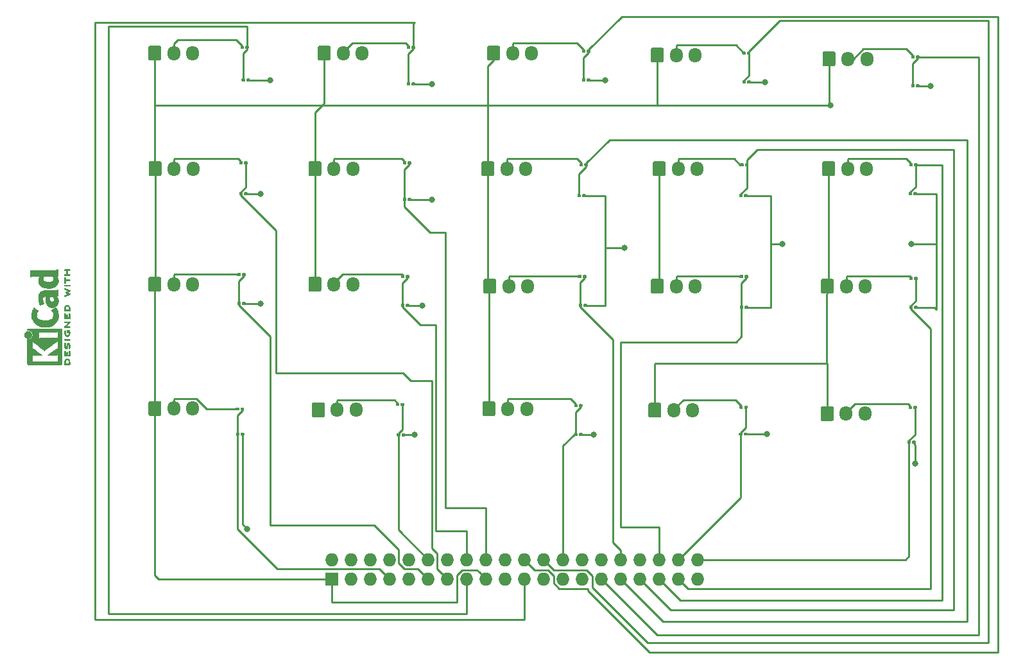
<source format=gbr>
G04 #@! TF.GenerationSoftware,KiCad,Pcbnew,5.1.5+dfsg1-2build2*
G04 #@! TF.CreationDate,2020-12-13T15:53:48+04:00*
G04 #@! TF.ProjectId,raspberryButton1,72617370-6265-4727-9279-427574746f6e,rev?*
G04 #@! TF.SameCoordinates,Original*
G04 #@! TF.FileFunction,Copper,L1,Top*
G04 #@! TF.FilePolarity,Positive*
%FSLAX46Y46*%
G04 Gerber Fmt 4.6, Leading zero omitted, Abs format (unit mm)*
G04 Created by KiCad (PCBNEW 5.1.5+dfsg1-2build2) date 2020-12-13 15:53:48*
%MOMM*%
%LPD*%
G04 APERTURE LIST*
%ADD10C,0.010000*%
%ADD11O,1.700000X1.950000*%
%ADD12C,0.100000*%
%ADD13R,1.727200X1.727200*%
%ADD14O,1.727200X1.727200*%
%ADD15C,0.800000*%
%ADD16C,0.250000*%
G04 APERTURE END LIST*
D10*
G36*
X94984533Y-73273177D02*
G01*
X95006776Y-73241798D01*
X95034485Y-73214089D01*
X95343920Y-73214089D01*
X95435799Y-73214162D01*
X95507840Y-73214505D01*
X95562780Y-73215308D01*
X95603360Y-73216759D01*
X95632317Y-73219048D01*
X95652391Y-73222364D01*
X95666321Y-73226895D01*
X95676845Y-73232831D01*
X95683100Y-73237486D01*
X95707673Y-73268217D01*
X95710341Y-73303504D01*
X95695271Y-73335755D01*
X95686374Y-73346412D01*
X95674557Y-73353536D01*
X95655526Y-73357833D01*
X95624992Y-73360009D01*
X95578662Y-73360772D01*
X95542871Y-73360845D01*
X95408045Y-73360845D01*
X95408045Y-73857556D01*
X95530700Y-73857556D01*
X95586787Y-73858069D01*
X95625333Y-73860124D01*
X95651361Y-73864492D01*
X95669897Y-73871944D01*
X95683100Y-73880953D01*
X95707604Y-73911856D01*
X95710506Y-73946804D01*
X95693089Y-73980262D01*
X95683959Y-73989396D01*
X95671855Y-73995848D01*
X95653001Y-74000103D01*
X95623620Y-74002648D01*
X95579937Y-74003971D01*
X95518175Y-74004557D01*
X95504000Y-74004625D01*
X95387631Y-74005109D01*
X95291727Y-74005359D01*
X95214177Y-74005277D01*
X95152869Y-74004769D01*
X95105690Y-74003738D01*
X95070530Y-74002087D01*
X95045276Y-73999721D01*
X95027817Y-73996543D01*
X95016041Y-73992456D01*
X95007835Y-73987366D01*
X95001645Y-73981734D01*
X94981844Y-73949872D01*
X94984533Y-73916643D01*
X95006776Y-73885265D01*
X95021126Y-73872567D01*
X95036978Y-73864474D01*
X95059554Y-73859958D01*
X95094078Y-73857994D01*
X95145776Y-73857556D01*
X95261289Y-73857556D01*
X95261289Y-73360845D01*
X95142756Y-73360845D01*
X95088148Y-73360338D01*
X95051275Y-73358302D01*
X95027307Y-73353965D01*
X95011415Y-73346553D01*
X95001645Y-73338267D01*
X94981844Y-73306406D01*
X94984533Y-73273177D01*
G37*
X94984533Y-73273177D02*
X95006776Y-73241798D01*
X95034485Y-73214089D01*
X95343920Y-73214089D01*
X95435799Y-73214162D01*
X95507840Y-73214505D01*
X95562780Y-73215308D01*
X95603360Y-73216759D01*
X95632317Y-73219048D01*
X95652391Y-73222364D01*
X95666321Y-73226895D01*
X95676845Y-73232831D01*
X95683100Y-73237486D01*
X95707673Y-73268217D01*
X95710341Y-73303504D01*
X95695271Y-73335755D01*
X95686374Y-73346412D01*
X95674557Y-73353536D01*
X95655526Y-73357833D01*
X95624992Y-73360009D01*
X95578662Y-73360772D01*
X95542871Y-73360845D01*
X95408045Y-73360845D01*
X95408045Y-73857556D01*
X95530700Y-73857556D01*
X95586787Y-73858069D01*
X95625333Y-73860124D01*
X95651361Y-73864492D01*
X95669897Y-73871944D01*
X95683100Y-73880953D01*
X95707604Y-73911856D01*
X95710506Y-73946804D01*
X95693089Y-73980262D01*
X95683959Y-73989396D01*
X95671855Y-73995848D01*
X95653001Y-74000103D01*
X95623620Y-74002648D01*
X95579937Y-74003971D01*
X95518175Y-74004557D01*
X95504000Y-74004625D01*
X95387631Y-74005109D01*
X95291727Y-74005359D01*
X95214177Y-74005277D01*
X95152869Y-74004769D01*
X95105690Y-74003738D01*
X95070530Y-74002087D01*
X95045276Y-73999721D01*
X95027817Y-73996543D01*
X95016041Y-73992456D01*
X95007835Y-73987366D01*
X95001645Y-73981734D01*
X94981844Y-73949872D01*
X94984533Y-73916643D01*
X95006776Y-73885265D01*
X95021126Y-73872567D01*
X95036978Y-73864474D01*
X95059554Y-73859958D01*
X95094078Y-73857994D01*
X95145776Y-73857556D01*
X95261289Y-73857556D01*
X95261289Y-73360845D01*
X95142756Y-73360845D01*
X95088148Y-73360338D01*
X95051275Y-73358302D01*
X95027307Y-73353965D01*
X95011415Y-73346553D01*
X95001645Y-73338267D01*
X94981844Y-73306406D01*
X94984533Y-73273177D01*
G36*
X94979163Y-74538935D02*
G01*
X94979542Y-74460228D01*
X94980333Y-74399137D01*
X94981670Y-74353183D01*
X94983683Y-74319886D01*
X94986506Y-74296764D01*
X94990269Y-74281338D01*
X94995105Y-74271129D01*
X94998822Y-74266187D01*
X95031358Y-74240543D01*
X95065138Y-74237441D01*
X95095826Y-74253289D01*
X95108089Y-74263652D01*
X95116450Y-74274804D01*
X95121657Y-74290965D01*
X95124457Y-74316358D01*
X95125596Y-74355202D01*
X95125821Y-74411720D01*
X95125822Y-74422820D01*
X95125822Y-74568756D01*
X95396756Y-74568756D01*
X95482154Y-74568852D01*
X95547864Y-74569289D01*
X95596774Y-74570288D01*
X95631773Y-74572072D01*
X95655749Y-74574863D01*
X95671593Y-74578883D01*
X95682191Y-74584355D01*
X95690267Y-74591334D01*
X95710112Y-74624266D01*
X95708548Y-74658646D01*
X95685906Y-74689824D01*
X95683100Y-74692114D01*
X95672492Y-74699571D01*
X95660081Y-74705253D01*
X95642850Y-74709399D01*
X95617784Y-74712250D01*
X95581867Y-74714046D01*
X95532083Y-74715028D01*
X95465417Y-74715436D01*
X95389589Y-74715511D01*
X95125822Y-74715511D01*
X95125822Y-74854873D01*
X95125418Y-74914678D01*
X95123840Y-74956082D01*
X95120547Y-74983252D01*
X95114992Y-75000354D01*
X95106631Y-75011557D01*
X95105178Y-75012917D01*
X95071939Y-75029275D01*
X95034362Y-75027828D01*
X95001645Y-75009022D01*
X94995298Y-75001750D01*
X94990266Y-74992373D01*
X94986396Y-74978391D01*
X94983537Y-74957304D01*
X94981535Y-74926611D01*
X94980239Y-74883811D01*
X94979498Y-74826405D01*
X94979158Y-74751890D01*
X94979068Y-74657767D01*
X94979067Y-74637740D01*
X94979163Y-74538935D01*
G37*
X94979163Y-74538935D02*
X94979542Y-74460228D01*
X94980333Y-74399137D01*
X94981670Y-74353183D01*
X94983683Y-74319886D01*
X94986506Y-74296764D01*
X94990269Y-74281338D01*
X94995105Y-74271129D01*
X94998822Y-74266187D01*
X95031358Y-74240543D01*
X95065138Y-74237441D01*
X95095826Y-74253289D01*
X95108089Y-74263652D01*
X95116450Y-74274804D01*
X95121657Y-74290965D01*
X95124457Y-74316358D01*
X95125596Y-74355202D01*
X95125821Y-74411720D01*
X95125822Y-74422820D01*
X95125822Y-74568756D01*
X95396756Y-74568756D01*
X95482154Y-74568852D01*
X95547864Y-74569289D01*
X95596774Y-74570288D01*
X95631773Y-74572072D01*
X95655749Y-74574863D01*
X95671593Y-74578883D01*
X95682191Y-74584355D01*
X95690267Y-74591334D01*
X95710112Y-74624266D01*
X95708548Y-74658646D01*
X95685906Y-74689824D01*
X95683100Y-74692114D01*
X95672492Y-74699571D01*
X95660081Y-74705253D01*
X95642850Y-74709399D01*
X95617784Y-74712250D01*
X95581867Y-74714046D01*
X95532083Y-74715028D01*
X95465417Y-74715436D01*
X95389589Y-74715511D01*
X95125822Y-74715511D01*
X95125822Y-74854873D01*
X95125418Y-74914678D01*
X95123840Y-74956082D01*
X95120547Y-74983252D01*
X95114992Y-75000354D01*
X95106631Y-75011557D01*
X95105178Y-75012917D01*
X95071939Y-75029275D01*
X95034362Y-75027828D01*
X95001645Y-75009022D01*
X94995298Y-75001750D01*
X94990266Y-74992373D01*
X94986396Y-74978391D01*
X94983537Y-74957304D01*
X94981535Y-74926611D01*
X94980239Y-74883811D01*
X94979498Y-74826405D01*
X94979158Y-74751890D01*
X94979068Y-74657767D01*
X94979067Y-74637740D01*
X94979163Y-74538935D01*
G36*
X94985877Y-75313386D02*
G01*
X95000647Y-75289673D01*
X95022227Y-75263022D01*
X95343773Y-75263022D01*
X95437830Y-75263107D01*
X95511932Y-75263471D01*
X95568704Y-75264276D01*
X95610768Y-75265687D01*
X95640748Y-75267867D01*
X95661267Y-75270979D01*
X95674949Y-75275186D01*
X95684416Y-75280652D01*
X95689082Y-75284528D01*
X95709575Y-75315966D01*
X95708739Y-75351767D01*
X95691264Y-75383127D01*
X95669684Y-75409778D01*
X95022227Y-75409778D01*
X95000647Y-75383127D01*
X94984949Y-75357406D01*
X94979067Y-75336400D01*
X94985877Y-75313386D01*
G37*
X94985877Y-75313386D02*
X95000647Y-75289673D01*
X95022227Y-75263022D01*
X95343773Y-75263022D01*
X95437830Y-75263107D01*
X95511932Y-75263471D01*
X95568704Y-75264276D01*
X95610768Y-75265687D01*
X95640748Y-75267867D01*
X95661267Y-75270979D01*
X95674949Y-75275186D01*
X95684416Y-75280652D01*
X95689082Y-75284528D01*
X95709575Y-75315966D01*
X95708739Y-75351767D01*
X95691264Y-75383127D01*
X95669684Y-75409778D01*
X95022227Y-75409778D01*
X95000647Y-75383127D01*
X94984949Y-75357406D01*
X94979067Y-75336400D01*
X94985877Y-75313386D01*
G36*
X94981034Y-75757335D02*
G01*
X94988035Y-75737745D01*
X94988377Y-75736990D01*
X95008678Y-75710387D01*
X95029561Y-75695730D01*
X95039352Y-75692862D01*
X95052361Y-75693004D01*
X95070895Y-75697039D01*
X95097257Y-75705854D01*
X95133752Y-75720331D01*
X95182687Y-75741355D01*
X95246365Y-75769812D01*
X95327093Y-75806585D01*
X95371216Y-75826825D01*
X95449985Y-75863375D01*
X95522423Y-75897685D01*
X95585880Y-75928448D01*
X95637708Y-75954352D01*
X95675259Y-75974090D01*
X95695884Y-75986350D01*
X95698733Y-75988776D01*
X95711302Y-76019817D01*
X95709619Y-76054879D01*
X95694332Y-76083000D01*
X95693089Y-76084146D01*
X95676154Y-76095332D01*
X95643170Y-76114096D01*
X95598380Y-76138125D01*
X95546032Y-76165103D01*
X95526742Y-76174799D01*
X95380150Y-76247986D01*
X95539393Y-76327760D01*
X95594415Y-76356233D01*
X95642132Y-76382650D01*
X95678893Y-76404852D01*
X95701044Y-76420681D01*
X95705741Y-76426046D01*
X95712102Y-76467743D01*
X95698733Y-76502151D01*
X95684446Y-76512272D01*
X95652692Y-76529786D01*
X95606597Y-76553265D01*
X95549285Y-76581280D01*
X95483880Y-76612401D01*
X95413507Y-76645201D01*
X95341291Y-76678250D01*
X95270355Y-76710119D01*
X95203825Y-76739381D01*
X95144826Y-76764605D01*
X95096481Y-76784364D01*
X95061915Y-76797228D01*
X95044253Y-76801769D01*
X95043613Y-76801723D01*
X95021388Y-76790674D01*
X94998753Y-76768590D01*
X94997768Y-76767290D01*
X94982425Y-76740147D01*
X94982574Y-76715042D01*
X94985466Y-76705632D01*
X94991718Y-76694166D01*
X95004014Y-76681990D01*
X95024908Y-76667643D01*
X95056949Y-76649664D01*
X95102688Y-76626593D01*
X95164677Y-76596970D01*
X95221898Y-76570255D01*
X95288226Y-76539520D01*
X95347874Y-76511979D01*
X95397725Y-76489062D01*
X95434664Y-76472202D01*
X95455573Y-76462827D01*
X95458845Y-76461460D01*
X95453497Y-76455311D01*
X95431109Y-76441178D01*
X95394946Y-76420943D01*
X95348277Y-76396485D01*
X95329022Y-76386752D01*
X95264004Y-76353783D01*
X95216654Y-76328357D01*
X95184219Y-76308388D01*
X95163946Y-76291790D01*
X95153082Y-76276476D01*
X95148875Y-76260360D01*
X95148400Y-76249857D01*
X95150042Y-76231330D01*
X95156831Y-76215096D01*
X95171566Y-76198965D01*
X95197044Y-76180749D01*
X95236061Y-76158261D01*
X95291414Y-76129311D01*
X95322903Y-76113338D01*
X95373087Y-76087430D01*
X95414704Y-76064833D01*
X95444242Y-76047542D01*
X95458189Y-76037550D01*
X95458770Y-76036191D01*
X95447793Y-76029739D01*
X95419290Y-76015292D01*
X95376244Y-75994297D01*
X95321638Y-75968203D01*
X95258454Y-75938454D01*
X95227071Y-75923820D01*
X95146078Y-75885750D01*
X95083756Y-75855095D01*
X95038071Y-75830263D01*
X95006989Y-75809663D01*
X94988478Y-75791702D01*
X94980504Y-75774790D01*
X94981034Y-75757335D01*
G37*
X94981034Y-75757335D02*
X94988035Y-75737745D01*
X94988377Y-75736990D01*
X95008678Y-75710387D01*
X95029561Y-75695730D01*
X95039352Y-75692862D01*
X95052361Y-75693004D01*
X95070895Y-75697039D01*
X95097257Y-75705854D01*
X95133752Y-75720331D01*
X95182687Y-75741355D01*
X95246365Y-75769812D01*
X95327093Y-75806585D01*
X95371216Y-75826825D01*
X95449985Y-75863375D01*
X95522423Y-75897685D01*
X95585880Y-75928448D01*
X95637708Y-75954352D01*
X95675259Y-75974090D01*
X95695884Y-75986350D01*
X95698733Y-75988776D01*
X95711302Y-76019817D01*
X95709619Y-76054879D01*
X95694332Y-76083000D01*
X95693089Y-76084146D01*
X95676154Y-76095332D01*
X95643170Y-76114096D01*
X95598380Y-76138125D01*
X95546032Y-76165103D01*
X95526742Y-76174799D01*
X95380150Y-76247986D01*
X95539393Y-76327760D01*
X95594415Y-76356233D01*
X95642132Y-76382650D01*
X95678893Y-76404852D01*
X95701044Y-76420681D01*
X95705741Y-76426046D01*
X95712102Y-76467743D01*
X95698733Y-76502151D01*
X95684446Y-76512272D01*
X95652692Y-76529786D01*
X95606597Y-76553265D01*
X95549285Y-76581280D01*
X95483880Y-76612401D01*
X95413507Y-76645201D01*
X95341291Y-76678250D01*
X95270355Y-76710119D01*
X95203825Y-76739381D01*
X95144826Y-76764605D01*
X95096481Y-76784364D01*
X95061915Y-76797228D01*
X95044253Y-76801769D01*
X95043613Y-76801723D01*
X95021388Y-76790674D01*
X94998753Y-76768590D01*
X94997768Y-76767290D01*
X94982425Y-76740147D01*
X94982574Y-76715042D01*
X94985466Y-76705632D01*
X94991718Y-76694166D01*
X95004014Y-76681990D01*
X95024908Y-76667643D01*
X95056949Y-76649664D01*
X95102688Y-76626593D01*
X95164677Y-76596970D01*
X95221898Y-76570255D01*
X95288226Y-76539520D01*
X95347874Y-76511979D01*
X95397725Y-76489062D01*
X95434664Y-76472202D01*
X95455573Y-76462827D01*
X95458845Y-76461460D01*
X95453497Y-76455311D01*
X95431109Y-76441178D01*
X95394946Y-76420943D01*
X95348277Y-76396485D01*
X95329022Y-76386752D01*
X95264004Y-76353783D01*
X95216654Y-76328357D01*
X95184219Y-76308388D01*
X95163946Y-76291790D01*
X95153082Y-76276476D01*
X95148875Y-76260360D01*
X95148400Y-76249857D01*
X95150042Y-76231330D01*
X95156831Y-76215096D01*
X95171566Y-76198965D01*
X95197044Y-76180749D01*
X95236061Y-76158261D01*
X95291414Y-76129311D01*
X95322903Y-76113338D01*
X95373087Y-76087430D01*
X95414704Y-76064833D01*
X95444242Y-76047542D01*
X95458189Y-76037550D01*
X95458770Y-76036191D01*
X95447793Y-76029739D01*
X95419290Y-76015292D01*
X95376244Y-75994297D01*
X95321638Y-75968203D01*
X95258454Y-75938454D01*
X95227071Y-75923820D01*
X95146078Y-75885750D01*
X95083756Y-75855095D01*
X95038071Y-75830263D01*
X95006989Y-75809663D01*
X94988478Y-75791702D01*
X94980504Y-75774790D01*
X94981034Y-75757335D01*
G36*
X94979275Y-78483691D02*
G01*
X94983636Y-78354712D01*
X94996861Y-78245009D01*
X95019741Y-78152774D01*
X95053070Y-78076198D01*
X95097638Y-78013473D01*
X95154236Y-77962788D01*
X95223658Y-77922337D01*
X95225351Y-77921541D01*
X95287483Y-77897399D01*
X95342509Y-77888797D01*
X95397887Y-77895769D01*
X95461073Y-77918346D01*
X95470689Y-77922628D01*
X95526966Y-77951828D01*
X95570451Y-77984644D01*
X95607417Y-78026998D01*
X95644135Y-78084810D01*
X95646052Y-78088169D01*
X95670227Y-78138496D01*
X95688282Y-78195379D01*
X95700839Y-78262473D01*
X95708522Y-78343435D01*
X95711953Y-78441918D01*
X95712251Y-78476714D01*
X95712845Y-78642406D01*
X95683100Y-78665803D01*
X95673319Y-78672743D01*
X95661897Y-78678158D01*
X95646095Y-78682235D01*
X95623175Y-78685163D01*
X95590396Y-78687133D01*
X95566089Y-78687775D01*
X95566089Y-78531156D01*
X95566089Y-78437274D01*
X95564483Y-78382336D01*
X95560255Y-78325940D01*
X95554292Y-78279655D01*
X95553790Y-78276861D01*
X95531736Y-78194652D01*
X95498600Y-78130886D01*
X95452847Y-78083548D01*
X95392939Y-78050618D01*
X95377061Y-78044892D01*
X95352333Y-78039279D01*
X95327902Y-78041709D01*
X95295400Y-78053533D01*
X95279434Y-78060660D01*
X95237006Y-78084000D01*
X95207240Y-78112120D01*
X95186511Y-78143060D01*
X95159537Y-78205034D01*
X95139998Y-78284349D01*
X95128746Y-78376747D01*
X95126270Y-78443667D01*
X95125822Y-78531156D01*
X95566089Y-78531156D01*
X95566089Y-78687775D01*
X95545021Y-78688332D01*
X95484311Y-78688950D01*
X95405526Y-78689175D01*
X95343920Y-78689200D01*
X95034485Y-78689200D01*
X95006776Y-78661491D01*
X94995544Y-78649194D01*
X94987853Y-78635897D01*
X94983040Y-78617328D01*
X94980446Y-78589214D01*
X94979410Y-78547283D01*
X94979270Y-78487263D01*
X94979275Y-78483691D01*
G37*
X94979275Y-78483691D02*
X94983636Y-78354712D01*
X94996861Y-78245009D01*
X95019741Y-78152774D01*
X95053070Y-78076198D01*
X95097638Y-78013473D01*
X95154236Y-77962788D01*
X95223658Y-77922337D01*
X95225351Y-77921541D01*
X95287483Y-77897399D01*
X95342509Y-77888797D01*
X95397887Y-77895769D01*
X95461073Y-77918346D01*
X95470689Y-77922628D01*
X95526966Y-77951828D01*
X95570451Y-77984644D01*
X95607417Y-78026998D01*
X95644135Y-78084810D01*
X95646052Y-78088169D01*
X95670227Y-78138496D01*
X95688282Y-78195379D01*
X95700839Y-78262473D01*
X95708522Y-78343435D01*
X95711953Y-78441918D01*
X95712251Y-78476714D01*
X95712845Y-78642406D01*
X95683100Y-78665803D01*
X95673319Y-78672743D01*
X95661897Y-78678158D01*
X95646095Y-78682235D01*
X95623175Y-78685163D01*
X95590396Y-78687133D01*
X95566089Y-78687775D01*
X95566089Y-78531156D01*
X95566089Y-78437274D01*
X95564483Y-78382336D01*
X95560255Y-78325940D01*
X95554292Y-78279655D01*
X95553790Y-78276861D01*
X95531736Y-78194652D01*
X95498600Y-78130886D01*
X95452847Y-78083548D01*
X95392939Y-78050618D01*
X95377061Y-78044892D01*
X95352333Y-78039279D01*
X95327902Y-78041709D01*
X95295400Y-78053533D01*
X95279434Y-78060660D01*
X95237006Y-78084000D01*
X95207240Y-78112120D01*
X95186511Y-78143060D01*
X95159537Y-78205034D01*
X95139998Y-78284349D01*
X95128746Y-78376747D01*
X95126270Y-78443667D01*
X95125822Y-78531156D01*
X95566089Y-78531156D01*
X95566089Y-78687775D01*
X95545021Y-78688332D01*
X95484311Y-78688950D01*
X95405526Y-78689175D01*
X95343920Y-78689200D01*
X95034485Y-78689200D01*
X95006776Y-78661491D01*
X94995544Y-78649194D01*
X94987853Y-78635897D01*
X94983040Y-78617328D01*
X94980446Y-78589214D01*
X94979410Y-78547283D01*
X94979270Y-78487263D01*
X94979275Y-78483691D01*
G36*
X94979260Y-79271657D02*
G01*
X94980174Y-79195299D01*
X94982311Y-79136783D01*
X94986175Y-79093745D01*
X94992267Y-79063817D01*
X95001090Y-79044632D01*
X95013146Y-79033824D01*
X95028939Y-79029027D01*
X95048970Y-79027873D01*
X95051335Y-79027867D01*
X95073992Y-79028869D01*
X95091503Y-79033604D01*
X95104574Y-79044667D01*
X95113913Y-79064652D01*
X95120227Y-79096154D01*
X95124222Y-79141768D01*
X95126606Y-79204087D01*
X95128086Y-79285707D01*
X95128414Y-79310723D01*
X95131467Y-79552800D01*
X95196378Y-79556186D01*
X95261289Y-79559571D01*
X95261289Y-79391424D01*
X95261531Y-79325734D01*
X95262556Y-79278828D01*
X95264811Y-79246917D01*
X95268742Y-79226209D01*
X95274798Y-79212916D01*
X95283424Y-79203245D01*
X95283493Y-79203183D01*
X95317112Y-79185644D01*
X95353448Y-79186278D01*
X95384423Y-79204686D01*
X95387607Y-79208329D01*
X95395812Y-79221259D01*
X95401521Y-79238976D01*
X95405162Y-79265430D01*
X95407167Y-79304568D01*
X95407964Y-79360338D01*
X95408045Y-79396006D01*
X95408045Y-79558445D01*
X95566089Y-79558445D01*
X95566089Y-79311839D01*
X95566231Y-79230420D01*
X95566814Y-79168590D01*
X95568068Y-79123363D01*
X95570227Y-79091752D01*
X95573523Y-79070769D01*
X95578189Y-79057427D01*
X95584457Y-79048739D01*
X95586733Y-79046550D01*
X95618280Y-79030386D01*
X95654168Y-79029203D01*
X95685285Y-79042464D01*
X95695271Y-79052957D01*
X95700769Y-79063871D01*
X95705022Y-79080783D01*
X95708180Y-79106367D01*
X95710392Y-79143299D01*
X95711806Y-79194254D01*
X95712572Y-79261906D01*
X95712838Y-79348931D01*
X95712845Y-79368606D01*
X95712787Y-79457089D01*
X95712467Y-79525773D01*
X95711667Y-79577436D01*
X95710167Y-79614855D01*
X95707749Y-79640810D01*
X95704194Y-79658078D01*
X95699282Y-79669438D01*
X95692795Y-79677668D01*
X95688138Y-79682183D01*
X95679889Y-79688979D01*
X95669669Y-79694288D01*
X95654800Y-79698294D01*
X95632602Y-79701179D01*
X95600393Y-79703126D01*
X95555496Y-79704319D01*
X95495228Y-79704939D01*
X95416911Y-79705171D01*
X95350994Y-79705200D01*
X95258628Y-79705129D01*
X95186117Y-79704792D01*
X95130737Y-79704002D01*
X95089765Y-79702574D01*
X95060478Y-79700321D01*
X95040153Y-79697057D01*
X95026066Y-79692596D01*
X95015495Y-79686752D01*
X95008811Y-79681803D01*
X94979067Y-79658406D01*
X94979067Y-79368226D01*
X94979260Y-79271657D01*
G37*
X94979260Y-79271657D02*
X94980174Y-79195299D01*
X94982311Y-79136783D01*
X94986175Y-79093745D01*
X94992267Y-79063817D01*
X95001090Y-79044632D01*
X95013146Y-79033824D01*
X95028939Y-79029027D01*
X95048970Y-79027873D01*
X95051335Y-79027867D01*
X95073992Y-79028869D01*
X95091503Y-79033604D01*
X95104574Y-79044667D01*
X95113913Y-79064652D01*
X95120227Y-79096154D01*
X95124222Y-79141768D01*
X95126606Y-79204087D01*
X95128086Y-79285707D01*
X95128414Y-79310723D01*
X95131467Y-79552800D01*
X95196378Y-79556186D01*
X95261289Y-79559571D01*
X95261289Y-79391424D01*
X95261531Y-79325734D01*
X95262556Y-79278828D01*
X95264811Y-79246917D01*
X95268742Y-79226209D01*
X95274798Y-79212916D01*
X95283424Y-79203245D01*
X95283493Y-79203183D01*
X95317112Y-79185644D01*
X95353448Y-79186278D01*
X95384423Y-79204686D01*
X95387607Y-79208329D01*
X95395812Y-79221259D01*
X95401521Y-79238976D01*
X95405162Y-79265430D01*
X95407167Y-79304568D01*
X95407964Y-79360338D01*
X95408045Y-79396006D01*
X95408045Y-79558445D01*
X95566089Y-79558445D01*
X95566089Y-79311839D01*
X95566231Y-79230420D01*
X95566814Y-79168590D01*
X95568068Y-79123363D01*
X95570227Y-79091752D01*
X95573523Y-79070769D01*
X95578189Y-79057427D01*
X95584457Y-79048739D01*
X95586733Y-79046550D01*
X95618280Y-79030386D01*
X95654168Y-79029203D01*
X95685285Y-79042464D01*
X95695271Y-79052957D01*
X95700769Y-79063871D01*
X95705022Y-79080783D01*
X95708180Y-79106367D01*
X95710392Y-79143299D01*
X95711806Y-79194254D01*
X95712572Y-79261906D01*
X95712838Y-79348931D01*
X95712845Y-79368606D01*
X95712787Y-79457089D01*
X95712467Y-79525773D01*
X95711667Y-79577436D01*
X95710167Y-79614855D01*
X95707749Y-79640810D01*
X95704194Y-79658078D01*
X95699282Y-79669438D01*
X95692795Y-79677668D01*
X95688138Y-79682183D01*
X95679889Y-79688979D01*
X95669669Y-79694288D01*
X95654800Y-79698294D01*
X95632602Y-79701179D01*
X95600393Y-79703126D01*
X95555496Y-79704319D01*
X95495228Y-79704939D01*
X95416911Y-79705171D01*
X95350994Y-79705200D01*
X95258628Y-79705129D01*
X95186117Y-79704792D01*
X95130737Y-79704002D01*
X95089765Y-79702574D01*
X95060478Y-79700321D01*
X95040153Y-79697057D01*
X95026066Y-79692596D01*
X95015495Y-79686752D01*
X95008811Y-79681803D01*
X94979067Y-79658406D01*
X94979067Y-79368226D01*
X94979260Y-79271657D01*
G36*
X94983448Y-80802114D02*
G01*
X94997273Y-80778548D01*
X95019881Y-80747735D01*
X95052338Y-80708078D01*
X95095708Y-80657980D01*
X95151058Y-80595843D01*
X95219451Y-80520072D01*
X95298084Y-80433334D01*
X95461878Y-80252711D01*
X95242029Y-80247067D01*
X95166351Y-80245029D01*
X95109994Y-80243063D01*
X95069706Y-80240734D01*
X95042235Y-80237606D01*
X95024329Y-80233245D01*
X95012737Y-80227216D01*
X95004208Y-80219084D01*
X95000623Y-80214772D01*
X94981670Y-80180241D01*
X94984441Y-80147383D01*
X95000633Y-80121318D01*
X95022199Y-80094667D01*
X95337151Y-80091352D01*
X95429779Y-80090435D01*
X95502544Y-80089968D01*
X95558161Y-80090113D01*
X95599342Y-80091032D01*
X95628803Y-80092887D01*
X95649255Y-80095839D01*
X95663413Y-80100050D01*
X95673991Y-80105682D01*
X95682474Y-80111927D01*
X95698207Y-80125439D01*
X95708636Y-80138883D01*
X95712639Y-80154124D01*
X95709094Y-80173026D01*
X95696879Y-80197455D01*
X95674871Y-80229273D01*
X95641949Y-80270348D01*
X95596991Y-80322542D01*
X95538875Y-80387722D01*
X95472099Y-80461556D01*
X95231458Y-80726845D01*
X95450589Y-80732489D01*
X95526128Y-80734531D01*
X95582354Y-80736502D01*
X95622524Y-80738839D01*
X95649896Y-80741981D01*
X95667728Y-80746364D01*
X95679279Y-80752424D01*
X95687807Y-80760600D01*
X95691282Y-80764784D01*
X95710372Y-80801765D01*
X95707493Y-80836708D01*
X95683100Y-80867136D01*
X95673286Y-80874097D01*
X95661826Y-80879523D01*
X95645968Y-80883603D01*
X95622963Y-80886529D01*
X95590062Y-80888492D01*
X95544516Y-80889683D01*
X95483573Y-80890292D01*
X95404486Y-80890511D01*
X95345956Y-80890534D01*
X95254407Y-80890460D01*
X95182687Y-80890113D01*
X95128045Y-80889301D01*
X95087732Y-80887833D01*
X95058998Y-80885519D01*
X95039093Y-80882167D01*
X95025268Y-80877588D01*
X95014772Y-80871589D01*
X95008811Y-80867136D01*
X94994691Y-80855850D01*
X94984029Y-80845301D01*
X94977892Y-80833893D01*
X94977343Y-80820030D01*
X94983448Y-80802114D01*
G37*
X94983448Y-80802114D02*
X94997273Y-80778548D01*
X95019881Y-80747735D01*
X95052338Y-80708078D01*
X95095708Y-80657980D01*
X95151058Y-80595843D01*
X95219451Y-80520072D01*
X95298084Y-80433334D01*
X95461878Y-80252711D01*
X95242029Y-80247067D01*
X95166351Y-80245029D01*
X95109994Y-80243063D01*
X95069706Y-80240734D01*
X95042235Y-80237606D01*
X95024329Y-80233245D01*
X95012737Y-80227216D01*
X95004208Y-80219084D01*
X95000623Y-80214772D01*
X94981670Y-80180241D01*
X94984441Y-80147383D01*
X95000633Y-80121318D01*
X95022199Y-80094667D01*
X95337151Y-80091352D01*
X95429779Y-80090435D01*
X95502544Y-80089968D01*
X95558161Y-80090113D01*
X95599342Y-80091032D01*
X95628803Y-80092887D01*
X95649255Y-80095839D01*
X95663413Y-80100050D01*
X95673991Y-80105682D01*
X95682474Y-80111927D01*
X95698207Y-80125439D01*
X95708636Y-80138883D01*
X95712639Y-80154124D01*
X95709094Y-80173026D01*
X95696879Y-80197455D01*
X95674871Y-80229273D01*
X95641949Y-80270348D01*
X95596991Y-80322542D01*
X95538875Y-80387722D01*
X95472099Y-80461556D01*
X95231458Y-80726845D01*
X95450589Y-80732489D01*
X95526128Y-80734531D01*
X95582354Y-80736502D01*
X95622524Y-80738839D01*
X95649896Y-80741981D01*
X95667728Y-80746364D01*
X95679279Y-80752424D01*
X95687807Y-80760600D01*
X95691282Y-80764784D01*
X95710372Y-80801765D01*
X95707493Y-80836708D01*
X95683100Y-80867136D01*
X95673286Y-80874097D01*
X95661826Y-80879523D01*
X95645968Y-80883603D01*
X95622963Y-80886529D01*
X95590062Y-80888492D01*
X95544516Y-80889683D01*
X95483573Y-80890292D01*
X95404486Y-80890511D01*
X95345956Y-80890534D01*
X95254407Y-80890460D01*
X95182687Y-80890113D01*
X95128045Y-80889301D01*
X95087732Y-80887833D01*
X95058998Y-80885519D01*
X95039093Y-80882167D01*
X95025268Y-80877588D01*
X95014772Y-80871589D01*
X95008811Y-80867136D01*
X94994691Y-80855850D01*
X94984029Y-80845301D01*
X94977892Y-80833893D01*
X94977343Y-80820030D01*
X94983448Y-80802114D01*
G36*
X94984599Y-81452081D02*
G01*
X94996095Y-81383565D01*
X95013967Y-81330943D01*
X95037499Y-81296708D01*
X95050924Y-81287379D01*
X95082148Y-81277893D01*
X95110395Y-81284277D01*
X95137182Y-81304430D01*
X95149713Y-81335745D01*
X95148696Y-81381183D01*
X95141906Y-81416326D01*
X95128971Y-81494419D01*
X95127742Y-81574226D01*
X95138241Y-81663555D01*
X95142690Y-81688229D01*
X95166108Y-81771291D01*
X95200945Y-81836273D01*
X95246604Y-81882461D01*
X95302494Y-81909145D01*
X95331388Y-81914663D01*
X95390012Y-81911051D01*
X95441879Y-81887729D01*
X95485978Y-81846824D01*
X95521299Y-81790459D01*
X95546829Y-81720760D01*
X95561559Y-81639852D01*
X95564478Y-81549860D01*
X95554575Y-81452910D01*
X95553641Y-81447436D01*
X95546459Y-81408875D01*
X95539521Y-81387494D01*
X95529227Y-81378227D01*
X95511976Y-81376006D01*
X95502841Y-81375956D01*
X95464489Y-81375956D01*
X95464489Y-81444431D01*
X95460347Y-81504900D01*
X95447147Y-81546165D01*
X95423730Y-81570175D01*
X95388936Y-81578877D01*
X95384394Y-81578983D01*
X95354654Y-81573892D01*
X95333419Y-81556433D01*
X95319366Y-81523939D01*
X95311173Y-81473743D01*
X95308161Y-81425123D01*
X95306433Y-81354456D01*
X95309070Y-81303198D01*
X95318800Y-81268239D01*
X95338353Y-81246470D01*
X95370456Y-81234780D01*
X95417838Y-81230060D01*
X95480071Y-81229200D01*
X95549535Y-81230609D01*
X95596786Y-81234848D01*
X95622012Y-81241936D01*
X95623988Y-81243311D01*
X95655508Y-81282228D01*
X95680470Y-81339286D01*
X95698340Y-81410869D01*
X95708586Y-81493358D01*
X95710673Y-81583139D01*
X95704068Y-81676592D01*
X95695956Y-81731556D01*
X95671554Y-81817766D01*
X95631662Y-81897892D01*
X95579887Y-81964977D01*
X95569539Y-81975173D01*
X95526035Y-82008302D01*
X95472118Y-82038194D01*
X95415592Y-82061357D01*
X95364259Y-82074298D01*
X95344544Y-82075858D01*
X95303419Y-82069218D01*
X95252252Y-82051568D01*
X95198394Y-82026297D01*
X95149195Y-81996789D01*
X95116334Y-81970719D01*
X95067452Y-81909765D01*
X95028545Y-81830969D01*
X95000494Y-81737157D01*
X94984179Y-81631150D01*
X94980192Y-81534000D01*
X94984599Y-81452081D01*
G37*
X94984599Y-81452081D02*
X94996095Y-81383565D01*
X95013967Y-81330943D01*
X95037499Y-81296708D01*
X95050924Y-81287379D01*
X95082148Y-81277893D01*
X95110395Y-81284277D01*
X95137182Y-81304430D01*
X95149713Y-81335745D01*
X95148696Y-81381183D01*
X95141906Y-81416326D01*
X95128971Y-81494419D01*
X95127742Y-81574226D01*
X95138241Y-81663555D01*
X95142690Y-81688229D01*
X95166108Y-81771291D01*
X95200945Y-81836273D01*
X95246604Y-81882461D01*
X95302494Y-81909145D01*
X95331388Y-81914663D01*
X95390012Y-81911051D01*
X95441879Y-81887729D01*
X95485978Y-81846824D01*
X95521299Y-81790459D01*
X95546829Y-81720760D01*
X95561559Y-81639852D01*
X95564478Y-81549860D01*
X95554575Y-81452910D01*
X95553641Y-81447436D01*
X95546459Y-81408875D01*
X95539521Y-81387494D01*
X95529227Y-81378227D01*
X95511976Y-81376006D01*
X95502841Y-81375956D01*
X95464489Y-81375956D01*
X95464489Y-81444431D01*
X95460347Y-81504900D01*
X95447147Y-81546165D01*
X95423730Y-81570175D01*
X95388936Y-81578877D01*
X95384394Y-81578983D01*
X95354654Y-81573892D01*
X95333419Y-81556433D01*
X95319366Y-81523939D01*
X95311173Y-81473743D01*
X95308161Y-81425123D01*
X95306433Y-81354456D01*
X95309070Y-81303198D01*
X95318800Y-81268239D01*
X95338353Y-81246470D01*
X95370456Y-81234780D01*
X95417838Y-81230060D01*
X95480071Y-81229200D01*
X95549535Y-81230609D01*
X95596786Y-81234848D01*
X95622012Y-81241936D01*
X95623988Y-81243311D01*
X95655508Y-81282228D01*
X95680470Y-81339286D01*
X95698340Y-81410869D01*
X95708586Y-81493358D01*
X95710673Y-81583139D01*
X95704068Y-81676592D01*
X95695956Y-81731556D01*
X95671554Y-81817766D01*
X95631662Y-81897892D01*
X95579887Y-81964977D01*
X95569539Y-81975173D01*
X95526035Y-82008302D01*
X95472118Y-82038194D01*
X95415592Y-82061357D01*
X95364259Y-82074298D01*
X95344544Y-82075858D01*
X95303419Y-82069218D01*
X95252252Y-82051568D01*
X95198394Y-82026297D01*
X95149195Y-81996789D01*
X95116334Y-81970719D01*
X95067452Y-81909765D01*
X95028545Y-81830969D01*
X95000494Y-81737157D01*
X94984179Y-81631150D01*
X94980192Y-81534000D01*
X94984599Y-81452081D01*
G36*
X95001645Y-82425822D02*
G01*
X95009218Y-82419242D01*
X95018987Y-82414079D01*
X95033571Y-82410164D01*
X95055585Y-82407324D01*
X95087648Y-82405387D01*
X95132375Y-82404183D01*
X95192385Y-82403539D01*
X95270294Y-82403284D01*
X95345956Y-82403245D01*
X95439802Y-82403314D01*
X95513689Y-82403638D01*
X95570232Y-82404386D01*
X95612049Y-82405732D01*
X95641757Y-82407846D01*
X95661973Y-82410900D01*
X95675314Y-82415066D01*
X95684398Y-82420516D01*
X95690267Y-82425822D01*
X95709947Y-82458826D01*
X95708181Y-82493991D01*
X95686717Y-82525455D01*
X95678337Y-82532684D01*
X95668614Y-82538334D01*
X95654861Y-82542599D01*
X95634389Y-82545673D01*
X95604512Y-82547752D01*
X95562541Y-82549030D01*
X95505789Y-82549701D01*
X95431567Y-82549959D01*
X95347537Y-82550000D01*
X95034485Y-82550000D01*
X95006776Y-82522291D01*
X94983463Y-82488137D01*
X94982623Y-82455006D01*
X95001645Y-82425822D01*
G37*
X95001645Y-82425822D02*
X95009218Y-82419242D01*
X95018987Y-82414079D01*
X95033571Y-82410164D01*
X95055585Y-82407324D01*
X95087648Y-82405387D01*
X95132375Y-82404183D01*
X95192385Y-82403539D01*
X95270294Y-82403284D01*
X95345956Y-82403245D01*
X95439802Y-82403314D01*
X95513689Y-82403638D01*
X95570232Y-82404386D01*
X95612049Y-82405732D01*
X95641757Y-82407846D01*
X95661973Y-82410900D01*
X95675314Y-82415066D01*
X95684398Y-82420516D01*
X95690267Y-82425822D01*
X95709947Y-82458826D01*
X95708181Y-82493991D01*
X95686717Y-82525455D01*
X95678337Y-82532684D01*
X95668614Y-82538334D01*
X95654861Y-82542599D01*
X95634389Y-82545673D01*
X95604512Y-82547752D01*
X95562541Y-82549030D01*
X95505789Y-82549701D01*
X95431567Y-82549959D01*
X95347537Y-82550000D01*
X95034485Y-82550000D01*
X95006776Y-82522291D01*
X94983463Y-82488137D01*
X94982623Y-82455006D01*
X95001645Y-82425822D01*
G36*
X94980351Y-83193703D02*
G01*
X94985581Y-83118888D01*
X94993750Y-83049306D01*
X95004550Y-82989002D01*
X95017673Y-82942020D01*
X95032813Y-82912406D01*
X95037269Y-82907860D01*
X95071850Y-82892054D01*
X95107351Y-82896847D01*
X95137725Y-82921364D01*
X95138596Y-82922534D01*
X95147954Y-82936954D01*
X95152876Y-82952008D01*
X95153473Y-82973005D01*
X95149861Y-83005257D01*
X95142154Y-83054073D01*
X95141505Y-83058000D01*
X95132569Y-83130739D01*
X95128161Y-83209217D01*
X95128119Y-83287927D01*
X95132279Y-83361361D01*
X95140479Y-83424011D01*
X95152557Y-83470370D01*
X95153771Y-83473416D01*
X95172615Y-83507048D01*
X95191685Y-83518864D01*
X95210439Y-83509614D01*
X95228337Y-83480047D01*
X95244837Y-83430911D01*
X95259396Y-83362957D01*
X95266406Y-83317645D01*
X95279889Y-83223456D01*
X95292214Y-83148544D01*
X95304449Y-83089717D01*
X95317661Y-83043785D01*
X95332917Y-83007555D01*
X95351285Y-82977838D01*
X95373831Y-82951442D01*
X95395971Y-82930230D01*
X95426819Y-82905065D01*
X95453345Y-82892681D01*
X95486026Y-82888808D01*
X95497995Y-82888667D01*
X95537712Y-82891576D01*
X95567259Y-82903202D01*
X95593486Y-82923323D01*
X95633576Y-82964216D01*
X95664149Y-83009817D01*
X95686203Y-83063513D01*
X95700735Y-83128692D01*
X95708741Y-83208744D01*
X95711218Y-83307057D01*
X95711177Y-83323289D01*
X95709818Y-83388849D01*
X95706730Y-83453866D01*
X95702356Y-83511252D01*
X95697140Y-83553922D01*
X95696541Y-83557372D01*
X95686491Y-83599796D01*
X95673796Y-83635780D01*
X95662190Y-83656150D01*
X95631572Y-83675107D01*
X95595918Y-83676427D01*
X95564144Y-83660085D01*
X95560551Y-83656429D01*
X95549876Y-83641315D01*
X95545276Y-83622415D01*
X95546059Y-83593162D01*
X95550127Y-83557651D01*
X95553762Y-83517970D01*
X95556828Y-83462345D01*
X95559053Y-83397406D01*
X95560164Y-83329785D01*
X95560237Y-83312000D01*
X95559964Y-83244128D01*
X95558646Y-83194454D01*
X95555827Y-83158610D01*
X95551050Y-83132224D01*
X95543857Y-83110926D01*
X95537867Y-83098126D01*
X95521233Y-83070000D01*
X95506168Y-83052068D01*
X95501897Y-83049447D01*
X95484263Y-83054976D01*
X95467192Y-83081260D01*
X95451458Y-83126478D01*
X95437838Y-83188808D01*
X95434804Y-83207171D01*
X95419738Y-83303090D01*
X95407146Y-83379641D01*
X95396111Y-83439780D01*
X95385720Y-83486460D01*
X95375056Y-83522637D01*
X95363205Y-83551265D01*
X95349251Y-83575298D01*
X95332281Y-83597692D01*
X95311378Y-83621402D01*
X95304049Y-83629380D01*
X95276699Y-83657353D01*
X95255029Y-83672160D01*
X95230232Y-83677952D01*
X95198983Y-83678889D01*
X95137705Y-83668575D01*
X95085640Y-83637752D01*
X95042958Y-83586595D01*
X95009825Y-83515283D01*
X94994964Y-83464400D01*
X94985366Y-83409100D01*
X94979936Y-83342853D01*
X94978367Y-83269706D01*
X94980351Y-83193703D01*
G37*
X94980351Y-83193703D02*
X94985581Y-83118888D01*
X94993750Y-83049306D01*
X95004550Y-82989002D01*
X95017673Y-82942020D01*
X95032813Y-82912406D01*
X95037269Y-82907860D01*
X95071850Y-82892054D01*
X95107351Y-82896847D01*
X95137725Y-82921364D01*
X95138596Y-82922534D01*
X95147954Y-82936954D01*
X95152876Y-82952008D01*
X95153473Y-82973005D01*
X95149861Y-83005257D01*
X95142154Y-83054073D01*
X95141505Y-83058000D01*
X95132569Y-83130739D01*
X95128161Y-83209217D01*
X95128119Y-83287927D01*
X95132279Y-83361361D01*
X95140479Y-83424011D01*
X95152557Y-83470370D01*
X95153771Y-83473416D01*
X95172615Y-83507048D01*
X95191685Y-83518864D01*
X95210439Y-83509614D01*
X95228337Y-83480047D01*
X95244837Y-83430911D01*
X95259396Y-83362957D01*
X95266406Y-83317645D01*
X95279889Y-83223456D01*
X95292214Y-83148544D01*
X95304449Y-83089717D01*
X95317661Y-83043785D01*
X95332917Y-83007555D01*
X95351285Y-82977838D01*
X95373831Y-82951442D01*
X95395971Y-82930230D01*
X95426819Y-82905065D01*
X95453345Y-82892681D01*
X95486026Y-82888808D01*
X95497995Y-82888667D01*
X95537712Y-82891576D01*
X95567259Y-82903202D01*
X95593486Y-82923323D01*
X95633576Y-82964216D01*
X95664149Y-83009817D01*
X95686203Y-83063513D01*
X95700735Y-83128692D01*
X95708741Y-83208744D01*
X95711218Y-83307057D01*
X95711177Y-83323289D01*
X95709818Y-83388849D01*
X95706730Y-83453866D01*
X95702356Y-83511252D01*
X95697140Y-83553922D01*
X95696541Y-83557372D01*
X95686491Y-83599796D01*
X95673796Y-83635780D01*
X95662190Y-83656150D01*
X95631572Y-83675107D01*
X95595918Y-83676427D01*
X95564144Y-83660085D01*
X95560551Y-83656429D01*
X95549876Y-83641315D01*
X95545276Y-83622415D01*
X95546059Y-83593162D01*
X95550127Y-83557651D01*
X95553762Y-83517970D01*
X95556828Y-83462345D01*
X95559053Y-83397406D01*
X95560164Y-83329785D01*
X95560237Y-83312000D01*
X95559964Y-83244128D01*
X95558646Y-83194454D01*
X95555827Y-83158610D01*
X95551050Y-83132224D01*
X95543857Y-83110926D01*
X95537867Y-83098126D01*
X95521233Y-83070000D01*
X95506168Y-83052068D01*
X95501897Y-83049447D01*
X95484263Y-83054976D01*
X95467192Y-83081260D01*
X95451458Y-83126478D01*
X95437838Y-83188808D01*
X95434804Y-83207171D01*
X95419738Y-83303090D01*
X95407146Y-83379641D01*
X95396111Y-83439780D01*
X95385720Y-83486460D01*
X95375056Y-83522637D01*
X95363205Y-83551265D01*
X95349251Y-83575298D01*
X95332281Y-83597692D01*
X95311378Y-83621402D01*
X95304049Y-83629380D01*
X95276699Y-83657353D01*
X95255029Y-83672160D01*
X95230232Y-83677952D01*
X95198983Y-83678889D01*
X95137705Y-83668575D01*
X95085640Y-83637752D01*
X95042958Y-83586595D01*
X95009825Y-83515283D01*
X94994964Y-83464400D01*
X94985366Y-83409100D01*
X94979936Y-83342853D01*
X94978367Y-83269706D01*
X94980351Y-83193703D01*
G36*
X94979146Y-84214794D02*
G01*
X94979518Y-84145386D01*
X94980385Y-84092997D01*
X94981946Y-84054847D01*
X94984403Y-84028159D01*
X94987957Y-84010153D01*
X94992810Y-83998049D01*
X94999161Y-83989069D01*
X95002084Y-83985818D01*
X95033142Y-83966043D01*
X95068828Y-83962482D01*
X95100510Y-83975491D01*
X95106913Y-83981506D01*
X95113121Y-83991235D01*
X95117910Y-84006901D01*
X95121514Y-84031408D01*
X95124164Y-84067661D01*
X95126095Y-84118565D01*
X95127539Y-84187026D01*
X95128418Y-84249617D01*
X95131467Y-84497334D01*
X95196378Y-84500719D01*
X95261289Y-84504105D01*
X95261289Y-84335958D01*
X95261919Y-84262959D01*
X95264553Y-84209517D01*
X95270309Y-84172628D01*
X95280304Y-84149288D01*
X95295656Y-84136494D01*
X95317482Y-84131242D01*
X95337738Y-84130445D01*
X95362592Y-84132923D01*
X95380906Y-84142277D01*
X95393637Y-84161383D01*
X95401741Y-84193118D01*
X95406176Y-84240359D01*
X95407899Y-84305983D01*
X95408045Y-84341801D01*
X95408045Y-84502978D01*
X95566089Y-84502978D01*
X95566089Y-84254622D01*
X95566202Y-84173213D01*
X95566712Y-84111342D01*
X95567870Y-84065968D01*
X95569930Y-84034054D01*
X95573146Y-84012559D01*
X95577772Y-83998443D01*
X95584059Y-83988668D01*
X95588667Y-83983689D01*
X95615560Y-83966610D01*
X95639467Y-83961111D01*
X95668667Y-83968963D01*
X95690267Y-83983689D01*
X95697066Y-83991546D01*
X95702346Y-84001688D01*
X95706298Y-84016844D01*
X95709113Y-84039741D01*
X95710982Y-84073109D01*
X95712098Y-84119675D01*
X95712651Y-84182167D01*
X95712833Y-84263314D01*
X95712845Y-84305422D01*
X95712765Y-84395598D01*
X95712398Y-84465924D01*
X95711552Y-84519129D01*
X95710036Y-84557940D01*
X95707659Y-84585087D01*
X95704229Y-84603298D01*
X95699554Y-84615300D01*
X95693444Y-84623822D01*
X95690267Y-84627156D01*
X95682670Y-84633755D01*
X95672870Y-84638927D01*
X95658239Y-84642846D01*
X95636152Y-84645684D01*
X95603982Y-84647615D01*
X95559103Y-84648812D01*
X95498889Y-84649448D01*
X95420713Y-84649697D01*
X95347923Y-84649734D01*
X95254707Y-84649700D01*
X95181431Y-84649465D01*
X95125458Y-84648830D01*
X95084151Y-84647594D01*
X95054872Y-84645556D01*
X95034984Y-84642517D01*
X95021850Y-84638277D01*
X95012832Y-84632635D01*
X95005293Y-84625391D01*
X95003612Y-84623606D01*
X94996172Y-84614945D01*
X94990409Y-84604882D01*
X94986112Y-84590625D01*
X94983064Y-84569383D01*
X94981051Y-84538364D01*
X94979860Y-84494777D01*
X94979275Y-84435831D01*
X94979083Y-84358734D01*
X94979067Y-84304001D01*
X94979146Y-84214794D01*
G37*
X94979146Y-84214794D02*
X94979518Y-84145386D01*
X94980385Y-84092997D01*
X94981946Y-84054847D01*
X94984403Y-84028159D01*
X94987957Y-84010153D01*
X94992810Y-83998049D01*
X94999161Y-83989069D01*
X95002084Y-83985818D01*
X95033142Y-83966043D01*
X95068828Y-83962482D01*
X95100510Y-83975491D01*
X95106913Y-83981506D01*
X95113121Y-83991235D01*
X95117910Y-84006901D01*
X95121514Y-84031408D01*
X95124164Y-84067661D01*
X95126095Y-84118565D01*
X95127539Y-84187026D01*
X95128418Y-84249617D01*
X95131467Y-84497334D01*
X95196378Y-84500719D01*
X95261289Y-84504105D01*
X95261289Y-84335958D01*
X95261919Y-84262959D01*
X95264553Y-84209517D01*
X95270309Y-84172628D01*
X95280304Y-84149288D01*
X95295656Y-84136494D01*
X95317482Y-84131242D01*
X95337738Y-84130445D01*
X95362592Y-84132923D01*
X95380906Y-84142277D01*
X95393637Y-84161383D01*
X95401741Y-84193118D01*
X95406176Y-84240359D01*
X95407899Y-84305983D01*
X95408045Y-84341801D01*
X95408045Y-84502978D01*
X95566089Y-84502978D01*
X95566089Y-84254622D01*
X95566202Y-84173213D01*
X95566712Y-84111342D01*
X95567870Y-84065968D01*
X95569930Y-84034054D01*
X95573146Y-84012559D01*
X95577772Y-83998443D01*
X95584059Y-83988668D01*
X95588667Y-83983689D01*
X95615560Y-83966610D01*
X95639467Y-83961111D01*
X95668667Y-83968963D01*
X95690267Y-83983689D01*
X95697066Y-83991546D01*
X95702346Y-84001688D01*
X95706298Y-84016844D01*
X95709113Y-84039741D01*
X95710982Y-84073109D01*
X95712098Y-84119675D01*
X95712651Y-84182167D01*
X95712833Y-84263314D01*
X95712845Y-84305422D01*
X95712765Y-84395598D01*
X95712398Y-84465924D01*
X95711552Y-84519129D01*
X95710036Y-84557940D01*
X95707659Y-84585087D01*
X95704229Y-84603298D01*
X95699554Y-84615300D01*
X95693444Y-84623822D01*
X95690267Y-84627156D01*
X95682670Y-84633755D01*
X95672870Y-84638927D01*
X95658239Y-84642846D01*
X95636152Y-84645684D01*
X95603982Y-84647615D01*
X95559103Y-84648812D01*
X95498889Y-84649448D01*
X95420713Y-84649697D01*
X95347923Y-84649734D01*
X95254707Y-84649700D01*
X95181431Y-84649465D01*
X95125458Y-84648830D01*
X95084151Y-84647594D01*
X95054872Y-84645556D01*
X95034984Y-84642517D01*
X95021850Y-84638277D01*
X95012832Y-84632635D01*
X95005293Y-84625391D01*
X95003612Y-84623606D01*
X94996172Y-84614945D01*
X94990409Y-84604882D01*
X94986112Y-84590625D01*
X94983064Y-84569383D01*
X94981051Y-84538364D01*
X94979860Y-84494777D01*
X94979275Y-84435831D01*
X94979083Y-84358734D01*
X94979067Y-84304001D01*
X94979146Y-84214794D01*
G36*
X94979066Y-85623371D02*
G01*
X94979467Y-85583889D01*
X94982259Y-85468200D01*
X94990550Y-85371311D01*
X95005232Y-85289919D01*
X95027193Y-85220723D01*
X95057322Y-85160420D01*
X95096510Y-85105708D01*
X95113532Y-85086167D01*
X95153363Y-85053750D01*
X95207413Y-85024520D01*
X95267323Y-85001991D01*
X95324739Y-84989679D01*
X95345956Y-84988400D01*
X95404769Y-84996417D01*
X95469013Y-85017899D01*
X95529821Y-85048999D01*
X95578330Y-85085866D01*
X95584182Y-85091854D01*
X95625321Y-85142579D01*
X95657435Y-85198125D01*
X95681365Y-85261696D01*
X95697953Y-85336494D01*
X95708041Y-85425722D01*
X95712469Y-85532582D01*
X95712845Y-85581528D01*
X95712545Y-85643762D01*
X95711292Y-85687528D01*
X95708554Y-85716931D01*
X95703801Y-85736079D01*
X95696501Y-85749077D01*
X95690267Y-85756045D01*
X95682694Y-85762626D01*
X95672924Y-85767788D01*
X95658340Y-85771703D01*
X95636326Y-85774543D01*
X95604264Y-85776480D01*
X95559536Y-85777684D01*
X95499526Y-85778328D01*
X95421617Y-85778583D01*
X95345956Y-85778622D01*
X95245041Y-85778870D01*
X95164427Y-85778817D01*
X95125822Y-85777857D01*
X95125822Y-85631867D01*
X95566089Y-85631867D01*
X95566004Y-85538734D01*
X95564396Y-85482693D01*
X95560256Y-85423999D01*
X95554464Y-85375028D01*
X95554226Y-85373538D01*
X95535090Y-85294392D01*
X95505287Y-85233002D01*
X95462878Y-85186305D01*
X95416961Y-85156635D01*
X95366026Y-85138353D01*
X95318200Y-85139771D01*
X95266933Y-85160988D01*
X95213899Y-85202489D01*
X95174600Y-85259998D01*
X95148331Y-85334750D01*
X95139035Y-85384708D01*
X95132507Y-85441416D01*
X95127782Y-85501519D01*
X95125817Y-85552639D01*
X95125808Y-85555667D01*
X95125822Y-85631867D01*
X95125822Y-85777857D01*
X95101851Y-85777260D01*
X95055055Y-85772998D01*
X95021778Y-85764830D01*
X94999759Y-85751556D01*
X94986739Y-85731974D01*
X94980457Y-85704883D01*
X94978653Y-85669082D01*
X94979066Y-85623371D01*
G37*
X94979066Y-85623371D02*
X94979467Y-85583889D01*
X94982259Y-85468200D01*
X94990550Y-85371311D01*
X95005232Y-85289919D01*
X95027193Y-85220723D01*
X95057322Y-85160420D01*
X95096510Y-85105708D01*
X95113532Y-85086167D01*
X95153363Y-85053750D01*
X95207413Y-85024520D01*
X95267323Y-85001991D01*
X95324739Y-84989679D01*
X95345956Y-84988400D01*
X95404769Y-84996417D01*
X95469013Y-85017899D01*
X95529821Y-85048999D01*
X95578330Y-85085866D01*
X95584182Y-85091854D01*
X95625321Y-85142579D01*
X95657435Y-85198125D01*
X95681365Y-85261696D01*
X95697953Y-85336494D01*
X95708041Y-85425722D01*
X95712469Y-85532582D01*
X95712845Y-85581528D01*
X95712545Y-85643762D01*
X95711292Y-85687528D01*
X95708554Y-85716931D01*
X95703801Y-85736079D01*
X95696501Y-85749077D01*
X95690267Y-85756045D01*
X95682694Y-85762626D01*
X95672924Y-85767788D01*
X95658340Y-85771703D01*
X95636326Y-85774543D01*
X95604264Y-85776480D01*
X95559536Y-85777684D01*
X95499526Y-85778328D01*
X95421617Y-85778583D01*
X95345956Y-85778622D01*
X95245041Y-85778870D01*
X95164427Y-85778817D01*
X95125822Y-85777857D01*
X95125822Y-85631867D01*
X95566089Y-85631867D01*
X95566004Y-85538734D01*
X95564396Y-85482693D01*
X95560256Y-85423999D01*
X95554464Y-85375028D01*
X95554226Y-85373538D01*
X95535090Y-85294392D01*
X95505287Y-85233002D01*
X95462878Y-85186305D01*
X95416961Y-85156635D01*
X95366026Y-85138353D01*
X95318200Y-85139771D01*
X95266933Y-85160988D01*
X95213899Y-85202489D01*
X95174600Y-85259998D01*
X95148331Y-85334750D01*
X95139035Y-85384708D01*
X95132507Y-85441416D01*
X95127782Y-85501519D01*
X95125817Y-85552639D01*
X95125808Y-85555667D01*
X95125822Y-85631867D01*
X95125822Y-85777857D01*
X95101851Y-85777260D01*
X95055055Y-85772998D01*
X95021778Y-85764830D01*
X94999759Y-85751556D01*
X94986739Y-85731974D01*
X94980457Y-85704883D01*
X94978653Y-85669082D01*
X94979066Y-85623371D01*
G36*
X89736571Y-81775043D02*
G01*
X89760809Y-81678768D01*
X89803641Y-81592184D01*
X89863419Y-81517373D01*
X89938494Y-81456418D01*
X90027220Y-81411399D01*
X90123530Y-81385136D01*
X90220795Y-81379286D01*
X90314654Y-81394140D01*
X90402511Y-81427840D01*
X90481770Y-81478528D01*
X90549836Y-81544345D01*
X90604112Y-81623434D01*
X90642002Y-81713934D01*
X90654426Y-81765200D01*
X90661947Y-81809698D01*
X90664919Y-81843999D01*
X90663094Y-81876960D01*
X90656225Y-81917434D01*
X90649250Y-81950531D01*
X90617741Y-82043947D01*
X90566617Y-82127619D01*
X90497429Y-82199665D01*
X90411728Y-82258200D01*
X90384489Y-82272148D01*
X90348122Y-82288586D01*
X90317582Y-82298894D01*
X90285450Y-82304460D01*
X90244307Y-82306669D01*
X90198222Y-82306948D01*
X90113865Y-82302861D01*
X90044586Y-82289446D01*
X89983961Y-82264256D01*
X89925567Y-82224846D01*
X89881302Y-82186298D01*
X89815484Y-82114406D01*
X89770053Y-82039313D01*
X89742850Y-81956562D01*
X89732576Y-81878928D01*
X89736571Y-81775043D01*
G37*
X89736571Y-81775043D02*
X89760809Y-81678768D01*
X89803641Y-81592184D01*
X89863419Y-81517373D01*
X89938494Y-81456418D01*
X90027220Y-81411399D01*
X90123530Y-81385136D01*
X90220795Y-81379286D01*
X90314654Y-81394140D01*
X90402511Y-81427840D01*
X90481770Y-81478528D01*
X90549836Y-81544345D01*
X90604112Y-81623434D01*
X90642002Y-81713934D01*
X90654426Y-81765200D01*
X90661947Y-81809698D01*
X90664919Y-81843999D01*
X90663094Y-81876960D01*
X90656225Y-81917434D01*
X90649250Y-81950531D01*
X90617741Y-82043947D01*
X90566617Y-82127619D01*
X90497429Y-82199665D01*
X90411728Y-82258200D01*
X90384489Y-82272148D01*
X90348122Y-82288586D01*
X90317582Y-82298894D01*
X90285450Y-82304460D01*
X90244307Y-82306669D01*
X90198222Y-82306948D01*
X90113865Y-82302861D01*
X90044586Y-82289446D01*
X89983961Y-82264256D01*
X89925567Y-82224846D01*
X89881302Y-82186298D01*
X89815484Y-82114406D01*
X89770053Y-82039313D01*
X89742850Y-81956562D01*
X89732576Y-81878928D01*
X89736571Y-81775043D01*
G36*
X92182245Y-73315493D02*
G01*
X92416662Y-73315474D01*
X92629603Y-73315448D01*
X92822168Y-73315375D01*
X92995459Y-73315218D01*
X93150576Y-73314936D01*
X93288620Y-73314491D01*
X93410692Y-73313844D01*
X93517894Y-73312955D01*
X93611326Y-73311787D01*
X93692090Y-73310299D01*
X93761286Y-73308454D01*
X93820015Y-73306211D01*
X93869379Y-73303531D01*
X93910478Y-73300377D01*
X93944413Y-73296708D01*
X93972286Y-73292487D01*
X93995198Y-73287673D01*
X94014249Y-73282227D01*
X94030540Y-73276112D01*
X94045173Y-73269288D01*
X94059249Y-73261715D01*
X94073868Y-73253355D01*
X94082974Y-73248161D01*
X94143689Y-73213896D01*
X94143689Y-74072045D01*
X94047733Y-74072045D01*
X94004370Y-74072776D01*
X93971205Y-74074728D01*
X93953424Y-74077537D01*
X93951778Y-74078779D01*
X93958662Y-74090201D01*
X93976505Y-74112916D01*
X93995879Y-74135615D01*
X94036614Y-74190200D01*
X94077617Y-74259679D01*
X94115123Y-74336730D01*
X94145364Y-74414035D01*
X94155012Y-74444887D01*
X94169578Y-74513384D01*
X94179539Y-74596236D01*
X94184583Y-74685629D01*
X94184396Y-74773752D01*
X94178666Y-74852793D01*
X94172858Y-74890489D01*
X94134797Y-75028586D01*
X94077073Y-75155887D01*
X94000211Y-75271708D01*
X93904739Y-75375363D01*
X93791179Y-75466167D01*
X93680381Y-75532969D01*
X93563625Y-75587836D01*
X93444276Y-75629837D01*
X93318283Y-75659833D01*
X93181594Y-75678689D01*
X93030158Y-75687268D01*
X92952711Y-75687994D01*
X92895934Y-75685900D01*
X92895934Y-74856783D01*
X92989002Y-74856576D01*
X93076692Y-74853663D01*
X93153772Y-74848000D01*
X93215009Y-74839545D01*
X93227350Y-74836962D01*
X93334633Y-74805160D01*
X93421658Y-74763502D01*
X93488642Y-74711637D01*
X93535805Y-74649219D01*
X93563365Y-74575900D01*
X93571541Y-74491331D01*
X93560551Y-74395165D01*
X93544829Y-74331689D01*
X93526639Y-74282546D01*
X93500791Y-74228417D01*
X93477089Y-74187756D01*
X93430721Y-74117200D01*
X92280530Y-74117200D01*
X92236962Y-74184608D01*
X92196040Y-74263133D01*
X92169389Y-74347319D01*
X92157465Y-74432443D01*
X92160722Y-74513784D01*
X92179615Y-74586620D01*
X92195184Y-74618574D01*
X92238181Y-74676499D01*
X92294953Y-74725456D01*
X92367575Y-74766610D01*
X92458121Y-74801126D01*
X92568666Y-74830167D01*
X92574533Y-74831448D01*
X92636788Y-74841619D01*
X92714594Y-74849261D01*
X92802720Y-74854330D01*
X92895934Y-74856783D01*
X92895934Y-75685900D01*
X92739895Y-75680143D01*
X92544059Y-75658198D01*
X92365332Y-75622214D01*
X92203845Y-75572241D01*
X92059726Y-75508332D01*
X91933106Y-75430538D01*
X91824115Y-75338911D01*
X91732883Y-75233503D01*
X91701932Y-75188338D01*
X91645785Y-75087389D01*
X91606174Y-74984099D01*
X91582014Y-74874011D01*
X91572219Y-74752670D01*
X91573265Y-74660164D01*
X91584231Y-74530510D01*
X91606046Y-74417916D01*
X91639714Y-74319125D01*
X91686236Y-74230879D01*
X91720448Y-74182014D01*
X91742362Y-74152647D01*
X91757333Y-74130957D01*
X91761733Y-74122747D01*
X91750904Y-74121132D01*
X91720251Y-74119841D01*
X91672526Y-74118862D01*
X91610479Y-74118183D01*
X91536862Y-74117790D01*
X91454427Y-74117670D01*
X91365925Y-74117812D01*
X91274107Y-74118203D01*
X91181724Y-74118829D01*
X91091528Y-74119680D01*
X91006271Y-74120740D01*
X90928703Y-74121999D01*
X90861576Y-74123444D01*
X90807641Y-74125062D01*
X90769650Y-74126839D01*
X90762667Y-74127331D01*
X90692251Y-74134908D01*
X90637102Y-74146469D01*
X90589981Y-74164208D01*
X90543647Y-74190318D01*
X90534067Y-74196585D01*
X90497378Y-74221017D01*
X90497378Y-73315689D01*
X92182245Y-73315493D01*
G37*
X92182245Y-73315493D02*
X92416662Y-73315474D01*
X92629603Y-73315448D01*
X92822168Y-73315375D01*
X92995459Y-73315218D01*
X93150576Y-73314936D01*
X93288620Y-73314491D01*
X93410692Y-73313844D01*
X93517894Y-73312955D01*
X93611326Y-73311787D01*
X93692090Y-73310299D01*
X93761286Y-73308454D01*
X93820015Y-73306211D01*
X93869379Y-73303531D01*
X93910478Y-73300377D01*
X93944413Y-73296708D01*
X93972286Y-73292487D01*
X93995198Y-73287673D01*
X94014249Y-73282227D01*
X94030540Y-73276112D01*
X94045173Y-73269288D01*
X94059249Y-73261715D01*
X94073868Y-73253355D01*
X94082974Y-73248161D01*
X94143689Y-73213896D01*
X94143689Y-74072045D01*
X94047733Y-74072045D01*
X94004370Y-74072776D01*
X93971205Y-74074728D01*
X93953424Y-74077537D01*
X93951778Y-74078779D01*
X93958662Y-74090201D01*
X93976505Y-74112916D01*
X93995879Y-74135615D01*
X94036614Y-74190200D01*
X94077617Y-74259679D01*
X94115123Y-74336730D01*
X94145364Y-74414035D01*
X94155012Y-74444887D01*
X94169578Y-74513384D01*
X94179539Y-74596236D01*
X94184583Y-74685629D01*
X94184396Y-74773752D01*
X94178666Y-74852793D01*
X94172858Y-74890489D01*
X94134797Y-75028586D01*
X94077073Y-75155887D01*
X94000211Y-75271708D01*
X93904739Y-75375363D01*
X93791179Y-75466167D01*
X93680381Y-75532969D01*
X93563625Y-75587836D01*
X93444276Y-75629837D01*
X93318283Y-75659833D01*
X93181594Y-75678689D01*
X93030158Y-75687268D01*
X92952711Y-75687994D01*
X92895934Y-75685900D01*
X92895934Y-74856783D01*
X92989002Y-74856576D01*
X93076692Y-74853663D01*
X93153772Y-74848000D01*
X93215009Y-74839545D01*
X93227350Y-74836962D01*
X93334633Y-74805160D01*
X93421658Y-74763502D01*
X93488642Y-74711637D01*
X93535805Y-74649219D01*
X93563365Y-74575900D01*
X93571541Y-74491331D01*
X93560551Y-74395165D01*
X93544829Y-74331689D01*
X93526639Y-74282546D01*
X93500791Y-74228417D01*
X93477089Y-74187756D01*
X93430721Y-74117200D01*
X92280530Y-74117200D01*
X92236962Y-74184608D01*
X92196040Y-74263133D01*
X92169389Y-74347319D01*
X92157465Y-74432443D01*
X92160722Y-74513784D01*
X92179615Y-74586620D01*
X92195184Y-74618574D01*
X92238181Y-74676499D01*
X92294953Y-74725456D01*
X92367575Y-74766610D01*
X92458121Y-74801126D01*
X92568666Y-74830167D01*
X92574533Y-74831448D01*
X92636788Y-74841619D01*
X92714594Y-74849261D01*
X92802720Y-74854330D01*
X92895934Y-74856783D01*
X92895934Y-75685900D01*
X92739895Y-75680143D01*
X92544059Y-75658198D01*
X92365332Y-75622214D01*
X92203845Y-75572241D01*
X92059726Y-75508332D01*
X91933106Y-75430538D01*
X91824115Y-75338911D01*
X91732883Y-75233503D01*
X91701932Y-75188338D01*
X91645785Y-75087389D01*
X91606174Y-74984099D01*
X91582014Y-74874011D01*
X91572219Y-74752670D01*
X91573265Y-74660164D01*
X91584231Y-74530510D01*
X91606046Y-74417916D01*
X91639714Y-74319125D01*
X91686236Y-74230879D01*
X91720448Y-74182014D01*
X91742362Y-74152647D01*
X91757333Y-74130957D01*
X91761733Y-74122747D01*
X91750904Y-74121132D01*
X91720251Y-74119841D01*
X91672526Y-74118862D01*
X91610479Y-74118183D01*
X91536862Y-74117790D01*
X91454427Y-74117670D01*
X91365925Y-74117812D01*
X91274107Y-74118203D01*
X91181724Y-74118829D01*
X91091528Y-74119680D01*
X91006271Y-74120740D01*
X90928703Y-74121999D01*
X90861576Y-74123444D01*
X90807641Y-74125062D01*
X90769650Y-74126839D01*
X90762667Y-74127331D01*
X90692251Y-74134908D01*
X90637102Y-74146469D01*
X90589981Y-74164208D01*
X90543647Y-74190318D01*
X90534067Y-74196585D01*
X90497378Y-74221017D01*
X90497378Y-73315689D01*
X92182245Y-73315493D01*
G36*
X91576552Y-76828426D02*
G01*
X91596567Y-76676508D01*
X91630202Y-76541244D01*
X91677725Y-76421761D01*
X91739405Y-76317185D01*
X91802965Y-76239576D01*
X91877099Y-76170735D01*
X91956871Y-76116994D01*
X92049091Y-76074090D01*
X92092161Y-76058616D01*
X92131142Y-76045756D01*
X92167289Y-76034554D01*
X92202434Y-76024880D01*
X92238410Y-76016604D01*
X92277050Y-76009597D01*
X92320185Y-76003728D01*
X92369649Y-75998869D01*
X92427273Y-75994890D01*
X92494891Y-75991660D01*
X92574334Y-75989051D01*
X92667436Y-75986933D01*
X92776027Y-75985176D01*
X92901942Y-75983651D01*
X93047012Y-75982228D01*
X93189778Y-75980975D01*
X93345968Y-75979649D01*
X93481239Y-75978444D01*
X93597246Y-75977234D01*
X93695645Y-75975894D01*
X93778093Y-75974300D01*
X93846246Y-75972325D01*
X93901760Y-75969844D01*
X93946292Y-75966731D01*
X93981498Y-75962862D01*
X94009034Y-75958111D01*
X94030556Y-75952352D01*
X94047722Y-75945461D01*
X94062186Y-75937311D01*
X94075606Y-75927777D01*
X94089638Y-75916734D01*
X94095071Y-75912434D01*
X94117910Y-75896614D01*
X94133463Y-75889578D01*
X94133922Y-75889556D01*
X94136121Y-75900433D01*
X94138147Y-75931418D01*
X94139942Y-75980043D01*
X94141451Y-76043837D01*
X94142616Y-76120331D01*
X94143380Y-76207056D01*
X94143686Y-76301543D01*
X94143689Y-76312450D01*
X94143689Y-76735343D01*
X94047622Y-76738605D01*
X93951556Y-76741867D01*
X94002543Y-76803956D01*
X94070057Y-76901286D01*
X94124749Y-77011187D01*
X94154978Y-77097651D01*
X94169666Y-77166722D01*
X94179659Y-77250075D01*
X94184646Y-77339841D01*
X94184313Y-77428155D01*
X94178351Y-77507149D01*
X94172638Y-77543378D01*
X94134776Y-77683397D01*
X94079932Y-77809822D01*
X94008924Y-77921740D01*
X93922568Y-78018238D01*
X93821679Y-78098400D01*
X93707076Y-78161313D01*
X93580984Y-78205688D01*
X93524401Y-78218022D01*
X93462202Y-78225632D01*
X93387363Y-78229261D01*
X93353467Y-78229755D01*
X93350282Y-78229690D01*
X93350282Y-77469752D01*
X93425333Y-77460459D01*
X93489160Y-77432272D01*
X93544798Y-77383803D01*
X93549211Y-77378746D01*
X93584037Y-77330452D01*
X93606620Y-77278743D01*
X93618540Y-77218011D01*
X93621383Y-77142648D01*
X93620978Y-77124541D01*
X93618325Y-77070722D01*
X93612909Y-77030692D01*
X93602745Y-76995676D01*
X93585850Y-76956897D01*
X93580672Y-76946255D01*
X93544844Y-76885604D01*
X93502212Y-76838785D01*
X93486973Y-76826048D01*
X93430462Y-76781378D01*
X93234586Y-76781378D01*
X93155939Y-76781914D01*
X93097988Y-76783604D01*
X93058875Y-76786572D01*
X93036741Y-76790943D01*
X93030274Y-76795028D01*
X93027111Y-76810953D01*
X93024488Y-76844736D01*
X93022655Y-76891660D01*
X93021857Y-76947007D01*
X93021842Y-76955894D01*
X93027096Y-77076670D01*
X93043263Y-77179340D01*
X93070961Y-77265894D01*
X93110808Y-77338319D01*
X93157758Y-77393249D01*
X93215645Y-77437796D01*
X93278693Y-77462520D01*
X93350282Y-77469752D01*
X93350282Y-78229690D01*
X93259712Y-78227822D01*
X93180812Y-78219478D01*
X93109590Y-78203232D01*
X93038864Y-78177595D01*
X92986493Y-78153599D01*
X92891196Y-78094980D01*
X92803170Y-78016883D01*
X92724017Y-77921685D01*
X92655340Y-77811762D01*
X92598741Y-77689490D01*
X92555821Y-77557245D01*
X92540882Y-77492578D01*
X92518777Y-77356396D01*
X92504194Y-77207951D01*
X92497813Y-77056495D01*
X92499445Y-76929936D01*
X92506224Y-76768050D01*
X92447245Y-76775470D01*
X92348092Y-76794762D01*
X92267372Y-76825896D01*
X92204466Y-76869731D01*
X92158756Y-76927129D01*
X92129622Y-76998952D01*
X92116447Y-77086059D01*
X92118611Y-77189314D01*
X92122612Y-77227289D01*
X92147780Y-77368480D01*
X92188814Y-77505293D01*
X92226815Y-77599822D01*
X92246190Y-77644982D01*
X92261760Y-77683415D01*
X92271405Y-77709766D01*
X92273452Y-77717454D01*
X92264374Y-77727198D01*
X92235405Y-77743917D01*
X92186217Y-77767768D01*
X92116484Y-77798907D01*
X92025879Y-77837493D01*
X92010089Y-77844090D01*
X91937772Y-77874147D01*
X91872425Y-77901126D01*
X91816906Y-77923864D01*
X91774072Y-77941194D01*
X91746781Y-77951952D01*
X91737942Y-77955059D01*
X91733187Y-77945060D01*
X91727910Y-77918783D01*
X91724231Y-77890511D01*
X91719474Y-77860354D01*
X91710028Y-77812567D01*
X91696820Y-77751388D01*
X91680776Y-77681054D01*
X91662820Y-77605806D01*
X91655797Y-77577245D01*
X91630209Y-77472184D01*
X91610147Y-77384520D01*
X91594969Y-77309932D01*
X91584035Y-77244097D01*
X91576704Y-77182693D01*
X91572335Y-77121398D01*
X91570287Y-77055890D01*
X91569889Y-76997872D01*
X91576552Y-76828426D01*
G37*
X91576552Y-76828426D02*
X91596567Y-76676508D01*
X91630202Y-76541244D01*
X91677725Y-76421761D01*
X91739405Y-76317185D01*
X91802965Y-76239576D01*
X91877099Y-76170735D01*
X91956871Y-76116994D01*
X92049091Y-76074090D01*
X92092161Y-76058616D01*
X92131142Y-76045756D01*
X92167289Y-76034554D01*
X92202434Y-76024880D01*
X92238410Y-76016604D01*
X92277050Y-76009597D01*
X92320185Y-76003728D01*
X92369649Y-75998869D01*
X92427273Y-75994890D01*
X92494891Y-75991660D01*
X92574334Y-75989051D01*
X92667436Y-75986933D01*
X92776027Y-75985176D01*
X92901942Y-75983651D01*
X93047012Y-75982228D01*
X93189778Y-75980975D01*
X93345968Y-75979649D01*
X93481239Y-75978444D01*
X93597246Y-75977234D01*
X93695645Y-75975894D01*
X93778093Y-75974300D01*
X93846246Y-75972325D01*
X93901760Y-75969844D01*
X93946292Y-75966731D01*
X93981498Y-75962862D01*
X94009034Y-75958111D01*
X94030556Y-75952352D01*
X94047722Y-75945461D01*
X94062186Y-75937311D01*
X94075606Y-75927777D01*
X94089638Y-75916734D01*
X94095071Y-75912434D01*
X94117910Y-75896614D01*
X94133463Y-75889578D01*
X94133922Y-75889556D01*
X94136121Y-75900433D01*
X94138147Y-75931418D01*
X94139942Y-75980043D01*
X94141451Y-76043837D01*
X94142616Y-76120331D01*
X94143380Y-76207056D01*
X94143686Y-76301543D01*
X94143689Y-76312450D01*
X94143689Y-76735343D01*
X94047622Y-76738605D01*
X93951556Y-76741867D01*
X94002543Y-76803956D01*
X94070057Y-76901286D01*
X94124749Y-77011187D01*
X94154978Y-77097651D01*
X94169666Y-77166722D01*
X94179659Y-77250075D01*
X94184646Y-77339841D01*
X94184313Y-77428155D01*
X94178351Y-77507149D01*
X94172638Y-77543378D01*
X94134776Y-77683397D01*
X94079932Y-77809822D01*
X94008924Y-77921740D01*
X93922568Y-78018238D01*
X93821679Y-78098400D01*
X93707076Y-78161313D01*
X93580984Y-78205688D01*
X93524401Y-78218022D01*
X93462202Y-78225632D01*
X93387363Y-78229261D01*
X93353467Y-78229755D01*
X93350282Y-78229690D01*
X93350282Y-77469752D01*
X93425333Y-77460459D01*
X93489160Y-77432272D01*
X93544798Y-77383803D01*
X93549211Y-77378746D01*
X93584037Y-77330452D01*
X93606620Y-77278743D01*
X93618540Y-77218011D01*
X93621383Y-77142648D01*
X93620978Y-77124541D01*
X93618325Y-77070722D01*
X93612909Y-77030692D01*
X93602745Y-76995676D01*
X93585850Y-76956897D01*
X93580672Y-76946255D01*
X93544844Y-76885604D01*
X93502212Y-76838785D01*
X93486973Y-76826048D01*
X93430462Y-76781378D01*
X93234586Y-76781378D01*
X93155939Y-76781914D01*
X93097988Y-76783604D01*
X93058875Y-76786572D01*
X93036741Y-76790943D01*
X93030274Y-76795028D01*
X93027111Y-76810953D01*
X93024488Y-76844736D01*
X93022655Y-76891660D01*
X93021857Y-76947007D01*
X93021842Y-76955894D01*
X93027096Y-77076670D01*
X93043263Y-77179340D01*
X93070961Y-77265894D01*
X93110808Y-77338319D01*
X93157758Y-77393249D01*
X93215645Y-77437796D01*
X93278693Y-77462520D01*
X93350282Y-77469752D01*
X93350282Y-78229690D01*
X93259712Y-78227822D01*
X93180812Y-78219478D01*
X93109590Y-78203232D01*
X93038864Y-78177595D01*
X92986493Y-78153599D01*
X92891196Y-78094980D01*
X92803170Y-78016883D01*
X92724017Y-77921685D01*
X92655340Y-77811762D01*
X92598741Y-77689490D01*
X92555821Y-77557245D01*
X92540882Y-77492578D01*
X92518777Y-77356396D01*
X92504194Y-77207951D01*
X92497813Y-77056495D01*
X92499445Y-76929936D01*
X92506224Y-76768050D01*
X92447245Y-76775470D01*
X92348092Y-76794762D01*
X92267372Y-76825896D01*
X92204466Y-76869731D01*
X92158756Y-76927129D01*
X92129622Y-76998952D01*
X92116447Y-77086059D01*
X92118611Y-77189314D01*
X92122612Y-77227289D01*
X92147780Y-77368480D01*
X92188814Y-77505293D01*
X92226815Y-77599822D01*
X92246190Y-77644982D01*
X92261760Y-77683415D01*
X92271405Y-77709766D01*
X92273452Y-77717454D01*
X92264374Y-77727198D01*
X92235405Y-77743917D01*
X92186217Y-77767768D01*
X92116484Y-77798907D01*
X92025879Y-77837493D01*
X92010089Y-77844090D01*
X91937772Y-77874147D01*
X91872425Y-77901126D01*
X91816906Y-77923864D01*
X91774072Y-77941194D01*
X91746781Y-77951952D01*
X91737942Y-77955059D01*
X91733187Y-77945060D01*
X91727910Y-77918783D01*
X91724231Y-77890511D01*
X91719474Y-77860354D01*
X91710028Y-77812567D01*
X91696820Y-77751388D01*
X91680776Y-77681054D01*
X91662820Y-77605806D01*
X91655797Y-77577245D01*
X91630209Y-77472184D01*
X91610147Y-77384520D01*
X91594969Y-77309932D01*
X91584035Y-77244097D01*
X91576704Y-77182693D01*
X91572335Y-77121398D01*
X91570287Y-77055890D01*
X91569889Y-76997872D01*
X91576552Y-76828426D01*
G36*
X90659071Y-79173571D02*
G01*
X90680245Y-79013430D01*
X90720385Y-78849490D01*
X90779889Y-78679687D01*
X90859154Y-78501957D01*
X90864699Y-78490690D01*
X90892725Y-78432995D01*
X90916802Y-78381448D01*
X90935249Y-78339809D01*
X90946386Y-78311838D01*
X90948933Y-78302267D01*
X90953941Y-78283050D01*
X90958147Y-78278439D01*
X90968580Y-78283542D01*
X90994868Y-78299582D01*
X91034257Y-78324712D01*
X91083991Y-78357086D01*
X91141315Y-78394857D01*
X91203476Y-78436178D01*
X91267718Y-78479202D01*
X91331285Y-78522083D01*
X91391425Y-78562974D01*
X91445380Y-78600029D01*
X91490397Y-78631400D01*
X91523721Y-78655241D01*
X91542597Y-78669706D01*
X91544787Y-78671691D01*
X91540138Y-78681809D01*
X91522962Y-78704150D01*
X91496440Y-78734720D01*
X91481964Y-78750464D01*
X91406682Y-78846953D01*
X91351241Y-78953664D01*
X91316141Y-79069168D01*
X91301880Y-79192038D01*
X91303051Y-79261439D01*
X91320212Y-79382577D01*
X91356094Y-79491795D01*
X91410959Y-79589418D01*
X91485070Y-79675772D01*
X91578688Y-79751185D01*
X91692076Y-79815982D01*
X91778667Y-79853399D01*
X91914366Y-79897252D01*
X92061850Y-79929572D01*
X92217314Y-79950443D01*
X92376956Y-79959949D01*
X92536973Y-79958173D01*
X92693561Y-79945197D01*
X92842918Y-79921106D01*
X92981240Y-79885982D01*
X93104724Y-79839908D01*
X93138978Y-79823627D01*
X93253064Y-79755380D01*
X93349557Y-79674921D01*
X93427670Y-79583430D01*
X93486617Y-79482089D01*
X93525612Y-79372080D01*
X93543868Y-79254585D01*
X93545211Y-79213117D01*
X93534290Y-79091559D01*
X93501474Y-78971122D01*
X93447439Y-78853334D01*
X93372865Y-78739723D01*
X93294539Y-78648315D01*
X93250008Y-78601785D01*
X93547271Y-78420517D01*
X93621433Y-78375420D01*
X93689646Y-78334181D01*
X93749459Y-78298265D01*
X93798420Y-78269134D01*
X93834079Y-78248250D01*
X93853984Y-78237076D01*
X93857079Y-78235625D01*
X93866718Y-78243854D01*
X93883999Y-78269433D01*
X93907283Y-78309127D01*
X93934934Y-78359703D01*
X93965315Y-78417926D01*
X93996790Y-78480563D01*
X94027722Y-78544379D01*
X94056473Y-78606140D01*
X94081408Y-78662612D01*
X94100889Y-78710562D01*
X94109318Y-78734014D01*
X94147133Y-78867779D01*
X94172136Y-79005673D01*
X94185140Y-79153378D01*
X94187468Y-79280167D01*
X94186373Y-79348122D01*
X94184275Y-79413723D01*
X94181434Y-79471153D01*
X94178106Y-79514597D01*
X94176422Y-79528702D01*
X94147587Y-79667716D01*
X94102468Y-79809243D01*
X94043750Y-79946725D01*
X93974120Y-80073606D01*
X93921441Y-80151111D01*
X93813239Y-80278519D01*
X93686671Y-80396822D01*
X93544866Y-80503828D01*
X93390951Y-80597348D01*
X93228053Y-80675190D01*
X93110756Y-80719044D01*
X92927128Y-80769292D01*
X92732581Y-80802791D01*
X92531325Y-80819551D01*
X92327568Y-80819584D01*
X92125521Y-80802899D01*
X91929392Y-80769507D01*
X91743391Y-80719420D01*
X91731803Y-80715603D01*
X91569750Y-80652719D01*
X91421832Y-80575972D01*
X91283865Y-80482758D01*
X91151661Y-80370473D01*
X91106399Y-80326608D01*
X90982457Y-80190466D01*
X90879915Y-80050509D01*
X90797656Y-79904589D01*
X90734564Y-79750558D01*
X90689523Y-79586268D01*
X90672033Y-79490711D01*
X90656466Y-79331977D01*
X90659071Y-79173571D01*
G37*
X90659071Y-79173571D02*
X90680245Y-79013430D01*
X90720385Y-78849490D01*
X90779889Y-78679687D01*
X90859154Y-78501957D01*
X90864699Y-78490690D01*
X90892725Y-78432995D01*
X90916802Y-78381448D01*
X90935249Y-78339809D01*
X90946386Y-78311838D01*
X90948933Y-78302267D01*
X90953941Y-78283050D01*
X90958147Y-78278439D01*
X90968580Y-78283542D01*
X90994868Y-78299582D01*
X91034257Y-78324712D01*
X91083991Y-78357086D01*
X91141315Y-78394857D01*
X91203476Y-78436178D01*
X91267718Y-78479202D01*
X91331285Y-78522083D01*
X91391425Y-78562974D01*
X91445380Y-78600029D01*
X91490397Y-78631400D01*
X91523721Y-78655241D01*
X91542597Y-78669706D01*
X91544787Y-78671691D01*
X91540138Y-78681809D01*
X91522962Y-78704150D01*
X91496440Y-78734720D01*
X91481964Y-78750464D01*
X91406682Y-78846953D01*
X91351241Y-78953664D01*
X91316141Y-79069168D01*
X91301880Y-79192038D01*
X91303051Y-79261439D01*
X91320212Y-79382577D01*
X91356094Y-79491795D01*
X91410959Y-79589418D01*
X91485070Y-79675772D01*
X91578688Y-79751185D01*
X91692076Y-79815982D01*
X91778667Y-79853399D01*
X91914366Y-79897252D01*
X92061850Y-79929572D01*
X92217314Y-79950443D01*
X92376956Y-79959949D01*
X92536973Y-79958173D01*
X92693561Y-79945197D01*
X92842918Y-79921106D01*
X92981240Y-79885982D01*
X93104724Y-79839908D01*
X93138978Y-79823627D01*
X93253064Y-79755380D01*
X93349557Y-79674921D01*
X93427670Y-79583430D01*
X93486617Y-79482089D01*
X93525612Y-79372080D01*
X93543868Y-79254585D01*
X93545211Y-79213117D01*
X93534290Y-79091559D01*
X93501474Y-78971122D01*
X93447439Y-78853334D01*
X93372865Y-78739723D01*
X93294539Y-78648315D01*
X93250008Y-78601785D01*
X93547271Y-78420517D01*
X93621433Y-78375420D01*
X93689646Y-78334181D01*
X93749459Y-78298265D01*
X93798420Y-78269134D01*
X93834079Y-78248250D01*
X93853984Y-78237076D01*
X93857079Y-78235625D01*
X93866718Y-78243854D01*
X93883999Y-78269433D01*
X93907283Y-78309127D01*
X93934934Y-78359703D01*
X93965315Y-78417926D01*
X93996790Y-78480563D01*
X94027722Y-78544379D01*
X94056473Y-78606140D01*
X94081408Y-78662612D01*
X94100889Y-78710562D01*
X94109318Y-78734014D01*
X94147133Y-78867779D01*
X94172136Y-79005673D01*
X94185140Y-79153378D01*
X94187468Y-79280167D01*
X94186373Y-79348122D01*
X94184275Y-79413723D01*
X94181434Y-79471153D01*
X94178106Y-79514597D01*
X94176422Y-79528702D01*
X94147587Y-79667716D01*
X94102468Y-79809243D01*
X94043750Y-79946725D01*
X93974120Y-80073606D01*
X93921441Y-80151111D01*
X93813239Y-80278519D01*
X93686671Y-80396822D01*
X93544866Y-80503828D01*
X93390951Y-80597348D01*
X93228053Y-80675190D01*
X93110756Y-80719044D01*
X92927128Y-80769292D01*
X92732581Y-80802791D01*
X92531325Y-80819551D01*
X92327568Y-80819584D01*
X92125521Y-80802899D01*
X91929392Y-80769507D01*
X91743391Y-80719420D01*
X91731803Y-80715603D01*
X91569750Y-80652719D01*
X91421832Y-80575972D01*
X91283865Y-80482758D01*
X91151661Y-80370473D01*
X91106399Y-80326608D01*
X90982457Y-80190466D01*
X90879915Y-80050509D01*
X90797656Y-79904589D01*
X90734564Y-79750558D01*
X90689523Y-79586268D01*
X90672033Y-79490711D01*
X90656466Y-79331977D01*
X90659071Y-79173571D01*
G36*
X90199054Y-82448400D02*
G01*
X90312993Y-82437535D01*
X90420616Y-82405918D01*
X90519615Y-82355015D01*
X90607684Y-82286293D01*
X90682516Y-82201219D01*
X90740384Y-82104232D01*
X90780005Y-81997964D01*
X90798573Y-81890950D01*
X90797434Y-81785300D01*
X90777930Y-81683125D01*
X90741406Y-81586534D01*
X90689205Y-81497638D01*
X90622673Y-81418546D01*
X90543152Y-81351369D01*
X90451987Y-81298217D01*
X90350523Y-81261199D01*
X90240102Y-81242427D01*
X90190206Y-81240489D01*
X90102267Y-81240489D01*
X90102267Y-81188560D01*
X90105111Y-81152253D01*
X90116911Y-81125355D01*
X90140649Y-81098249D01*
X90179031Y-81059867D01*
X92370602Y-81059867D01*
X92632739Y-81059876D01*
X92873241Y-81059908D01*
X93093048Y-81059972D01*
X93293101Y-81060076D01*
X93474344Y-81060227D01*
X93637716Y-81060434D01*
X93784160Y-81060706D01*
X93914617Y-81061050D01*
X94030029Y-81061474D01*
X94131338Y-81061987D01*
X94219484Y-81062597D01*
X94295410Y-81063312D01*
X94360057Y-81064140D01*
X94414367Y-81065089D01*
X94459280Y-81066167D01*
X94495740Y-81067383D01*
X94524687Y-81068745D01*
X94547063Y-81070261D01*
X94563809Y-81071938D01*
X94575868Y-81073786D01*
X94584180Y-81075813D01*
X94589687Y-81078025D01*
X94591537Y-81079108D01*
X94598549Y-81083271D01*
X94604996Y-81086805D01*
X94610900Y-81090635D01*
X94616286Y-81095682D01*
X94621178Y-81102871D01*
X94625598Y-81113123D01*
X94629572Y-81127364D01*
X94633121Y-81146514D01*
X94636270Y-81171499D01*
X94639042Y-81203240D01*
X94641461Y-81242662D01*
X94643551Y-81290686D01*
X94645335Y-81348237D01*
X94646837Y-81416237D01*
X94648080Y-81495610D01*
X94649089Y-81587279D01*
X94649885Y-81692166D01*
X94650494Y-81811196D01*
X94650939Y-81945290D01*
X94651243Y-82095373D01*
X94651430Y-82262367D01*
X94651524Y-82447196D01*
X94651548Y-82650783D01*
X94651525Y-82874050D01*
X94651480Y-83117922D01*
X94651437Y-83383321D01*
X94651432Y-83421704D01*
X94651389Y-83688682D01*
X94651318Y-83934002D01*
X94651213Y-84158583D01*
X94651066Y-84363345D01*
X94650869Y-84549206D01*
X94650616Y-84717088D01*
X94650300Y-84867908D01*
X94649913Y-85002587D01*
X94649447Y-85122044D01*
X94648897Y-85227199D01*
X94648253Y-85318971D01*
X94647511Y-85398279D01*
X94646661Y-85466043D01*
X94645697Y-85523182D01*
X94644611Y-85570617D01*
X94643397Y-85609266D01*
X94642047Y-85640049D01*
X94640555Y-85663885D01*
X94638911Y-85681694D01*
X94637111Y-85694395D01*
X94635145Y-85702908D01*
X94633477Y-85707266D01*
X94629906Y-85715728D01*
X94627270Y-85723497D01*
X94624634Y-85730602D01*
X94621062Y-85737073D01*
X94615621Y-85742939D01*
X94607375Y-85748229D01*
X94595390Y-85752974D01*
X94578731Y-85757202D01*
X94556463Y-85760943D01*
X94527652Y-85764227D01*
X94491363Y-85767083D01*
X94446661Y-85769540D01*
X94392611Y-85771629D01*
X94328279Y-85773378D01*
X94252730Y-85774817D01*
X94165030Y-85775976D01*
X94064243Y-85776883D01*
X93949434Y-85777569D01*
X93819670Y-85778063D01*
X93674015Y-85778395D01*
X93511535Y-85778593D01*
X93331295Y-85778687D01*
X93132360Y-85778708D01*
X92913796Y-85778685D01*
X92674668Y-85778646D01*
X92414040Y-85778622D01*
X92371889Y-85778622D01*
X92108992Y-85778636D01*
X91867732Y-85778661D01*
X91647165Y-85778671D01*
X91446352Y-85778642D01*
X91264349Y-85778548D01*
X91100216Y-85778362D01*
X90953011Y-85778059D01*
X90821792Y-85777614D01*
X90711867Y-85777034D01*
X90711867Y-85474197D01*
X90769711Y-85434407D01*
X90785479Y-85423236D01*
X90799441Y-85413166D01*
X90812784Y-85404138D01*
X90826693Y-85396097D01*
X90842356Y-85388986D01*
X90860958Y-85382747D01*
X90883686Y-85377325D01*
X90911727Y-85372662D01*
X90946267Y-85368701D01*
X90988492Y-85365385D01*
X91039589Y-85362659D01*
X91100744Y-85360464D01*
X91173144Y-85358745D01*
X91257975Y-85357444D01*
X91356422Y-85356505D01*
X91469674Y-85355870D01*
X91598916Y-85355484D01*
X91745334Y-85355288D01*
X91910116Y-85355227D01*
X92094447Y-85355243D01*
X92299513Y-85355280D01*
X92422133Y-85355289D01*
X92639082Y-85355265D01*
X92834642Y-85355231D01*
X93009999Y-85355243D01*
X93166341Y-85355358D01*
X93304857Y-85355630D01*
X93426734Y-85356118D01*
X93533160Y-85356876D01*
X93625322Y-85357962D01*
X93704409Y-85359431D01*
X93771608Y-85361340D01*
X93828107Y-85363744D01*
X93875093Y-85366701D01*
X93913755Y-85370266D01*
X93945280Y-85374495D01*
X93970855Y-85379446D01*
X93991670Y-85385173D01*
X94008911Y-85391733D01*
X94023765Y-85399183D01*
X94037422Y-85407579D01*
X94051069Y-85416976D01*
X94065893Y-85427432D01*
X94074783Y-85433523D01*
X94132400Y-85472296D01*
X94132400Y-84940732D01*
X94132365Y-84817483D01*
X94132215Y-84714987D01*
X94131878Y-84631420D01*
X94131286Y-84564956D01*
X94130367Y-84513771D01*
X94129051Y-84476041D01*
X94127269Y-84449940D01*
X94124951Y-84433644D01*
X94122026Y-84425328D01*
X94118424Y-84423168D01*
X94114075Y-84425339D01*
X94112645Y-84426535D01*
X94075573Y-84451685D01*
X94022772Y-84477583D01*
X93960770Y-84501192D01*
X93934357Y-84509461D01*
X93916416Y-84514078D01*
X93895355Y-84517979D01*
X93869089Y-84521248D01*
X93835532Y-84523966D01*
X93792599Y-84526215D01*
X93738204Y-84528077D01*
X93670262Y-84529636D01*
X93586688Y-84530972D01*
X93485395Y-84532169D01*
X93364300Y-84533308D01*
X93319600Y-84533685D01*
X93194449Y-84534702D01*
X93090082Y-84535460D01*
X93004707Y-84535903D01*
X92936533Y-84535970D01*
X92883765Y-84535605D01*
X92844614Y-84534748D01*
X92817285Y-84533341D01*
X92799986Y-84531325D01*
X92790926Y-84528643D01*
X92788312Y-84525236D01*
X92790351Y-84521044D01*
X92794667Y-84516571D01*
X92807602Y-84506216D01*
X92836676Y-84484158D01*
X92879759Y-84451957D01*
X92934718Y-84411174D01*
X92999423Y-84363370D01*
X93071742Y-84310105D01*
X93149544Y-84252940D01*
X93230698Y-84193437D01*
X93313072Y-84133155D01*
X93394536Y-84073655D01*
X93472957Y-84016498D01*
X93546204Y-83963245D01*
X93612147Y-83915457D01*
X93668654Y-83874693D01*
X93713593Y-83842516D01*
X93744834Y-83820485D01*
X93751466Y-83815917D01*
X93788369Y-83792996D01*
X93836359Y-83766188D01*
X93885897Y-83740789D01*
X93892577Y-83737568D01*
X93940772Y-83715890D01*
X93978334Y-83703304D01*
X94014160Y-83697574D01*
X94056200Y-83696456D01*
X94132400Y-83697090D01*
X94132400Y-82542651D01*
X94038669Y-82633815D01*
X93988775Y-82680612D01*
X93932295Y-82730899D01*
X93878026Y-82776944D01*
X93852673Y-82797369D01*
X93813128Y-82827807D01*
X93759916Y-82867862D01*
X93694667Y-82916361D01*
X93619011Y-82972135D01*
X93534577Y-83034011D01*
X93442994Y-83100819D01*
X93345892Y-83171387D01*
X93244901Y-83244545D01*
X93141650Y-83319121D01*
X93037768Y-83393944D01*
X92934885Y-83467843D01*
X92834631Y-83539646D01*
X92738636Y-83608184D01*
X92648527Y-83672284D01*
X92565936Y-83730775D01*
X92492492Y-83782486D01*
X92429824Y-83826247D01*
X92379561Y-83860885D01*
X92343334Y-83885230D01*
X92322771Y-83898111D01*
X92318668Y-83899869D01*
X92307342Y-83891910D01*
X92280162Y-83871115D01*
X92238829Y-83838847D01*
X92185044Y-83796470D01*
X92120506Y-83745347D01*
X92046918Y-83686841D01*
X91965978Y-83622314D01*
X91879388Y-83553131D01*
X91788848Y-83480653D01*
X91696060Y-83406246D01*
X91621702Y-83346517D01*
X91621702Y-82335511D01*
X91634659Y-82329602D01*
X91656908Y-82315272D01*
X91658391Y-82314225D01*
X91688544Y-82295438D01*
X91725375Y-82275791D01*
X91733511Y-82271892D01*
X91741940Y-82268356D01*
X91752059Y-82265230D01*
X91765260Y-82262486D01*
X91782938Y-82260092D01*
X91806484Y-82258019D01*
X91837293Y-82256235D01*
X91876757Y-82254712D01*
X91926269Y-82253419D01*
X91987223Y-82252326D01*
X92061011Y-82251403D01*
X92149028Y-82250619D01*
X92252665Y-82249945D01*
X92373316Y-82249350D01*
X92512374Y-82248805D01*
X92671232Y-82248279D01*
X92850089Y-82247745D01*
X93035207Y-82247206D01*
X93199145Y-82246772D01*
X93343303Y-82246509D01*
X93469079Y-82246484D01*
X93577871Y-82246765D01*
X93671077Y-82247419D01*
X93750097Y-82248514D01*
X93816328Y-82250118D01*
X93871170Y-82252297D01*
X93916021Y-82255119D01*
X93952278Y-82258651D01*
X93981341Y-82262961D01*
X94004609Y-82268117D01*
X94023479Y-82274185D01*
X94039351Y-82281233D01*
X94053622Y-82289329D01*
X94067691Y-82298540D01*
X94080158Y-82307040D01*
X94106452Y-82324176D01*
X94124037Y-82334322D01*
X94127257Y-82335511D01*
X94128334Y-82324604D01*
X94129335Y-82293411D01*
X94130235Y-82244223D01*
X94131010Y-82179333D01*
X94131637Y-82101030D01*
X94132091Y-82011607D01*
X94132349Y-81913356D01*
X94132400Y-81844445D01*
X94132180Y-81739452D01*
X94131548Y-81642610D01*
X94130549Y-81556107D01*
X94129227Y-81482132D01*
X94127626Y-81422874D01*
X94125791Y-81380520D01*
X94123765Y-81357260D01*
X94122493Y-81353378D01*
X94107591Y-81361076D01*
X94099560Y-81369074D01*
X94082434Y-81382246D01*
X94052183Y-81399485D01*
X94027622Y-81411407D01*
X93968711Y-81438045D01*
X92791845Y-81441120D01*
X91614978Y-81444195D01*
X91614978Y-81889853D01*
X91615142Y-81987670D01*
X91615611Y-82078064D01*
X91616347Y-82158630D01*
X91617316Y-82226962D01*
X91618480Y-82280656D01*
X91619803Y-82317305D01*
X91621249Y-82334504D01*
X91621702Y-82335511D01*
X91621702Y-83346517D01*
X91602722Y-83331270D01*
X91510537Y-83257090D01*
X91421204Y-83185069D01*
X91336424Y-83116569D01*
X91257898Y-83052955D01*
X91187326Y-82995588D01*
X91126409Y-82945833D01*
X91076847Y-82905052D01*
X91056178Y-82887888D01*
X90955516Y-82801596D01*
X90872259Y-82724997D01*
X90804438Y-82656183D01*
X90750089Y-82593248D01*
X90742722Y-82583867D01*
X90712117Y-82544356D01*
X90711867Y-83676116D01*
X90759844Y-83670827D01*
X90817188Y-83674130D01*
X90885463Y-83695661D01*
X90965212Y-83735635D01*
X91037495Y-83780943D01*
X91060140Y-83797161D01*
X91097696Y-83825214D01*
X91148021Y-83863430D01*
X91208973Y-83910137D01*
X91278411Y-83963661D01*
X91354194Y-84022331D01*
X91434180Y-84084475D01*
X91516228Y-84148421D01*
X91598196Y-84212495D01*
X91677943Y-84275027D01*
X91753327Y-84334343D01*
X91822207Y-84388771D01*
X91882442Y-84436639D01*
X91931889Y-84476275D01*
X91968408Y-84506006D01*
X91989858Y-84524161D01*
X91993156Y-84527220D01*
X91985149Y-84530079D01*
X91954855Y-84532293D01*
X91902556Y-84533857D01*
X91828531Y-84534767D01*
X91733063Y-84535020D01*
X91616434Y-84534613D01*
X91496445Y-84533704D01*
X91364333Y-84532382D01*
X91252594Y-84530857D01*
X91159025Y-84528881D01*
X91081419Y-84526206D01*
X91017574Y-84522582D01*
X90965283Y-84517761D01*
X90922344Y-84511494D01*
X90886551Y-84503532D01*
X90855700Y-84493627D01*
X90827586Y-84481531D01*
X90800005Y-84466993D01*
X90774966Y-84452311D01*
X90711867Y-84414314D01*
X90711867Y-85474197D01*
X90711867Y-85777034D01*
X90705617Y-85777001D01*
X90603544Y-85776195D01*
X90514633Y-85775170D01*
X90437941Y-85773900D01*
X90372527Y-85772360D01*
X90317449Y-85770524D01*
X90271765Y-85768367D01*
X90234534Y-85765863D01*
X90204813Y-85762987D01*
X90181662Y-85759713D01*
X90164139Y-85756015D01*
X90151301Y-85751869D01*
X90142208Y-85747247D01*
X90135918Y-85742126D01*
X90131488Y-85736478D01*
X90127978Y-85730279D01*
X90124445Y-85723504D01*
X90120876Y-85717508D01*
X90118300Y-85712275D01*
X90115972Y-85704099D01*
X90113878Y-85691886D01*
X90112007Y-85674541D01*
X90110347Y-85650969D01*
X90108884Y-85620077D01*
X90107608Y-85580768D01*
X90106504Y-85531950D01*
X90105561Y-85472527D01*
X90104767Y-85401404D01*
X90104109Y-85317488D01*
X90103575Y-85219683D01*
X90103153Y-85106894D01*
X90102829Y-84978029D01*
X90102592Y-84831991D01*
X90102430Y-84667686D01*
X90102330Y-84484020D01*
X90102280Y-84279897D01*
X90102267Y-84068753D01*
X90102267Y-82448400D01*
X90199054Y-82448400D01*
G37*
X90199054Y-82448400D02*
X90312993Y-82437535D01*
X90420616Y-82405918D01*
X90519615Y-82355015D01*
X90607684Y-82286293D01*
X90682516Y-82201219D01*
X90740384Y-82104232D01*
X90780005Y-81997964D01*
X90798573Y-81890950D01*
X90797434Y-81785300D01*
X90777930Y-81683125D01*
X90741406Y-81586534D01*
X90689205Y-81497638D01*
X90622673Y-81418546D01*
X90543152Y-81351369D01*
X90451987Y-81298217D01*
X90350523Y-81261199D01*
X90240102Y-81242427D01*
X90190206Y-81240489D01*
X90102267Y-81240489D01*
X90102267Y-81188560D01*
X90105111Y-81152253D01*
X90116911Y-81125355D01*
X90140649Y-81098249D01*
X90179031Y-81059867D01*
X92370602Y-81059867D01*
X92632739Y-81059876D01*
X92873241Y-81059908D01*
X93093048Y-81059972D01*
X93293101Y-81060076D01*
X93474344Y-81060227D01*
X93637716Y-81060434D01*
X93784160Y-81060706D01*
X93914617Y-81061050D01*
X94030029Y-81061474D01*
X94131338Y-81061987D01*
X94219484Y-81062597D01*
X94295410Y-81063312D01*
X94360057Y-81064140D01*
X94414367Y-81065089D01*
X94459280Y-81066167D01*
X94495740Y-81067383D01*
X94524687Y-81068745D01*
X94547063Y-81070261D01*
X94563809Y-81071938D01*
X94575868Y-81073786D01*
X94584180Y-81075813D01*
X94589687Y-81078025D01*
X94591537Y-81079108D01*
X94598549Y-81083271D01*
X94604996Y-81086805D01*
X94610900Y-81090635D01*
X94616286Y-81095682D01*
X94621178Y-81102871D01*
X94625598Y-81113123D01*
X94629572Y-81127364D01*
X94633121Y-81146514D01*
X94636270Y-81171499D01*
X94639042Y-81203240D01*
X94641461Y-81242662D01*
X94643551Y-81290686D01*
X94645335Y-81348237D01*
X94646837Y-81416237D01*
X94648080Y-81495610D01*
X94649089Y-81587279D01*
X94649885Y-81692166D01*
X94650494Y-81811196D01*
X94650939Y-81945290D01*
X94651243Y-82095373D01*
X94651430Y-82262367D01*
X94651524Y-82447196D01*
X94651548Y-82650783D01*
X94651525Y-82874050D01*
X94651480Y-83117922D01*
X94651437Y-83383321D01*
X94651432Y-83421704D01*
X94651389Y-83688682D01*
X94651318Y-83934002D01*
X94651213Y-84158583D01*
X94651066Y-84363345D01*
X94650869Y-84549206D01*
X94650616Y-84717088D01*
X94650300Y-84867908D01*
X94649913Y-85002587D01*
X94649447Y-85122044D01*
X94648897Y-85227199D01*
X94648253Y-85318971D01*
X94647511Y-85398279D01*
X94646661Y-85466043D01*
X94645697Y-85523182D01*
X94644611Y-85570617D01*
X94643397Y-85609266D01*
X94642047Y-85640049D01*
X94640555Y-85663885D01*
X94638911Y-85681694D01*
X94637111Y-85694395D01*
X94635145Y-85702908D01*
X94633477Y-85707266D01*
X94629906Y-85715728D01*
X94627270Y-85723497D01*
X94624634Y-85730602D01*
X94621062Y-85737073D01*
X94615621Y-85742939D01*
X94607375Y-85748229D01*
X94595390Y-85752974D01*
X94578731Y-85757202D01*
X94556463Y-85760943D01*
X94527652Y-85764227D01*
X94491363Y-85767083D01*
X94446661Y-85769540D01*
X94392611Y-85771629D01*
X94328279Y-85773378D01*
X94252730Y-85774817D01*
X94165030Y-85775976D01*
X94064243Y-85776883D01*
X93949434Y-85777569D01*
X93819670Y-85778063D01*
X93674015Y-85778395D01*
X93511535Y-85778593D01*
X93331295Y-85778687D01*
X93132360Y-85778708D01*
X92913796Y-85778685D01*
X92674668Y-85778646D01*
X92414040Y-85778622D01*
X92371889Y-85778622D01*
X92108992Y-85778636D01*
X91867732Y-85778661D01*
X91647165Y-85778671D01*
X91446352Y-85778642D01*
X91264349Y-85778548D01*
X91100216Y-85778362D01*
X90953011Y-85778059D01*
X90821792Y-85777614D01*
X90711867Y-85777034D01*
X90711867Y-85474197D01*
X90769711Y-85434407D01*
X90785479Y-85423236D01*
X90799441Y-85413166D01*
X90812784Y-85404138D01*
X90826693Y-85396097D01*
X90842356Y-85388986D01*
X90860958Y-85382747D01*
X90883686Y-85377325D01*
X90911727Y-85372662D01*
X90946267Y-85368701D01*
X90988492Y-85365385D01*
X91039589Y-85362659D01*
X91100744Y-85360464D01*
X91173144Y-85358745D01*
X91257975Y-85357444D01*
X91356422Y-85356505D01*
X91469674Y-85355870D01*
X91598916Y-85355484D01*
X91745334Y-85355288D01*
X91910116Y-85355227D01*
X92094447Y-85355243D01*
X92299513Y-85355280D01*
X92422133Y-85355289D01*
X92639082Y-85355265D01*
X92834642Y-85355231D01*
X93009999Y-85355243D01*
X93166341Y-85355358D01*
X93304857Y-85355630D01*
X93426734Y-85356118D01*
X93533160Y-85356876D01*
X93625322Y-85357962D01*
X93704409Y-85359431D01*
X93771608Y-85361340D01*
X93828107Y-85363744D01*
X93875093Y-85366701D01*
X93913755Y-85370266D01*
X93945280Y-85374495D01*
X93970855Y-85379446D01*
X93991670Y-85385173D01*
X94008911Y-85391733D01*
X94023765Y-85399183D01*
X94037422Y-85407579D01*
X94051069Y-85416976D01*
X94065893Y-85427432D01*
X94074783Y-85433523D01*
X94132400Y-85472296D01*
X94132400Y-84940732D01*
X94132365Y-84817483D01*
X94132215Y-84714987D01*
X94131878Y-84631420D01*
X94131286Y-84564956D01*
X94130367Y-84513771D01*
X94129051Y-84476041D01*
X94127269Y-84449940D01*
X94124951Y-84433644D01*
X94122026Y-84425328D01*
X94118424Y-84423168D01*
X94114075Y-84425339D01*
X94112645Y-84426535D01*
X94075573Y-84451685D01*
X94022772Y-84477583D01*
X93960770Y-84501192D01*
X93934357Y-84509461D01*
X93916416Y-84514078D01*
X93895355Y-84517979D01*
X93869089Y-84521248D01*
X93835532Y-84523966D01*
X93792599Y-84526215D01*
X93738204Y-84528077D01*
X93670262Y-84529636D01*
X93586688Y-84530972D01*
X93485395Y-84532169D01*
X93364300Y-84533308D01*
X93319600Y-84533685D01*
X93194449Y-84534702D01*
X93090082Y-84535460D01*
X93004707Y-84535903D01*
X92936533Y-84535970D01*
X92883765Y-84535605D01*
X92844614Y-84534748D01*
X92817285Y-84533341D01*
X92799986Y-84531325D01*
X92790926Y-84528643D01*
X92788312Y-84525236D01*
X92790351Y-84521044D01*
X92794667Y-84516571D01*
X92807602Y-84506216D01*
X92836676Y-84484158D01*
X92879759Y-84451957D01*
X92934718Y-84411174D01*
X92999423Y-84363370D01*
X93071742Y-84310105D01*
X93149544Y-84252940D01*
X93230698Y-84193437D01*
X93313072Y-84133155D01*
X93394536Y-84073655D01*
X93472957Y-84016498D01*
X93546204Y-83963245D01*
X93612147Y-83915457D01*
X93668654Y-83874693D01*
X93713593Y-83842516D01*
X93744834Y-83820485D01*
X93751466Y-83815917D01*
X93788369Y-83792996D01*
X93836359Y-83766188D01*
X93885897Y-83740789D01*
X93892577Y-83737568D01*
X93940772Y-83715890D01*
X93978334Y-83703304D01*
X94014160Y-83697574D01*
X94056200Y-83696456D01*
X94132400Y-83697090D01*
X94132400Y-82542651D01*
X94038669Y-82633815D01*
X93988775Y-82680612D01*
X93932295Y-82730899D01*
X93878026Y-82776944D01*
X93852673Y-82797369D01*
X93813128Y-82827807D01*
X93759916Y-82867862D01*
X93694667Y-82916361D01*
X93619011Y-82972135D01*
X93534577Y-83034011D01*
X93442994Y-83100819D01*
X93345892Y-83171387D01*
X93244901Y-83244545D01*
X93141650Y-83319121D01*
X93037768Y-83393944D01*
X92934885Y-83467843D01*
X92834631Y-83539646D01*
X92738636Y-83608184D01*
X92648527Y-83672284D01*
X92565936Y-83730775D01*
X92492492Y-83782486D01*
X92429824Y-83826247D01*
X92379561Y-83860885D01*
X92343334Y-83885230D01*
X92322771Y-83898111D01*
X92318668Y-83899869D01*
X92307342Y-83891910D01*
X92280162Y-83871115D01*
X92238829Y-83838847D01*
X92185044Y-83796470D01*
X92120506Y-83745347D01*
X92046918Y-83686841D01*
X91965978Y-83622314D01*
X91879388Y-83553131D01*
X91788848Y-83480653D01*
X91696060Y-83406246D01*
X91621702Y-83346517D01*
X91621702Y-82335511D01*
X91634659Y-82329602D01*
X91656908Y-82315272D01*
X91658391Y-82314225D01*
X91688544Y-82295438D01*
X91725375Y-82275791D01*
X91733511Y-82271892D01*
X91741940Y-82268356D01*
X91752059Y-82265230D01*
X91765260Y-82262486D01*
X91782938Y-82260092D01*
X91806484Y-82258019D01*
X91837293Y-82256235D01*
X91876757Y-82254712D01*
X91926269Y-82253419D01*
X91987223Y-82252326D01*
X92061011Y-82251403D01*
X92149028Y-82250619D01*
X92252665Y-82249945D01*
X92373316Y-82249350D01*
X92512374Y-82248805D01*
X92671232Y-82248279D01*
X92850089Y-82247745D01*
X93035207Y-82247206D01*
X93199145Y-82246772D01*
X93343303Y-82246509D01*
X93469079Y-82246484D01*
X93577871Y-82246765D01*
X93671077Y-82247419D01*
X93750097Y-82248514D01*
X93816328Y-82250118D01*
X93871170Y-82252297D01*
X93916021Y-82255119D01*
X93952278Y-82258651D01*
X93981341Y-82262961D01*
X94004609Y-82268117D01*
X94023479Y-82274185D01*
X94039351Y-82281233D01*
X94053622Y-82289329D01*
X94067691Y-82298540D01*
X94080158Y-82307040D01*
X94106452Y-82324176D01*
X94124037Y-82334322D01*
X94127257Y-82335511D01*
X94128334Y-82324604D01*
X94129335Y-82293411D01*
X94130235Y-82244223D01*
X94131010Y-82179333D01*
X94131637Y-82101030D01*
X94132091Y-82011607D01*
X94132349Y-81913356D01*
X94132400Y-81844445D01*
X94132180Y-81739452D01*
X94131548Y-81642610D01*
X94130549Y-81556107D01*
X94129227Y-81482132D01*
X94127626Y-81422874D01*
X94125791Y-81380520D01*
X94123765Y-81357260D01*
X94122493Y-81353378D01*
X94107591Y-81361076D01*
X94099560Y-81369074D01*
X94082434Y-81382246D01*
X94052183Y-81399485D01*
X94027622Y-81411407D01*
X93968711Y-81438045D01*
X92791845Y-81441120D01*
X91614978Y-81444195D01*
X91614978Y-81889853D01*
X91615142Y-81987670D01*
X91615611Y-82078064D01*
X91616347Y-82158630D01*
X91617316Y-82226962D01*
X91618480Y-82280656D01*
X91619803Y-82317305D01*
X91621249Y-82334504D01*
X91621702Y-82335511D01*
X91621702Y-83346517D01*
X91602722Y-83331270D01*
X91510537Y-83257090D01*
X91421204Y-83185069D01*
X91336424Y-83116569D01*
X91257898Y-83052955D01*
X91187326Y-82995588D01*
X91126409Y-82945833D01*
X91076847Y-82905052D01*
X91056178Y-82887888D01*
X90955516Y-82801596D01*
X90872259Y-82724997D01*
X90804438Y-82656183D01*
X90750089Y-82593248D01*
X90742722Y-82583867D01*
X90712117Y-82544356D01*
X90711867Y-83676116D01*
X90759844Y-83670827D01*
X90817188Y-83674130D01*
X90885463Y-83695661D01*
X90965212Y-83735635D01*
X91037495Y-83780943D01*
X91060140Y-83797161D01*
X91097696Y-83825214D01*
X91148021Y-83863430D01*
X91208973Y-83910137D01*
X91278411Y-83963661D01*
X91354194Y-84022331D01*
X91434180Y-84084475D01*
X91516228Y-84148421D01*
X91598196Y-84212495D01*
X91677943Y-84275027D01*
X91753327Y-84334343D01*
X91822207Y-84388771D01*
X91882442Y-84436639D01*
X91931889Y-84476275D01*
X91968408Y-84506006D01*
X91989858Y-84524161D01*
X91993156Y-84527220D01*
X91985149Y-84530079D01*
X91954855Y-84532293D01*
X91902556Y-84533857D01*
X91828531Y-84534767D01*
X91733063Y-84535020D01*
X91616434Y-84534613D01*
X91496445Y-84533704D01*
X91364333Y-84532382D01*
X91252594Y-84530857D01*
X91159025Y-84528881D01*
X91081419Y-84526206D01*
X91017574Y-84522582D01*
X90965283Y-84517761D01*
X90922344Y-84511494D01*
X90886551Y-84503532D01*
X90855700Y-84493627D01*
X90827586Y-84481531D01*
X90800005Y-84466993D01*
X90774966Y-84452311D01*
X90711867Y-84414314D01*
X90711867Y-85474197D01*
X90711867Y-85777034D01*
X90705617Y-85777001D01*
X90603544Y-85776195D01*
X90514633Y-85775170D01*
X90437941Y-85773900D01*
X90372527Y-85772360D01*
X90317449Y-85770524D01*
X90271765Y-85768367D01*
X90234534Y-85765863D01*
X90204813Y-85762987D01*
X90181662Y-85759713D01*
X90164139Y-85756015D01*
X90151301Y-85751869D01*
X90142208Y-85747247D01*
X90135918Y-85742126D01*
X90131488Y-85736478D01*
X90127978Y-85730279D01*
X90124445Y-85723504D01*
X90120876Y-85717508D01*
X90118300Y-85712275D01*
X90115972Y-85704099D01*
X90113878Y-85691886D01*
X90112007Y-85674541D01*
X90110347Y-85650969D01*
X90108884Y-85620077D01*
X90107608Y-85580768D01*
X90106504Y-85531950D01*
X90105561Y-85472527D01*
X90104767Y-85401404D01*
X90104109Y-85317488D01*
X90103575Y-85219683D01*
X90103153Y-85106894D01*
X90102829Y-84978029D01*
X90102592Y-84831991D01*
X90102430Y-84667686D01*
X90102330Y-84484020D01*
X90102280Y-84279897D01*
X90102267Y-84068753D01*
X90102267Y-82448400D01*
X90199054Y-82448400D01*
D11*
X111954320Y-91561920D03*
X109454320Y-91561920D03*
G04 #@! TA.AperFunction,ComponentPad*
D12*
G36*
X107578914Y-90588123D02*
G01*
X107603173Y-90591722D01*
X107626962Y-90597681D01*
X107650053Y-90605943D01*
X107672222Y-90616428D01*
X107693257Y-90629036D01*
X107712955Y-90643645D01*
X107731126Y-90660114D01*
X107747595Y-90678285D01*
X107762204Y-90697983D01*
X107774812Y-90719018D01*
X107785297Y-90741187D01*
X107793559Y-90764278D01*
X107799518Y-90788067D01*
X107803117Y-90812326D01*
X107804320Y-90836820D01*
X107804320Y-92287020D01*
X107803117Y-92311514D01*
X107799518Y-92335773D01*
X107793559Y-92359562D01*
X107785297Y-92382653D01*
X107774812Y-92404822D01*
X107762204Y-92425857D01*
X107747595Y-92445555D01*
X107731126Y-92463726D01*
X107712955Y-92480195D01*
X107693257Y-92494804D01*
X107672222Y-92507412D01*
X107650053Y-92517897D01*
X107626962Y-92526159D01*
X107603173Y-92532118D01*
X107578914Y-92535717D01*
X107554420Y-92536920D01*
X106354220Y-92536920D01*
X106329726Y-92535717D01*
X106305467Y-92532118D01*
X106281678Y-92526159D01*
X106258587Y-92517897D01*
X106236418Y-92507412D01*
X106215383Y-92494804D01*
X106195685Y-92480195D01*
X106177514Y-92463726D01*
X106161045Y-92445555D01*
X106146436Y-92425857D01*
X106133828Y-92404822D01*
X106123343Y-92382653D01*
X106115081Y-92359562D01*
X106109122Y-92335773D01*
X106105523Y-92311514D01*
X106104320Y-92287020D01*
X106104320Y-90836820D01*
X106105523Y-90812326D01*
X106109122Y-90788067D01*
X106115081Y-90764278D01*
X106123343Y-90741187D01*
X106133828Y-90719018D01*
X106146436Y-90697983D01*
X106161045Y-90678285D01*
X106177514Y-90660114D01*
X106195685Y-90643645D01*
X106215383Y-90629036D01*
X106236418Y-90616428D01*
X106258587Y-90605943D01*
X106281678Y-90597681D01*
X106305467Y-90591722D01*
X106329726Y-90588123D01*
X106354220Y-90586920D01*
X107554420Y-90586920D01*
X107578914Y-90588123D01*
G37*
G04 #@! TD.AperFunction*
G04 #@! TA.AperFunction,ComponentPad*
G36*
X129124594Y-90780203D02*
G01*
X129148853Y-90783802D01*
X129172642Y-90789761D01*
X129195733Y-90798023D01*
X129217902Y-90808508D01*
X129238937Y-90821116D01*
X129258635Y-90835725D01*
X129276806Y-90852194D01*
X129293275Y-90870365D01*
X129307884Y-90890063D01*
X129320492Y-90911098D01*
X129330977Y-90933267D01*
X129339239Y-90956358D01*
X129345198Y-90980147D01*
X129348797Y-91004406D01*
X129350000Y-91028900D01*
X129350000Y-92479100D01*
X129348797Y-92503594D01*
X129345198Y-92527853D01*
X129339239Y-92551642D01*
X129330977Y-92574733D01*
X129320492Y-92596902D01*
X129307884Y-92617937D01*
X129293275Y-92637635D01*
X129276806Y-92655806D01*
X129258635Y-92672275D01*
X129238937Y-92686884D01*
X129217902Y-92699492D01*
X129195733Y-92709977D01*
X129172642Y-92718239D01*
X129148853Y-92724198D01*
X129124594Y-92727797D01*
X129100100Y-92729000D01*
X127899900Y-92729000D01*
X127875406Y-92727797D01*
X127851147Y-92724198D01*
X127827358Y-92718239D01*
X127804267Y-92709977D01*
X127782098Y-92699492D01*
X127761063Y-92686884D01*
X127741365Y-92672275D01*
X127723194Y-92655806D01*
X127706725Y-92637635D01*
X127692116Y-92617937D01*
X127679508Y-92596902D01*
X127669023Y-92574733D01*
X127660761Y-92551642D01*
X127654802Y-92527853D01*
X127651203Y-92503594D01*
X127650000Y-92479100D01*
X127650000Y-91028900D01*
X127651203Y-91004406D01*
X127654802Y-90980147D01*
X127660761Y-90956358D01*
X127669023Y-90933267D01*
X127679508Y-90911098D01*
X127692116Y-90890063D01*
X127706725Y-90870365D01*
X127723194Y-90852194D01*
X127741365Y-90835725D01*
X127761063Y-90821116D01*
X127782098Y-90808508D01*
X127804267Y-90798023D01*
X127827358Y-90789761D01*
X127851147Y-90783802D01*
X127875406Y-90780203D01*
X127899900Y-90779000D01*
X129100100Y-90779000D01*
X129124594Y-90780203D01*
G37*
G04 #@! TD.AperFunction*
D11*
X131000000Y-91754000D03*
X133500000Y-91754000D03*
X156000000Y-91600000D03*
X153500000Y-91600000D03*
G04 #@! TA.AperFunction,ComponentPad*
D12*
G36*
X151624594Y-90626203D02*
G01*
X151648853Y-90629802D01*
X151672642Y-90635761D01*
X151695733Y-90644023D01*
X151717902Y-90654508D01*
X151738937Y-90667116D01*
X151758635Y-90681725D01*
X151776806Y-90698194D01*
X151793275Y-90716365D01*
X151807884Y-90736063D01*
X151820492Y-90757098D01*
X151830977Y-90779267D01*
X151839239Y-90802358D01*
X151845198Y-90826147D01*
X151848797Y-90850406D01*
X151850000Y-90874900D01*
X151850000Y-92325100D01*
X151848797Y-92349594D01*
X151845198Y-92373853D01*
X151839239Y-92397642D01*
X151830977Y-92420733D01*
X151820492Y-92442902D01*
X151807884Y-92463937D01*
X151793275Y-92483635D01*
X151776806Y-92501806D01*
X151758635Y-92518275D01*
X151738937Y-92532884D01*
X151717902Y-92545492D01*
X151695733Y-92555977D01*
X151672642Y-92564239D01*
X151648853Y-92570198D01*
X151624594Y-92573797D01*
X151600100Y-92575000D01*
X150399900Y-92575000D01*
X150375406Y-92573797D01*
X150351147Y-92570198D01*
X150327358Y-92564239D01*
X150304267Y-92555977D01*
X150282098Y-92545492D01*
X150261063Y-92532884D01*
X150241365Y-92518275D01*
X150223194Y-92501806D01*
X150206725Y-92483635D01*
X150192116Y-92463937D01*
X150179508Y-92442902D01*
X150169023Y-92420733D01*
X150160761Y-92397642D01*
X150154802Y-92373853D01*
X150151203Y-92349594D01*
X150150000Y-92325100D01*
X150150000Y-90874900D01*
X150151203Y-90850406D01*
X150154802Y-90826147D01*
X150160761Y-90802358D01*
X150169023Y-90779267D01*
X150179508Y-90757098D01*
X150192116Y-90736063D01*
X150206725Y-90716365D01*
X150223194Y-90698194D01*
X150241365Y-90681725D01*
X150261063Y-90667116D01*
X150282098Y-90654508D01*
X150304267Y-90644023D01*
X150327358Y-90635761D01*
X150351147Y-90629802D01*
X150375406Y-90626203D01*
X150399900Y-90625000D01*
X151600100Y-90625000D01*
X151624594Y-90626203D01*
G37*
G04 #@! TD.AperFunction*
G04 #@! TA.AperFunction,ComponentPad*
G36*
X173524594Y-90826203D02*
G01*
X173548853Y-90829802D01*
X173572642Y-90835761D01*
X173595733Y-90844023D01*
X173617902Y-90854508D01*
X173638937Y-90867116D01*
X173658635Y-90881725D01*
X173676806Y-90898194D01*
X173693275Y-90916365D01*
X173707884Y-90936063D01*
X173720492Y-90957098D01*
X173730977Y-90979267D01*
X173739239Y-91002358D01*
X173745198Y-91026147D01*
X173748797Y-91050406D01*
X173750000Y-91074900D01*
X173750000Y-92525100D01*
X173748797Y-92549594D01*
X173745198Y-92573853D01*
X173739239Y-92597642D01*
X173730977Y-92620733D01*
X173720492Y-92642902D01*
X173707884Y-92663937D01*
X173693275Y-92683635D01*
X173676806Y-92701806D01*
X173658635Y-92718275D01*
X173638937Y-92732884D01*
X173617902Y-92745492D01*
X173595733Y-92755977D01*
X173572642Y-92764239D01*
X173548853Y-92770198D01*
X173524594Y-92773797D01*
X173500100Y-92775000D01*
X172299900Y-92775000D01*
X172275406Y-92773797D01*
X172251147Y-92770198D01*
X172227358Y-92764239D01*
X172204267Y-92755977D01*
X172182098Y-92745492D01*
X172161063Y-92732884D01*
X172141365Y-92718275D01*
X172123194Y-92701806D01*
X172106725Y-92683635D01*
X172092116Y-92663937D01*
X172079508Y-92642902D01*
X172069023Y-92620733D01*
X172060761Y-92597642D01*
X172054802Y-92573853D01*
X172051203Y-92549594D01*
X172050000Y-92525100D01*
X172050000Y-91074900D01*
X172051203Y-91050406D01*
X172054802Y-91026147D01*
X172060761Y-91002358D01*
X172069023Y-90979267D01*
X172079508Y-90957098D01*
X172092116Y-90936063D01*
X172106725Y-90916365D01*
X172123194Y-90898194D01*
X172141365Y-90881725D01*
X172161063Y-90867116D01*
X172182098Y-90854508D01*
X172204267Y-90844023D01*
X172227358Y-90835761D01*
X172251147Y-90829802D01*
X172275406Y-90826203D01*
X172299900Y-90825000D01*
X173500100Y-90825000D01*
X173524594Y-90826203D01*
G37*
G04 #@! TD.AperFunction*
D11*
X175400000Y-91800000D03*
X177900000Y-91800000D03*
X200638000Y-92254000D03*
X198138000Y-92254000D03*
G04 #@! TA.AperFunction,ComponentPad*
D12*
G36*
X196262594Y-91280203D02*
G01*
X196286853Y-91283802D01*
X196310642Y-91289761D01*
X196333733Y-91298023D01*
X196355902Y-91308508D01*
X196376937Y-91321116D01*
X196396635Y-91335725D01*
X196414806Y-91352194D01*
X196431275Y-91370365D01*
X196445884Y-91390063D01*
X196458492Y-91411098D01*
X196468977Y-91433267D01*
X196477239Y-91456358D01*
X196483198Y-91480147D01*
X196486797Y-91504406D01*
X196488000Y-91528900D01*
X196488000Y-92979100D01*
X196486797Y-93003594D01*
X196483198Y-93027853D01*
X196477239Y-93051642D01*
X196468977Y-93074733D01*
X196458492Y-93096902D01*
X196445884Y-93117937D01*
X196431275Y-93137635D01*
X196414806Y-93155806D01*
X196396635Y-93172275D01*
X196376937Y-93186884D01*
X196355902Y-93199492D01*
X196333733Y-93209977D01*
X196310642Y-93218239D01*
X196286853Y-93224198D01*
X196262594Y-93227797D01*
X196238100Y-93229000D01*
X195037900Y-93229000D01*
X195013406Y-93227797D01*
X194989147Y-93224198D01*
X194965358Y-93218239D01*
X194942267Y-93209977D01*
X194920098Y-93199492D01*
X194899063Y-93186884D01*
X194879365Y-93172275D01*
X194861194Y-93155806D01*
X194844725Y-93137635D01*
X194830116Y-93117937D01*
X194817508Y-93096902D01*
X194807023Y-93074733D01*
X194798761Y-93051642D01*
X194792802Y-93027853D01*
X194789203Y-93003594D01*
X194788000Y-92979100D01*
X194788000Y-91528900D01*
X194789203Y-91504406D01*
X194792802Y-91480147D01*
X194798761Y-91456358D01*
X194807023Y-91433267D01*
X194817508Y-91411098D01*
X194830116Y-91390063D01*
X194844725Y-91370365D01*
X194861194Y-91352194D01*
X194879365Y-91335725D01*
X194899063Y-91321116D01*
X194920098Y-91308508D01*
X194942267Y-91298023D01*
X194965358Y-91289761D01*
X194989147Y-91283802D01*
X195013406Y-91280203D01*
X195037900Y-91279000D01*
X196238100Y-91279000D01*
X196262594Y-91280203D01*
G37*
G04 #@! TD.AperFunction*
G04 #@! TA.AperFunction,ComponentPad*
G36*
X107558594Y-74210203D02*
G01*
X107582853Y-74213802D01*
X107606642Y-74219761D01*
X107629733Y-74228023D01*
X107651902Y-74238508D01*
X107672937Y-74251116D01*
X107692635Y-74265725D01*
X107710806Y-74282194D01*
X107727275Y-74300365D01*
X107741884Y-74320063D01*
X107754492Y-74341098D01*
X107764977Y-74363267D01*
X107773239Y-74386358D01*
X107779198Y-74410147D01*
X107782797Y-74434406D01*
X107784000Y-74458900D01*
X107784000Y-75909100D01*
X107782797Y-75933594D01*
X107779198Y-75957853D01*
X107773239Y-75981642D01*
X107764977Y-76004733D01*
X107754492Y-76026902D01*
X107741884Y-76047937D01*
X107727275Y-76067635D01*
X107710806Y-76085806D01*
X107692635Y-76102275D01*
X107672937Y-76116884D01*
X107651902Y-76129492D01*
X107629733Y-76139977D01*
X107606642Y-76148239D01*
X107582853Y-76154198D01*
X107558594Y-76157797D01*
X107534100Y-76159000D01*
X106333900Y-76159000D01*
X106309406Y-76157797D01*
X106285147Y-76154198D01*
X106261358Y-76148239D01*
X106238267Y-76139977D01*
X106216098Y-76129492D01*
X106195063Y-76116884D01*
X106175365Y-76102275D01*
X106157194Y-76085806D01*
X106140725Y-76067635D01*
X106126116Y-76047937D01*
X106113508Y-76026902D01*
X106103023Y-76004733D01*
X106094761Y-75981642D01*
X106088802Y-75957853D01*
X106085203Y-75933594D01*
X106084000Y-75909100D01*
X106084000Y-74458900D01*
X106085203Y-74434406D01*
X106088802Y-74410147D01*
X106094761Y-74386358D01*
X106103023Y-74363267D01*
X106113508Y-74341098D01*
X106126116Y-74320063D01*
X106140725Y-74300365D01*
X106157194Y-74282194D01*
X106175365Y-74265725D01*
X106195063Y-74251116D01*
X106216098Y-74238508D01*
X106238267Y-74228023D01*
X106261358Y-74219761D01*
X106285147Y-74213802D01*
X106309406Y-74210203D01*
X106333900Y-74209000D01*
X107534100Y-74209000D01*
X107558594Y-74210203D01*
G37*
G04 #@! TD.AperFunction*
D11*
X109434000Y-75184000D03*
X111934000Y-75184000D03*
X133056000Y-75184000D03*
X130556000Y-75184000D03*
G04 #@! TA.AperFunction,ComponentPad*
D12*
G36*
X128680594Y-74210203D02*
G01*
X128704853Y-74213802D01*
X128728642Y-74219761D01*
X128751733Y-74228023D01*
X128773902Y-74238508D01*
X128794937Y-74251116D01*
X128814635Y-74265725D01*
X128832806Y-74282194D01*
X128849275Y-74300365D01*
X128863884Y-74320063D01*
X128876492Y-74341098D01*
X128886977Y-74363267D01*
X128895239Y-74386358D01*
X128901198Y-74410147D01*
X128904797Y-74434406D01*
X128906000Y-74458900D01*
X128906000Y-75909100D01*
X128904797Y-75933594D01*
X128901198Y-75957853D01*
X128895239Y-75981642D01*
X128886977Y-76004733D01*
X128876492Y-76026902D01*
X128863884Y-76047937D01*
X128849275Y-76067635D01*
X128832806Y-76085806D01*
X128814635Y-76102275D01*
X128794937Y-76116884D01*
X128773902Y-76129492D01*
X128751733Y-76139977D01*
X128728642Y-76148239D01*
X128704853Y-76154198D01*
X128680594Y-76157797D01*
X128656100Y-76159000D01*
X127455900Y-76159000D01*
X127431406Y-76157797D01*
X127407147Y-76154198D01*
X127383358Y-76148239D01*
X127360267Y-76139977D01*
X127338098Y-76129492D01*
X127317063Y-76116884D01*
X127297365Y-76102275D01*
X127279194Y-76085806D01*
X127262725Y-76067635D01*
X127248116Y-76047937D01*
X127235508Y-76026902D01*
X127225023Y-76004733D01*
X127216761Y-75981642D01*
X127210802Y-75957853D01*
X127207203Y-75933594D01*
X127206000Y-75909100D01*
X127206000Y-74458900D01*
X127207203Y-74434406D01*
X127210802Y-74410147D01*
X127216761Y-74386358D01*
X127225023Y-74363267D01*
X127235508Y-74341098D01*
X127248116Y-74320063D01*
X127262725Y-74300365D01*
X127279194Y-74282194D01*
X127297365Y-74265725D01*
X127317063Y-74251116D01*
X127338098Y-74238508D01*
X127360267Y-74228023D01*
X127383358Y-74219761D01*
X127407147Y-74213802D01*
X127431406Y-74210203D01*
X127455900Y-74209000D01*
X128656100Y-74209000D01*
X128680594Y-74210203D01*
G37*
G04 #@! TD.AperFunction*
G04 #@! TA.AperFunction,ComponentPad*
G36*
X151754594Y-74464203D02*
G01*
X151778853Y-74467802D01*
X151802642Y-74473761D01*
X151825733Y-74482023D01*
X151847902Y-74492508D01*
X151868937Y-74505116D01*
X151888635Y-74519725D01*
X151906806Y-74536194D01*
X151923275Y-74554365D01*
X151937884Y-74574063D01*
X151950492Y-74595098D01*
X151960977Y-74617267D01*
X151969239Y-74640358D01*
X151975198Y-74664147D01*
X151978797Y-74688406D01*
X151980000Y-74712900D01*
X151980000Y-76163100D01*
X151978797Y-76187594D01*
X151975198Y-76211853D01*
X151969239Y-76235642D01*
X151960977Y-76258733D01*
X151950492Y-76280902D01*
X151937884Y-76301937D01*
X151923275Y-76321635D01*
X151906806Y-76339806D01*
X151888635Y-76356275D01*
X151868937Y-76370884D01*
X151847902Y-76383492D01*
X151825733Y-76393977D01*
X151802642Y-76402239D01*
X151778853Y-76408198D01*
X151754594Y-76411797D01*
X151730100Y-76413000D01*
X150529900Y-76413000D01*
X150505406Y-76411797D01*
X150481147Y-76408198D01*
X150457358Y-76402239D01*
X150434267Y-76393977D01*
X150412098Y-76383492D01*
X150391063Y-76370884D01*
X150371365Y-76356275D01*
X150353194Y-76339806D01*
X150336725Y-76321635D01*
X150322116Y-76301937D01*
X150309508Y-76280902D01*
X150299023Y-76258733D01*
X150290761Y-76235642D01*
X150284802Y-76211853D01*
X150281203Y-76187594D01*
X150280000Y-76163100D01*
X150280000Y-74712900D01*
X150281203Y-74688406D01*
X150284802Y-74664147D01*
X150290761Y-74640358D01*
X150299023Y-74617267D01*
X150309508Y-74595098D01*
X150322116Y-74574063D01*
X150336725Y-74554365D01*
X150353194Y-74536194D01*
X150371365Y-74519725D01*
X150391063Y-74505116D01*
X150412098Y-74492508D01*
X150434267Y-74482023D01*
X150457358Y-74473761D01*
X150481147Y-74467802D01*
X150505406Y-74464203D01*
X150529900Y-74463000D01*
X151730100Y-74463000D01*
X151754594Y-74464203D01*
G37*
G04 #@! TD.AperFunction*
D11*
X153630000Y-75438000D03*
X156130000Y-75438000D03*
X178228000Y-75438000D03*
X175728000Y-75438000D03*
G04 #@! TA.AperFunction,ComponentPad*
D12*
G36*
X173852594Y-74464203D02*
G01*
X173876853Y-74467802D01*
X173900642Y-74473761D01*
X173923733Y-74482023D01*
X173945902Y-74492508D01*
X173966937Y-74505116D01*
X173986635Y-74519725D01*
X174004806Y-74536194D01*
X174021275Y-74554365D01*
X174035884Y-74574063D01*
X174048492Y-74595098D01*
X174058977Y-74617267D01*
X174067239Y-74640358D01*
X174073198Y-74664147D01*
X174076797Y-74688406D01*
X174078000Y-74712900D01*
X174078000Y-76163100D01*
X174076797Y-76187594D01*
X174073198Y-76211853D01*
X174067239Y-76235642D01*
X174058977Y-76258733D01*
X174048492Y-76280902D01*
X174035884Y-76301937D01*
X174021275Y-76321635D01*
X174004806Y-76339806D01*
X173986635Y-76356275D01*
X173966937Y-76370884D01*
X173945902Y-76383492D01*
X173923733Y-76393977D01*
X173900642Y-76402239D01*
X173876853Y-76408198D01*
X173852594Y-76411797D01*
X173828100Y-76413000D01*
X172627900Y-76413000D01*
X172603406Y-76411797D01*
X172579147Y-76408198D01*
X172555358Y-76402239D01*
X172532267Y-76393977D01*
X172510098Y-76383492D01*
X172489063Y-76370884D01*
X172469365Y-76356275D01*
X172451194Y-76339806D01*
X172434725Y-76321635D01*
X172420116Y-76301937D01*
X172407508Y-76280902D01*
X172397023Y-76258733D01*
X172388761Y-76235642D01*
X172382802Y-76211853D01*
X172379203Y-76187594D01*
X172378000Y-76163100D01*
X172378000Y-74712900D01*
X172379203Y-74688406D01*
X172382802Y-74664147D01*
X172388761Y-74640358D01*
X172397023Y-74617267D01*
X172407508Y-74595098D01*
X172420116Y-74574063D01*
X172434725Y-74554365D01*
X172451194Y-74536194D01*
X172469365Y-74519725D01*
X172489063Y-74505116D01*
X172510098Y-74492508D01*
X172532267Y-74482023D01*
X172555358Y-74473761D01*
X172579147Y-74467802D01*
X172603406Y-74464203D01*
X172627900Y-74463000D01*
X173828100Y-74463000D01*
X173852594Y-74464203D01*
G37*
G04 #@! TD.AperFunction*
G04 #@! TA.AperFunction,ComponentPad*
G36*
X196284594Y-74464203D02*
G01*
X196308853Y-74467802D01*
X196332642Y-74473761D01*
X196355733Y-74482023D01*
X196377902Y-74492508D01*
X196398937Y-74505116D01*
X196418635Y-74519725D01*
X196436806Y-74536194D01*
X196453275Y-74554365D01*
X196467884Y-74574063D01*
X196480492Y-74595098D01*
X196490977Y-74617267D01*
X196499239Y-74640358D01*
X196505198Y-74664147D01*
X196508797Y-74688406D01*
X196510000Y-74712900D01*
X196510000Y-76163100D01*
X196508797Y-76187594D01*
X196505198Y-76211853D01*
X196499239Y-76235642D01*
X196490977Y-76258733D01*
X196480492Y-76280902D01*
X196467884Y-76301937D01*
X196453275Y-76321635D01*
X196436806Y-76339806D01*
X196418635Y-76356275D01*
X196398937Y-76370884D01*
X196377902Y-76383492D01*
X196355733Y-76393977D01*
X196332642Y-76402239D01*
X196308853Y-76408198D01*
X196284594Y-76411797D01*
X196260100Y-76413000D01*
X195059900Y-76413000D01*
X195035406Y-76411797D01*
X195011147Y-76408198D01*
X194987358Y-76402239D01*
X194964267Y-76393977D01*
X194942098Y-76383492D01*
X194921063Y-76370884D01*
X194901365Y-76356275D01*
X194883194Y-76339806D01*
X194866725Y-76321635D01*
X194852116Y-76301937D01*
X194839508Y-76280902D01*
X194829023Y-76258733D01*
X194820761Y-76235642D01*
X194814802Y-76211853D01*
X194811203Y-76187594D01*
X194810000Y-76163100D01*
X194810000Y-74712900D01*
X194811203Y-74688406D01*
X194814802Y-74664147D01*
X194820761Y-74640358D01*
X194829023Y-74617267D01*
X194839508Y-74595098D01*
X194852116Y-74574063D01*
X194866725Y-74554365D01*
X194883194Y-74536194D01*
X194901365Y-74519725D01*
X194921063Y-74505116D01*
X194942098Y-74492508D01*
X194964267Y-74482023D01*
X194987358Y-74473761D01*
X195011147Y-74467802D01*
X195035406Y-74464203D01*
X195059900Y-74463000D01*
X196260100Y-74463000D01*
X196284594Y-74464203D01*
G37*
G04 #@! TD.AperFunction*
D11*
X198160000Y-75438000D03*
X200660000Y-75438000D03*
X111974000Y-59944000D03*
X109474000Y-59944000D03*
G04 #@! TA.AperFunction,ComponentPad*
D12*
G36*
X107598594Y-58970203D02*
G01*
X107622853Y-58973802D01*
X107646642Y-58979761D01*
X107669733Y-58988023D01*
X107691902Y-58998508D01*
X107712937Y-59011116D01*
X107732635Y-59025725D01*
X107750806Y-59042194D01*
X107767275Y-59060365D01*
X107781884Y-59080063D01*
X107794492Y-59101098D01*
X107804977Y-59123267D01*
X107813239Y-59146358D01*
X107819198Y-59170147D01*
X107822797Y-59194406D01*
X107824000Y-59218900D01*
X107824000Y-60669100D01*
X107822797Y-60693594D01*
X107819198Y-60717853D01*
X107813239Y-60741642D01*
X107804977Y-60764733D01*
X107794492Y-60786902D01*
X107781884Y-60807937D01*
X107767275Y-60827635D01*
X107750806Y-60845806D01*
X107732635Y-60862275D01*
X107712937Y-60876884D01*
X107691902Y-60889492D01*
X107669733Y-60899977D01*
X107646642Y-60908239D01*
X107622853Y-60914198D01*
X107598594Y-60917797D01*
X107574100Y-60919000D01*
X106373900Y-60919000D01*
X106349406Y-60917797D01*
X106325147Y-60914198D01*
X106301358Y-60908239D01*
X106278267Y-60899977D01*
X106256098Y-60889492D01*
X106235063Y-60876884D01*
X106215365Y-60862275D01*
X106197194Y-60845806D01*
X106180725Y-60827635D01*
X106166116Y-60807937D01*
X106153508Y-60786902D01*
X106143023Y-60764733D01*
X106134761Y-60741642D01*
X106128802Y-60717853D01*
X106125203Y-60693594D01*
X106124000Y-60669100D01*
X106124000Y-59218900D01*
X106125203Y-59194406D01*
X106128802Y-59170147D01*
X106134761Y-59146358D01*
X106143023Y-59123267D01*
X106153508Y-59101098D01*
X106166116Y-59080063D01*
X106180725Y-59060365D01*
X106197194Y-59042194D01*
X106215365Y-59025725D01*
X106235063Y-59011116D01*
X106256098Y-58998508D01*
X106278267Y-58988023D01*
X106301358Y-58979761D01*
X106325147Y-58973802D01*
X106349406Y-58970203D01*
X106373900Y-58969000D01*
X107574100Y-58969000D01*
X107598594Y-58970203D01*
G37*
G04 #@! TD.AperFunction*
G04 #@! TA.AperFunction,ComponentPad*
G36*
X128680594Y-58970203D02*
G01*
X128704853Y-58973802D01*
X128728642Y-58979761D01*
X128751733Y-58988023D01*
X128773902Y-58998508D01*
X128794937Y-59011116D01*
X128814635Y-59025725D01*
X128832806Y-59042194D01*
X128849275Y-59060365D01*
X128863884Y-59080063D01*
X128876492Y-59101098D01*
X128886977Y-59123267D01*
X128895239Y-59146358D01*
X128901198Y-59170147D01*
X128904797Y-59194406D01*
X128906000Y-59218900D01*
X128906000Y-60669100D01*
X128904797Y-60693594D01*
X128901198Y-60717853D01*
X128895239Y-60741642D01*
X128886977Y-60764733D01*
X128876492Y-60786902D01*
X128863884Y-60807937D01*
X128849275Y-60827635D01*
X128832806Y-60845806D01*
X128814635Y-60862275D01*
X128794937Y-60876884D01*
X128773902Y-60889492D01*
X128751733Y-60899977D01*
X128728642Y-60908239D01*
X128704853Y-60914198D01*
X128680594Y-60917797D01*
X128656100Y-60919000D01*
X127455900Y-60919000D01*
X127431406Y-60917797D01*
X127407147Y-60914198D01*
X127383358Y-60908239D01*
X127360267Y-60899977D01*
X127338098Y-60889492D01*
X127317063Y-60876884D01*
X127297365Y-60862275D01*
X127279194Y-60845806D01*
X127262725Y-60827635D01*
X127248116Y-60807937D01*
X127235508Y-60786902D01*
X127225023Y-60764733D01*
X127216761Y-60741642D01*
X127210802Y-60717853D01*
X127207203Y-60693594D01*
X127206000Y-60669100D01*
X127206000Y-59218900D01*
X127207203Y-59194406D01*
X127210802Y-59170147D01*
X127216761Y-59146358D01*
X127225023Y-59123267D01*
X127235508Y-59101098D01*
X127248116Y-59080063D01*
X127262725Y-59060365D01*
X127279194Y-59042194D01*
X127297365Y-59025725D01*
X127317063Y-59011116D01*
X127338098Y-58998508D01*
X127360267Y-58988023D01*
X127383358Y-58979761D01*
X127407147Y-58973802D01*
X127431406Y-58970203D01*
X127455900Y-58969000D01*
X128656100Y-58969000D01*
X128680594Y-58970203D01*
G37*
G04 #@! TD.AperFunction*
D11*
X130556000Y-59944000D03*
X133056000Y-59944000D03*
G04 #@! TA.AperFunction,ComponentPad*
D12*
G36*
X151500594Y-58970203D02*
G01*
X151524853Y-58973802D01*
X151548642Y-58979761D01*
X151571733Y-58988023D01*
X151593902Y-58998508D01*
X151614937Y-59011116D01*
X151634635Y-59025725D01*
X151652806Y-59042194D01*
X151669275Y-59060365D01*
X151683884Y-59080063D01*
X151696492Y-59101098D01*
X151706977Y-59123267D01*
X151715239Y-59146358D01*
X151721198Y-59170147D01*
X151724797Y-59194406D01*
X151726000Y-59218900D01*
X151726000Y-60669100D01*
X151724797Y-60693594D01*
X151721198Y-60717853D01*
X151715239Y-60741642D01*
X151706977Y-60764733D01*
X151696492Y-60786902D01*
X151683884Y-60807937D01*
X151669275Y-60827635D01*
X151652806Y-60845806D01*
X151634635Y-60862275D01*
X151614937Y-60876884D01*
X151593902Y-60889492D01*
X151571733Y-60899977D01*
X151548642Y-60908239D01*
X151524853Y-60914198D01*
X151500594Y-60917797D01*
X151476100Y-60919000D01*
X150275900Y-60919000D01*
X150251406Y-60917797D01*
X150227147Y-60914198D01*
X150203358Y-60908239D01*
X150180267Y-60899977D01*
X150158098Y-60889492D01*
X150137063Y-60876884D01*
X150117365Y-60862275D01*
X150099194Y-60845806D01*
X150082725Y-60827635D01*
X150068116Y-60807937D01*
X150055508Y-60786902D01*
X150045023Y-60764733D01*
X150036761Y-60741642D01*
X150030802Y-60717853D01*
X150027203Y-60693594D01*
X150026000Y-60669100D01*
X150026000Y-59218900D01*
X150027203Y-59194406D01*
X150030802Y-59170147D01*
X150036761Y-59146358D01*
X150045023Y-59123267D01*
X150055508Y-59101098D01*
X150068116Y-59080063D01*
X150082725Y-59060365D01*
X150099194Y-59042194D01*
X150117365Y-59025725D01*
X150137063Y-59011116D01*
X150158098Y-58998508D01*
X150180267Y-58988023D01*
X150203358Y-58979761D01*
X150227147Y-58973802D01*
X150251406Y-58970203D01*
X150275900Y-58969000D01*
X151476100Y-58969000D01*
X151500594Y-58970203D01*
G37*
G04 #@! TD.AperFunction*
D11*
X153376000Y-59944000D03*
X155876000Y-59944000D03*
X178482000Y-59944000D03*
X175982000Y-59944000D03*
G04 #@! TA.AperFunction,ComponentPad*
D12*
G36*
X174106594Y-58970203D02*
G01*
X174130853Y-58973802D01*
X174154642Y-58979761D01*
X174177733Y-58988023D01*
X174199902Y-58998508D01*
X174220937Y-59011116D01*
X174240635Y-59025725D01*
X174258806Y-59042194D01*
X174275275Y-59060365D01*
X174289884Y-59080063D01*
X174302492Y-59101098D01*
X174312977Y-59123267D01*
X174321239Y-59146358D01*
X174327198Y-59170147D01*
X174330797Y-59194406D01*
X174332000Y-59218900D01*
X174332000Y-60669100D01*
X174330797Y-60693594D01*
X174327198Y-60717853D01*
X174321239Y-60741642D01*
X174312977Y-60764733D01*
X174302492Y-60786902D01*
X174289884Y-60807937D01*
X174275275Y-60827635D01*
X174258806Y-60845806D01*
X174240635Y-60862275D01*
X174220937Y-60876884D01*
X174199902Y-60889492D01*
X174177733Y-60899977D01*
X174154642Y-60908239D01*
X174130853Y-60914198D01*
X174106594Y-60917797D01*
X174082100Y-60919000D01*
X172881900Y-60919000D01*
X172857406Y-60917797D01*
X172833147Y-60914198D01*
X172809358Y-60908239D01*
X172786267Y-60899977D01*
X172764098Y-60889492D01*
X172743063Y-60876884D01*
X172723365Y-60862275D01*
X172705194Y-60845806D01*
X172688725Y-60827635D01*
X172674116Y-60807937D01*
X172661508Y-60786902D01*
X172651023Y-60764733D01*
X172642761Y-60741642D01*
X172636802Y-60717853D01*
X172633203Y-60693594D01*
X172632000Y-60669100D01*
X172632000Y-59218900D01*
X172633203Y-59194406D01*
X172636802Y-59170147D01*
X172642761Y-59146358D01*
X172651023Y-59123267D01*
X172661508Y-59101098D01*
X172674116Y-59080063D01*
X172688725Y-59060365D01*
X172705194Y-59042194D01*
X172723365Y-59025725D01*
X172743063Y-59011116D01*
X172764098Y-58998508D01*
X172786267Y-58988023D01*
X172809358Y-58979761D01*
X172833147Y-58973802D01*
X172857406Y-58970203D01*
X172881900Y-58969000D01*
X174082100Y-58969000D01*
X174106594Y-58970203D01*
G37*
G04 #@! TD.AperFunction*
G04 #@! TA.AperFunction,ComponentPad*
G36*
X196458594Y-58970203D02*
G01*
X196482853Y-58973802D01*
X196506642Y-58979761D01*
X196529733Y-58988023D01*
X196551902Y-58998508D01*
X196572937Y-59011116D01*
X196592635Y-59025725D01*
X196610806Y-59042194D01*
X196627275Y-59060365D01*
X196641884Y-59080063D01*
X196654492Y-59101098D01*
X196664977Y-59123267D01*
X196673239Y-59146358D01*
X196679198Y-59170147D01*
X196682797Y-59194406D01*
X196684000Y-59218900D01*
X196684000Y-60669100D01*
X196682797Y-60693594D01*
X196679198Y-60717853D01*
X196673239Y-60741642D01*
X196664977Y-60764733D01*
X196654492Y-60786902D01*
X196641884Y-60807937D01*
X196627275Y-60827635D01*
X196610806Y-60845806D01*
X196592635Y-60862275D01*
X196572937Y-60876884D01*
X196551902Y-60889492D01*
X196529733Y-60899977D01*
X196506642Y-60908239D01*
X196482853Y-60914198D01*
X196458594Y-60917797D01*
X196434100Y-60919000D01*
X195233900Y-60919000D01*
X195209406Y-60917797D01*
X195185147Y-60914198D01*
X195161358Y-60908239D01*
X195138267Y-60899977D01*
X195116098Y-60889492D01*
X195095063Y-60876884D01*
X195075365Y-60862275D01*
X195057194Y-60845806D01*
X195040725Y-60827635D01*
X195026116Y-60807937D01*
X195013508Y-60786902D01*
X195003023Y-60764733D01*
X194994761Y-60741642D01*
X194988802Y-60717853D01*
X194985203Y-60693594D01*
X194984000Y-60669100D01*
X194984000Y-59218900D01*
X194985203Y-59194406D01*
X194988802Y-59170147D01*
X194994761Y-59146358D01*
X195003023Y-59123267D01*
X195013508Y-59101098D01*
X195026116Y-59080063D01*
X195040725Y-59060365D01*
X195057194Y-59042194D01*
X195075365Y-59025725D01*
X195095063Y-59011116D01*
X195116098Y-58998508D01*
X195138267Y-58988023D01*
X195161358Y-58979761D01*
X195185147Y-58973802D01*
X195209406Y-58970203D01*
X195233900Y-58969000D01*
X196434100Y-58969000D01*
X196458594Y-58970203D01*
G37*
G04 #@! TD.AperFunction*
D11*
X198334000Y-59944000D03*
X200834000Y-59944000D03*
X111934000Y-44704000D03*
X109434000Y-44704000D03*
G04 #@! TA.AperFunction,ComponentPad*
D12*
G36*
X107558594Y-43730203D02*
G01*
X107582853Y-43733802D01*
X107606642Y-43739761D01*
X107629733Y-43748023D01*
X107651902Y-43758508D01*
X107672937Y-43771116D01*
X107692635Y-43785725D01*
X107710806Y-43802194D01*
X107727275Y-43820365D01*
X107741884Y-43840063D01*
X107754492Y-43861098D01*
X107764977Y-43883267D01*
X107773239Y-43906358D01*
X107779198Y-43930147D01*
X107782797Y-43954406D01*
X107784000Y-43978900D01*
X107784000Y-45429100D01*
X107782797Y-45453594D01*
X107779198Y-45477853D01*
X107773239Y-45501642D01*
X107764977Y-45524733D01*
X107754492Y-45546902D01*
X107741884Y-45567937D01*
X107727275Y-45587635D01*
X107710806Y-45605806D01*
X107692635Y-45622275D01*
X107672937Y-45636884D01*
X107651902Y-45649492D01*
X107629733Y-45659977D01*
X107606642Y-45668239D01*
X107582853Y-45674198D01*
X107558594Y-45677797D01*
X107534100Y-45679000D01*
X106333900Y-45679000D01*
X106309406Y-45677797D01*
X106285147Y-45674198D01*
X106261358Y-45668239D01*
X106238267Y-45659977D01*
X106216098Y-45649492D01*
X106195063Y-45636884D01*
X106175365Y-45622275D01*
X106157194Y-45605806D01*
X106140725Y-45587635D01*
X106126116Y-45567937D01*
X106113508Y-45546902D01*
X106103023Y-45524733D01*
X106094761Y-45501642D01*
X106088802Y-45477853D01*
X106085203Y-45453594D01*
X106084000Y-45429100D01*
X106084000Y-43978900D01*
X106085203Y-43954406D01*
X106088802Y-43930147D01*
X106094761Y-43906358D01*
X106103023Y-43883267D01*
X106113508Y-43861098D01*
X106126116Y-43840063D01*
X106140725Y-43820365D01*
X106157194Y-43802194D01*
X106175365Y-43785725D01*
X106195063Y-43771116D01*
X106216098Y-43758508D01*
X106238267Y-43748023D01*
X106261358Y-43739761D01*
X106285147Y-43733802D01*
X106309406Y-43730203D01*
X106333900Y-43729000D01*
X107534100Y-43729000D01*
X107558594Y-43730203D01*
G37*
G04 #@! TD.AperFunction*
D11*
X134286000Y-44704000D03*
X131786000Y-44704000D03*
G04 #@! TA.AperFunction,ComponentPad*
D12*
G36*
X129910594Y-43730203D02*
G01*
X129934853Y-43733802D01*
X129958642Y-43739761D01*
X129981733Y-43748023D01*
X130003902Y-43758508D01*
X130024937Y-43771116D01*
X130044635Y-43785725D01*
X130062806Y-43802194D01*
X130079275Y-43820365D01*
X130093884Y-43840063D01*
X130106492Y-43861098D01*
X130116977Y-43883267D01*
X130125239Y-43906358D01*
X130131198Y-43930147D01*
X130134797Y-43954406D01*
X130136000Y-43978900D01*
X130136000Y-45429100D01*
X130134797Y-45453594D01*
X130131198Y-45477853D01*
X130125239Y-45501642D01*
X130116977Y-45524733D01*
X130106492Y-45546902D01*
X130093884Y-45567937D01*
X130079275Y-45587635D01*
X130062806Y-45605806D01*
X130044635Y-45622275D01*
X130024937Y-45636884D01*
X130003902Y-45649492D01*
X129981733Y-45659977D01*
X129958642Y-45668239D01*
X129934853Y-45674198D01*
X129910594Y-45677797D01*
X129886100Y-45679000D01*
X128685900Y-45679000D01*
X128661406Y-45677797D01*
X128637147Y-45674198D01*
X128613358Y-45668239D01*
X128590267Y-45659977D01*
X128568098Y-45649492D01*
X128547063Y-45636884D01*
X128527365Y-45622275D01*
X128509194Y-45605806D01*
X128492725Y-45587635D01*
X128478116Y-45567937D01*
X128465508Y-45546902D01*
X128455023Y-45524733D01*
X128446761Y-45501642D01*
X128440802Y-45477853D01*
X128437203Y-45453594D01*
X128436000Y-45429100D01*
X128436000Y-43978900D01*
X128437203Y-43954406D01*
X128440802Y-43930147D01*
X128446761Y-43906358D01*
X128455023Y-43883267D01*
X128465508Y-43861098D01*
X128478116Y-43840063D01*
X128492725Y-43820365D01*
X128509194Y-43802194D01*
X128527365Y-43785725D01*
X128547063Y-43771116D01*
X128568098Y-43758508D01*
X128590267Y-43748023D01*
X128613358Y-43739761D01*
X128637147Y-43733802D01*
X128661406Y-43730203D01*
X128685900Y-43729000D01*
X129886100Y-43729000D01*
X129910594Y-43730203D01*
G37*
G04 #@! TD.AperFunction*
G04 #@! TA.AperFunction,ComponentPad*
G36*
X152262594Y-43730203D02*
G01*
X152286853Y-43733802D01*
X152310642Y-43739761D01*
X152333733Y-43748023D01*
X152355902Y-43758508D01*
X152376937Y-43771116D01*
X152396635Y-43785725D01*
X152414806Y-43802194D01*
X152431275Y-43820365D01*
X152445884Y-43840063D01*
X152458492Y-43861098D01*
X152468977Y-43883267D01*
X152477239Y-43906358D01*
X152483198Y-43930147D01*
X152486797Y-43954406D01*
X152488000Y-43978900D01*
X152488000Y-45429100D01*
X152486797Y-45453594D01*
X152483198Y-45477853D01*
X152477239Y-45501642D01*
X152468977Y-45524733D01*
X152458492Y-45546902D01*
X152445884Y-45567937D01*
X152431275Y-45587635D01*
X152414806Y-45605806D01*
X152396635Y-45622275D01*
X152376937Y-45636884D01*
X152355902Y-45649492D01*
X152333733Y-45659977D01*
X152310642Y-45668239D01*
X152286853Y-45674198D01*
X152262594Y-45677797D01*
X152238100Y-45679000D01*
X151037900Y-45679000D01*
X151013406Y-45677797D01*
X150989147Y-45674198D01*
X150965358Y-45668239D01*
X150942267Y-45659977D01*
X150920098Y-45649492D01*
X150899063Y-45636884D01*
X150879365Y-45622275D01*
X150861194Y-45605806D01*
X150844725Y-45587635D01*
X150830116Y-45567937D01*
X150817508Y-45546902D01*
X150807023Y-45524733D01*
X150798761Y-45501642D01*
X150792802Y-45477853D01*
X150789203Y-45453594D01*
X150788000Y-45429100D01*
X150788000Y-43978900D01*
X150789203Y-43954406D01*
X150792802Y-43930147D01*
X150798761Y-43906358D01*
X150807023Y-43883267D01*
X150817508Y-43861098D01*
X150830116Y-43840063D01*
X150844725Y-43820365D01*
X150861194Y-43802194D01*
X150879365Y-43785725D01*
X150899063Y-43771116D01*
X150920098Y-43758508D01*
X150942267Y-43748023D01*
X150965358Y-43739761D01*
X150989147Y-43733802D01*
X151013406Y-43730203D01*
X151037900Y-43729000D01*
X152238100Y-43729000D01*
X152262594Y-43730203D01*
G37*
G04 #@! TD.AperFunction*
D11*
X154138000Y-44704000D03*
X156638000Y-44704000D03*
G04 #@! TA.AperFunction,ComponentPad*
D12*
G36*
X173852594Y-43984203D02*
G01*
X173876853Y-43987802D01*
X173900642Y-43993761D01*
X173923733Y-44002023D01*
X173945902Y-44012508D01*
X173966937Y-44025116D01*
X173986635Y-44039725D01*
X174004806Y-44056194D01*
X174021275Y-44074365D01*
X174035884Y-44094063D01*
X174048492Y-44115098D01*
X174058977Y-44137267D01*
X174067239Y-44160358D01*
X174073198Y-44184147D01*
X174076797Y-44208406D01*
X174078000Y-44232900D01*
X174078000Y-45683100D01*
X174076797Y-45707594D01*
X174073198Y-45731853D01*
X174067239Y-45755642D01*
X174058977Y-45778733D01*
X174048492Y-45800902D01*
X174035884Y-45821937D01*
X174021275Y-45841635D01*
X174004806Y-45859806D01*
X173986635Y-45876275D01*
X173966937Y-45890884D01*
X173945902Y-45903492D01*
X173923733Y-45913977D01*
X173900642Y-45922239D01*
X173876853Y-45928198D01*
X173852594Y-45931797D01*
X173828100Y-45933000D01*
X172627900Y-45933000D01*
X172603406Y-45931797D01*
X172579147Y-45928198D01*
X172555358Y-45922239D01*
X172532267Y-45913977D01*
X172510098Y-45903492D01*
X172489063Y-45890884D01*
X172469365Y-45876275D01*
X172451194Y-45859806D01*
X172434725Y-45841635D01*
X172420116Y-45821937D01*
X172407508Y-45800902D01*
X172397023Y-45778733D01*
X172388761Y-45755642D01*
X172382802Y-45731853D01*
X172379203Y-45707594D01*
X172378000Y-45683100D01*
X172378000Y-44232900D01*
X172379203Y-44208406D01*
X172382802Y-44184147D01*
X172388761Y-44160358D01*
X172397023Y-44137267D01*
X172407508Y-44115098D01*
X172420116Y-44094063D01*
X172434725Y-44074365D01*
X172451194Y-44056194D01*
X172469365Y-44039725D01*
X172489063Y-44025116D01*
X172510098Y-44012508D01*
X172532267Y-44002023D01*
X172555358Y-43993761D01*
X172579147Y-43987802D01*
X172603406Y-43984203D01*
X172627900Y-43983000D01*
X173828100Y-43983000D01*
X173852594Y-43984203D01*
G37*
G04 #@! TD.AperFunction*
D11*
X175728000Y-44958000D03*
X178228000Y-44958000D03*
X200874000Y-45466000D03*
X198374000Y-45466000D03*
G04 #@! TA.AperFunction,ComponentPad*
D12*
G36*
X196498594Y-44492203D02*
G01*
X196522853Y-44495802D01*
X196546642Y-44501761D01*
X196569733Y-44510023D01*
X196591902Y-44520508D01*
X196612937Y-44533116D01*
X196632635Y-44547725D01*
X196650806Y-44564194D01*
X196667275Y-44582365D01*
X196681884Y-44602063D01*
X196694492Y-44623098D01*
X196704977Y-44645267D01*
X196713239Y-44668358D01*
X196719198Y-44692147D01*
X196722797Y-44716406D01*
X196724000Y-44740900D01*
X196724000Y-46191100D01*
X196722797Y-46215594D01*
X196719198Y-46239853D01*
X196713239Y-46263642D01*
X196704977Y-46286733D01*
X196694492Y-46308902D01*
X196681884Y-46329937D01*
X196667275Y-46349635D01*
X196650806Y-46367806D01*
X196632635Y-46384275D01*
X196612937Y-46398884D01*
X196591902Y-46411492D01*
X196569733Y-46421977D01*
X196546642Y-46430239D01*
X196522853Y-46436198D01*
X196498594Y-46439797D01*
X196474100Y-46441000D01*
X195273900Y-46441000D01*
X195249406Y-46439797D01*
X195225147Y-46436198D01*
X195201358Y-46430239D01*
X195178267Y-46421977D01*
X195156098Y-46411492D01*
X195135063Y-46398884D01*
X195115365Y-46384275D01*
X195097194Y-46367806D01*
X195080725Y-46349635D01*
X195066116Y-46329937D01*
X195053508Y-46308902D01*
X195043023Y-46286733D01*
X195034761Y-46263642D01*
X195028802Y-46239853D01*
X195025203Y-46215594D01*
X195024000Y-46191100D01*
X195024000Y-44740900D01*
X195025203Y-44716406D01*
X195028802Y-44692147D01*
X195034761Y-44668358D01*
X195043023Y-44645267D01*
X195053508Y-44623098D01*
X195066116Y-44602063D01*
X195080725Y-44582365D01*
X195097194Y-44564194D01*
X195115365Y-44547725D01*
X195135063Y-44533116D01*
X195156098Y-44520508D01*
X195178267Y-44510023D01*
X195201358Y-44501761D01*
X195225147Y-44495802D01*
X195249406Y-44492203D01*
X195273900Y-44491000D01*
X196474100Y-44491000D01*
X196498594Y-44492203D01*
G37*
G04 #@! TD.AperFunction*
D13*
X130302000Y-114046000D03*
D14*
X130302000Y-111506000D03*
X132842000Y-114046000D03*
X132842000Y-111506000D03*
X135382000Y-114046000D03*
X135382000Y-111506000D03*
X137922000Y-114046000D03*
X137922000Y-111506000D03*
X140462000Y-114046000D03*
X140462000Y-111506000D03*
X143002000Y-114046000D03*
X143002000Y-111506000D03*
X145542000Y-114046000D03*
X145542000Y-111506000D03*
X148082000Y-114046000D03*
X148082000Y-111506000D03*
X150622000Y-114046000D03*
X150622000Y-111506000D03*
X153162000Y-114046000D03*
X153162000Y-111506000D03*
X155702000Y-114046000D03*
X155702000Y-111506000D03*
X158242000Y-114046000D03*
X158242000Y-111506000D03*
X160782000Y-114046000D03*
X160782000Y-111506000D03*
X163322000Y-114046000D03*
X163322000Y-111506000D03*
X165862000Y-114046000D03*
X165862000Y-111506000D03*
X168402000Y-114046000D03*
X168402000Y-111506000D03*
X170942000Y-114046000D03*
X170942000Y-111506000D03*
X173482000Y-114046000D03*
X173482000Y-111506000D03*
X176022000Y-114046000D03*
X176022000Y-111506000D03*
X178562000Y-114046000D03*
X178562000Y-111506000D03*
G04 #@! TA.AperFunction,SMDPad,CuDef*
D12*
G36*
X118625722Y-91438602D02*
G01*
X118635429Y-91440041D01*
X118644948Y-91442426D01*
X118654188Y-91445732D01*
X118663060Y-91449928D01*
X118671477Y-91454973D01*
X118679359Y-91460819D01*
X118686631Y-91467409D01*
X118693221Y-91474681D01*
X118699067Y-91482563D01*
X118704112Y-91490980D01*
X118708308Y-91499852D01*
X118711614Y-91509092D01*
X118713999Y-91518611D01*
X118715438Y-91528318D01*
X118715920Y-91538120D01*
X118715920Y-91738120D01*
X118715438Y-91747922D01*
X118713999Y-91757629D01*
X118711614Y-91767148D01*
X118708308Y-91776388D01*
X118704112Y-91785260D01*
X118699067Y-91793677D01*
X118693221Y-91801559D01*
X118686631Y-91808831D01*
X118679359Y-91815421D01*
X118671477Y-91821267D01*
X118663060Y-91826312D01*
X118654188Y-91830508D01*
X118644948Y-91833814D01*
X118635429Y-91836199D01*
X118625722Y-91837638D01*
X118615920Y-91838120D01*
X118355920Y-91838120D01*
X118346118Y-91837638D01*
X118336411Y-91836199D01*
X118326892Y-91833814D01*
X118317652Y-91830508D01*
X118308780Y-91826312D01*
X118300363Y-91821267D01*
X118292481Y-91815421D01*
X118285209Y-91808831D01*
X118278619Y-91801559D01*
X118272773Y-91793677D01*
X118267728Y-91785260D01*
X118263532Y-91776388D01*
X118260226Y-91767148D01*
X118257841Y-91757629D01*
X118256402Y-91747922D01*
X118255920Y-91738120D01*
X118255920Y-91538120D01*
X118256402Y-91528318D01*
X118257841Y-91518611D01*
X118260226Y-91509092D01*
X118263532Y-91499852D01*
X118267728Y-91490980D01*
X118272773Y-91482563D01*
X118278619Y-91474681D01*
X118285209Y-91467409D01*
X118292481Y-91460819D01*
X118300363Y-91454973D01*
X118308780Y-91449928D01*
X118317652Y-91445732D01*
X118326892Y-91442426D01*
X118336411Y-91440041D01*
X118346118Y-91438602D01*
X118355920Y-91438120D01*
X118615920Y-91438120D01*
X118625722Y-91438602D01*
G37*
G04 #@! TD.AperFunction*
G04 #@! TA.AperFunction,SMDPad,CuDef*
G36*
X117985722Y-91438602D02*
G01*
X117995429Y-91440041D01*
X118004948Y-91442426D01*
X118014188Y-91445732D01*
X118023060Y-91449928D01*
X118031477Y-91454973D01*
X118039359Y-91460819D01*
X118046631Y-91467409D01*
X118053221Y-91474681D01*
X118059067Y-91482563D01*
X118064112Y-91490980D01*
X118068308Y-91499852D01*
X118071614Y-91509092D01*
X118073999Y-91518611D01*
X118075438Y-91528318D01*
X118075920Y-91538120D01*
X118075920Y-91738120D01*
X118075438Y-91747922D01*
X118073999Y-91757629D01*
X118071614Y-91767148D01*
X118068308Y-91776388D01*
X118064112Y-91785260D01*
X118059067Y-91793677D01*
X118053221Y-91801559D01*
X118046631Y-91808831D01*
X118039359Y-91815421D01*
X118031477Y-91821267D01*
X118023060Y-91826312D01*
X118014188Y-91830508D01*
X118004948Y-91833814D01*
X117995429Y-91836199D01*
X117985722Y-91837638D01*
X117975920Y-91838120D01*
X117715920Y-91838120D01*
X117706118Y-91837638D01*
X117696411Y-91836199D01*
X117686892Y-91833814D01*
X117677652Y-91830508D01*
X117668780Y-91826312D01*
X117660363Y-91821267D01*
X117652481Y-91815421D01*
X117645209Y-91808831D01*
X117638619Y-91801559D01*
X117632773Y-91793677D01*
X117627728Y-91785260D01*
X117623532Y-91776388D01*
X117620226Y-91767148D01*
X117617841Y-91757629D01*
X117616402Y-91747922D01*
X117615920Y-91738120D01*
X117615920Y-91538120D01*
X117616402Y-91528318D01*
X117617841Y-91518611D01*
X117620226Y-91509092D01*
X117623532Y-91499852D01*
X117627728Y-91490980D01*
X117632773Y-91482563D01*
X117638619Y-91474681D01*
X117645209Y-91467409D01*
X117652481Y-91460819D01*
X117660363Y-91454973D01*
X117668780Y-91449928D01*
X117677652Y-91445732D01*
X117686892Y-91442426D01*
X117696411Y-91440041D01*
X117706118Y-91438602D01*
X117715920Y-91438120D01*
X117975920Y-91438120D01*
X117985722Y-91438602D01*
G37*
G04 #@! TD.AperFunction*
G04 #@! TA.AperFunction,SMDPad,CuDef*
G36*
X118646002Y-94760922D02*
G01*
X118655709Y-94762361D01*
X118665228Y-94764746D01*
X118674468Y-94768052D01*
X118683340Y-94772248D01*
X118691757Y-94777293D01*
X118699639Y-94783139D01*
X118706911Y-94789729D01*
X118713501Y-94797001D01*
X118719347Y-94804883D01*
X118724392Y-94813300D01*
X118728588Y-94822172D01*
X118731894Y-94831412D01*
X118734279Y-94840931D01*
X118735718Y-94850638D01*
X118736200Y-94860440D01*
X118736200Y-95060440D01*
X118735718Y-95070242D01*
X118734279Y-95079949D01*
X118731894Y-95089468D01*
X118728588Y-95098708D01*
X118724392Y-95107580D01*
X118719347Y-95115997D01*
X118713501Y-95123879D01*
X118706911Y-95131151D01*
X118699639Y-95137741D01*
X118691757Y-95143587D01*
X118683340Y-95148632D01*
X118674468Y-95152828D01*
X118665228Y-95156134D01*
X118655709Y-95158519D01*
X118646002Y-95159958D01*
X118636200Y-95160440D01*
X118376200Y-95160440D01*
X118366398Y-95159958D01*
X118356691Y-95158519D01*
X118347172Y-95156134D01*
X118337932Y-95152828D01*
X118329060Y-95148632D01*
X118320643Y-95143587D01*
X118312761Y-95137741D01*
X118305489Y-95131151D01*
X118298899Y-95123879D01*
X118293053Y-95115997D01*
X118288008Y-95107580D01*
X118283812Y-95098708D01*
X118280506Y-95089468D01*
X118278121Y-95079949D01*
X118276682Y-95070242D01*
X118276200Y-95060440D01*
X118276200Y-94860440D01*
X118276682Y-94850638D01*
X118278121Y-94840931D01*
X118280506Y-94831412D01*
X118283812Y-94822172D01*
X118288008Y-94813300D01*
X118293053Y-94804883D01*
X118298899Y-94797001D01*
X118305489Y-94789729D01*
X118312761Y-94783139D01*
X118320643Y-94777293D01*
X118329060Y-94772248D01*
X118337932Y-94768052D01*
X118347172Y-94764746D01*
X118356691Y-94762361D01*
X118366398Y-94760922D01*
X118376200Y-94760440D01*
X118636200Y-94760440D01*
X118646002Y-94760922D01*
G37*
G04 #@! TD.AperFunction*
G04 #@! TA.AperFunction,SMDPad,CuDef*
G36*
X118006002Y-94760922D02*
G01*
X118015709Y-94762361D01*
X118025228Y-94764746D01*
X118034468Y-94768052D01*
X118043340Y-94772248D01*
X118051757Y-94777293D01*
X118059639Y-94783139D01*
X118066911Y-94789729D01*
X118073501Y-94797001D01*
X118079347Y-94804883D01*
X118084392Y-94813300D01*
X118088588Y-94822172D01*
X118091894Y-94831412D01*
X118094279Y-94840931D01*
X118095718Y-94850638D01*
X118096200Y-94860440D01*
X118096200Y-95060440D01*
X118095718Y-95070242D01*
X118094279Y-95079949D01*
X118091894Y-95089468D01*
X118088588Y-95098708D01*
X118084392Y-95107580D01*
X118079347Y-95115997D01*
X118073501Y-95123879D01*
X118066911Y-95131151D01*
X118059639Y-95137741D01*
X118051757Y-95143587D01*
X118043340Y-95148632D01*
X118034468Y-95152828D01*
X118025228Y-95156134D01*
X118015709Y-95158519D01*
X118006002Y-95159958D01*
X117996200Y-95160440D01*
X117736200Y-95160440D01*
X117726398Y-95159958D01*
X117716691Y-95158519D01*
X117707172Y-95156134D01*
X117697932Y-95152828D01*
X117689060Y-95148632D01*
X117680643Y-95143587D01*
X117672761Y-95137741D01*
X117665489Y-95131151D01*
X117658899Y-95123879D01*
X117653053Y-95115997D01*
X117648008Y-95107580D01*
X117643812Y-95098708D01*
X117640506Y-95089468D01*
X117638121Y-95079949D01*
X117636682Y-95070242D01*
X117636200Y-95060440D01*
X117636200Y-94860440D01*
X117636682Y-94850638D01*
X117638121Y-94840931D01*
X117640506Y-94831412D01*
X117643812Y-94822172D01*
X117648008Y-94813300D01*
X117653053Y-94804883D01*
X117658899Y-94797001D01*
X117665489Y-94789729D01*
X117672761Y-94783139D01*
X117680643Y-94777293D01*
X117689060Y-94772248D01*
X117697932Y-94768052D01*
X117707172Y-94764746D01*
X117716691Y-94762361D01*
X117726398Y-94760922D01*
X117736200Y-94760440D01*
X117996200Y-94760440D01*
X118006002Y-94760922D01*
G37*
G04 #@! TD.AperFunction*
G04 #@! TA.AperFunction,SMDPad,CuDef*
G36*
X139739802Y-90854482D02*
G01*
X139749509Y-90855921D01*
X139759028Y-90858306D01*
X139768268Y-90861612D01*
X139777140Y-90865808D01*
X139785557Y-90870853D01*
X139793439Y-90876699D01*
X139800711Y-90883289D01*
X139807301Y-90890561D01*
X139813147Y-90898443D01*
X139818192Y-90906860D01*
X139822388Y-90915732D01*
X139825694Y-90924972D01*
X139828079Y-90934491D01*
X139829518Y-90944198D01*
X139830000Y-90954000D01*
X139830000Y-91154000D01*
X139829518Y-91163802D01*
X139828079Y-91173509D01*
X139825694Y-91183028D01*
X139822388Y-91192268D01*
X139818192Y-91201140D01*
X139813147Y-91209557D01*
X139807301Y-91217439D01*
X139800711Y-91224711D01*
X139793439Y-91231301D01*
X139785557Y-91237147D01*
X139777140Y-91242192D01*
X139768268Y-91246388D01*
X139759028Y-91249694D01*
X139749509Y-91252079D01*
X139739802Y-91253518D01*
X139730000Y-91254000D01*
X139470000Y-91254000D01*
X139460198Y-91253518D01*
X139450491Y-91252079D01*
X139440972Y-91249694D01*
X139431732Y-91246388D01*
X139422860Y-91242192D01*
X139414443Y-91237147D01*
X139406561Y-91231301D01*
X139399289Y-91224711D01*
X139392699Y-91217439D01*
X139386853Y-91209557D01*
X139381808Y-91201140D01*
X139377612Y-91192268D01*
X139374306Y-91183028D01*
X139371921Y-91173509D01*
X139370482Y-91163802D01*
X139370000Y-91154000D01*
X139370000Y-90954000D01*
X139370482Y-90944198D01*
X139371921Y-90934491D01*
X139374306Y-90924972D01*
X139377612Y-90915732D01*
X139381808Y-90906860D01*
X139386853Y-90898443D01*
X139392699Y-90890561D01*
X139399289Y-90883289D01*
X139406561Y-90876699D01*
X139414443Y-90870853D01*
X139422860Y-90865808D01*
X139431732Y-90861612D01*
X139440972Y-90858306D01*
X139450491Y-90855921D01*
X139460198Y-90854482D01*
X139470000Y-90854000D01*
X139730000Y-90854000D01*
X139739802Y-90854482D01*
G37*
G04 #@! TD.AperFunction*
G04 #@! TA.AperFunction,SMDPad,CuDef*
G36*
X139099802Y-90854482D02*
G01*
X139109509Y-90855921D01*
X139119028Y-90858306D01*
X139128268Y-90861612D01*
X139137140Y-90865808D01*
X139145557Y-90870853D01*
X139153439Y-90876699D01*
X139160711Y-90883289D01*
X139167301Y-90890561D01*
X139173147Y-90898443D01*
X139178192Y-90906860D01*
X139182388Y-90915732D01*
X139185694Y-90924972D01*
X139188079Y-90934491D01*
X139189518Y-90944198D01*
X139190000Y-90954000D01*
X139190000Y-91154000D01*
X139189518Y-91163802D01*
X139188079Y-91173509D01*
X139185694Y-91183028D01*
X139182388Y-91192268D01*
X139178192Y-91201140D01*
X139173147Y-91209557D01*
X139167301Y-91217439D01*
X139160711Y-91224711D01*
X139153439Y-91231301D01*
X139145557Y-91237147D01*
X139137140Y-91242192D01*
X139128268Y-91246388D01*
X139119028Y-91249694D01*
X139109509Y-91252079D01*
X139099802Y-91253518D01*
X139090000Y-91254000D01*
X138830000Y-91254000D01*
X138820198Y-91253518D01*
X138810491Y-91252079D01*
X138800972Y-91249694D01*
X138791732Y-91246388D01*
X138782860Y-91242192D01*
X138774443Y-91237147D01*
X138766561Y-91231301D01*
X138759289Y-91224711D01*
X138752699Y-91217439D01*
X138746853Y-91209557D01*
X138741808Y-91201140D01*
X138737612Y-91192268D01*
X138734306Y-91183028D01*
X138731921Y-91173509D01*
X138730482Y-91163802D01*
X138730000Y-91154000D01*
X138730000Y-90954000D01*
X138730482Y-90944198D01*
X138731921Y-90934491D01*
X138734306Y-90924972D01*
X138737612Y-90915732D01*
X138741808Y-90906860D01*
X138746853Y-90898443D01*
X138752699Y-90890561D01*
X138759289Y-90883289D01*
X138766561Y-90876699D01*
X138774443Y-90870853D01*
X138782860Y-90865808D01*
X138791732Y-90861612D01*
X138800972Y-90858306D01*
X138810491Y-90855921D01*
X138820198Y-90854482D01*
X138830000Y-90854000D01*
X139090000Y-90854000D01*
X139099802Y-90854482D01*
G37*
G04 #@! TD.AperFunction*
G04 #@! TA.AperFunction,SMDPad,CuDef*
G36*
X139219802Y-94854482D02*
G01*
X139229509Y-94855921D01*
X139239028Y-94858306D01*
X139248268Y-94861612D01*
X139257140Y-94865808D01*
X139265557Y-94870853D01*
X139273439Y-94876699D01*
X139280711Y-94883289D01*
X139287301Y-94890561D01*
X139293147Y-94898443D01*
X139298192Y-94906860D01*
X139302388Y-94915732D01*
X139305694Y-94924972D01*
X139308079Y-94934491D01*
X139309518Y-94944198D01*
X139310000Y-94954000D01*
X139310000Y-95154000D01*
X139309518Y-95163802D01*
X139308079Y-95173509D01*
X139305694Y-95183028D01*
X139302388Y-95192268D01*
X139298192Y-95201140D01*
X139293147Y-95209557D01*
X139287301Y-95217439D01*
X139280711Y-95224711D01*
X139273439Y-95231301D01*
X139265557Y-95237147D01*
X139257140Y-95242192D01*
X139248268Y-95246388D01*
X139239028Y-95249694D01*
X139229509Y-95252079D01*
X139219802Y-95253518D01*
X139210000Y-95254000D01*
X138950000Y-95254000D01*
X138940198Y-95253518D01*
X138930491Y-95252079D01*
X138920972Y-95249694D01*
X138911732Y-95246388D01*
X138902860Y-95242192D01*
X138894443Y-95237147D01*
X138886561Y-95231301D01*
X138879289Y-95224711D01*
X138872699Y-95217439D01*
X138866853Y-95209557D01*
X138861808Y-95201140D01*
X138857612Y-95192268D01*
X138854306Y-95183028D01*
X138851921Y-95173509D01*
X138850482Y-95163802D01*
X138850000Y-95154000D01*
X138850000Y-94954000D01*
X138850482Y-94944198D01*
X138851921Y-94934491D01*
X138854306Y-94924972D01*
X138857612Y-94915732D01*
X138861808Y-94906860D01*
X138866853Y-94898443D01*
X138872699Y-94890561D01*
X138879289Y-94883289D01*
X138886561Y-94876699D01*
X138894443Y-94870853D01*
X138902860Y-94865808D01*
X138911732Y-94861612D01*
X138920972Y-94858306D01*
X138930491Y-94855921D01*
X138940198Y-94854482D01*
X138950000Y-94854000D01*
X139210000Y-94854000D01*
X139219802Y-94854482D01*
G37*
G04 #@! TD.AperFunction*
G04 #@! TA.AperFunction,SMDPad,CuDef*
G36*
X139859802Y-94854482D02*
G01*
X139869509Y-94855921D01*
X139879028Y-94858306D01*
X139888268Y-94861612D01*
X139897140Y-94865808D01*
X139905557Y-94870853D01*
X139913439Y-94876699D01*
X139920711Y-94883289D01*
X139927301Y-94890561D01*
X139933147Y-94898443D01*
X139938192Y-94906860D01*
X139942388Y-94915732D01*
X139945694Y-94924972D01*
X139948079Y-94934491D01*
X139949518Y-94944198D01*
X139950000Y-94954000D01*
X139950000Y-95154000D01*
X139949518Y-95163802D01*
X139948079Y-95173509D01*
X139945694Y-95183028D01*
X139942388Y-95192268D01*
X139938192Y-95201140D01*
X139933147Y-95209557D01*
X139927301Y-95217439D01*
X139920711Y-95224711D01*
X139913439Y-95231301D01*
X139905557Y-95237147D01*
X139897140Y-95242192D01*
X139888268Y-95246388D01*
X139879028Y-95249694D01*
X139869509Y-95252079D01*
X139859802Y-95253518D01*
X139850000Y-95254000D01*
X139590000Y-95254000D01*
X139580198Y-95253518D01*
X139570491Y-95252079D01*
X139560972Y-95249694D01*
X139551732Y-95246388D01*
X139542860Y-95242192D01*
X139534443Y-95237147D01*
X139526561Y-95231301D01*
X139519289Y-95224711D01*
X139512699Y-95217439D01*
X139506853Y-95209557D01*
X139501808Y-95201140D01*
X139497612Y-95192268D01*
X139494306Y-95183028D01*
X139491921Y-95173509D01*
X139490482Y-95163802D01*
X139490000Y-95154000D01*
X139490000Y-94954000D01*
X139490482Y-94944198D01*
X139491921Y-94934491D01*
X139494306Y-94924972D01*
X139497612Y-94915732D01*
X139501808Y-94906860D01*
X139506853Y-94898443D01*
X139512699Y-94890561D01*
X139519289Y-94883289D01*
X139526561Y-94876699D01*
X139534443Y-94870853D01*
X139542860Y-94865808D01*
X139551732Y-94861612D01*
X139560972Y-94858306D01*
X139570491Y-94855921D01*
X139580198Y-94854482D01*
X139590000Y-94854000D01*
X139850000Y-94854000D01*
X139859802Y-94854482D01*
G37*
G04 #@! TD.AperFunction*
G04 #@! TA.AperFunction,SMDPad,CuDef*
G36*
X162619802Y-91000482D02*
G01*
X162629509Y-91001921D01*
X162639028Y-91004306D01*
X162648268Y-91007612D01*
X162657140Y-91011808D01*
X162665557Y-91016853D01*
X162673439Y-91022699D01*
X162680711Y-91029289D01*
X162687301Y-91036561D01*
X162693147Y-91044443D01*
X162698192Y-91052860D01*
X162702388Y-91061732D01*
X162705694Y-91070972D01*
X162708079Y-91080491D01*
X162709518Y-91090198D01*
X162710000Y-91100000D01*
X162710000Y-91300000D01*
X162709518Y-91309802D01*
X162708079Y-91319509D01*
X162705694Y-91329028D01*
X162702388Y-91338268D01*
X162698192Y-91347140D01*
X162693147Y-91355557D01*
X162687301Y-91363439D01*
X162680711Y-91370711D01*
X162673439Y-91377301D01*
X162665557Y-91383147D01*
X162657140Y-91388192D01*
X162648268Y-91392388D01*
X162639028Y-91395694D01*
X162629509Y-91398079D01*
X162619802Y-91399518D01*
X162610000Y-91400000D01*
X162350000Y-91400000D01*
X162340198Y-91399518D01*
X162330491Y-91398079D01*
X162320972Y-91395694D01*
X162311732Y-91392388D01*
X162302860Y-91388192D01*
X162294443Y-91383147D01*
X162286561Y-91377301D01*
X162279289Y-91370711D01*
X162272699Y-91363439D01*
X162266853Y-91355557D01*
X162261808Y-91347140D01*
X162257612Y-91338268D01*
X162254306Y-91329028D01*
X162251921Y-91319509D01*
X162250482Y-91309802D01*
X162250000Y-91300000D01*
X162250000Y-91100000D01*
X162250482Y-91090198D01*
X162251921Y-91080491D01*
X162254306Y-91070972D01*
X162257612Y-91061732D01*
X162261808Y-91052860D01*
X162266853Y-91044443D01*
X162272699Y-91036561D01*
X162279289Y-91029289D01*
X162286561Y-91022699D01*
X162294443Y-91016853D01*
X162302860Y-91011808D01*
X162311732Y-91007612D01*
X162320972Y-91004306D01*
X162330491Y-91001921D01*
X162340198Y-91000482D01*
X162350000Y-91000000D01*
X162610000Y-91000000D01*
X162619802Y-91000482D01*
G37*
G04 #@! TD.AperFunction*
G04 #@! TA.AperFunction,SMDPad,CuDef*
G36*
X163259802Y-91000482D02*
G01*
X163269509Y-91001921D01*
X163279028Y-91004306D01*
X163288268Y-91007612D01*
X163297140Y-91011808D01*
X163305557Y-91016853D01*
X163313439Y-91022699D01*
X163320711Y-91029289D01*
X163327301Y-91036561D01*
X163333147Y-91044443D01*
X163338192Y-91052860D01*
X163342388Y-91061732D01*
X163345694Y-91070972D01*
X163348079Y-91080491D01*
X163349518Y-91090198D01*
X163350000Y-91100000D01*
X163350000Y-91300000D01*
X163349518Y-91309802D01*
X163348079Y-91319509D01*
X163345694Y-91329028D01*
X163342388Y-91338268D01*
X163338192Y-91347140D01*
X163333147Y-91355557D01*
X163327301Y-91363439D01*
X163320711Y-91370711D01*
X163313439Y-91377301D01*
X163305557Y-91383147D01*
X163297140Y-91388192D01*
X163288268Y-91392388D01*
X163279028Y-91395694D01*
X163269509Y-91398079D01*
X163259802Y-91399518D01*
X163250000Y-91400000D01*
X162990000Y-91400000D01*
X162980198Y-91399518D01*
X162970491Y-91398079D01*
X162960972Y-91395694D01*
X162951732Y-91392388D01*
X162942860Y-91388192D01*
X162934443Y-91383147D01*
X162926561Y-91377301D01*
X162919289Y-91370711D01*
X162912699Y-91363439D01*
X162906853Y-91355557D01*
X162901808Y-91347140D01*
X162897612Y-91338268D01*
X162894306Y-91329028D01*
X162891921Y-91319509D01*
X162890482Y-91309802D01*
X162890000Y-91300000D01*
X162890000Y-91100000D01*
X162890482Y-91090198D01*
X162891921Y-91080491D01*
X162894306Y-91070972D01*
X162897612Y-91061732D01*
X162901808Y-91052860D01*
X162906853Y-91044443D01*
X162912699Y-91036561D01*
X162919289Y-91029289D01*
X162926561Y-91022699D01*
X162934443Y-91016853D01*
X162942860Y-91011808D01*
X162951732Y-91007612D01*
X162960972Y-91004306D01*
X162970491Y-91001921D01*
X162980198Y-91000482D01*
X162990000Y-91000000D01*
X163250000Y-91000000D01*
X163259802Y-91000482D01*
G37*
G04 #@! TD.AperFunction*
G04 #@! TA.AperFunction,SMDPad,CuDef*
G36*
X163259802Y-94800482D02*
G01*
X163269509Y-94801921D01*
X163279028Y-94804306D01*
X163288268Y-94807612D01*
X163297140Y-94811808D01*
X163305557Y-94816853D01*
X163313439Y-94822699D01*
X163320711Y-94829289D01*
X163327301Y-94836561D01*
X163333147Y-94844443D01*
X163338192Y-94852860D01*
X163342388Y-94861732D01*
X163345694Y-94870972D01*
X163348079Y-94880491D01*
X163349518Y-94890198D01*
X163350000Y-94900000D01*
X163350000Y-95100000D01*
X163349518Y-95109802D01*
X163348079Y-95119509D01*
X163345694Y-95129028D01*
X163342388Y-95138268D01*
X163338192Y-95147140D01*
X163333147Y-95155557D01*
X163327301Y-95163439D01*
X163320711Y-95170711D01*
X163313439Y-95177301D01*
X163305557Y-95183147D01*
X163297140Y-95188192D01*
X163288268Y-95192388D01*
X163279028Y-95195694D01*
X163269509Y-95198079D01*
X163259802Y-95199518D01*
X163250000Y-95200000D01*
X162990000Y-95200000D01*
X162980198Y-95199518D01*
X162970491Y-95198079D01*
X162960972Y-95195694D01*
X162951732Y-95192388D01*
X162942860Y-95188192D01*
X162934443Y-95183147D01*
X162926561Y-95177301D01*
X162919289Y-95170711D01*
X162912699Y-95163439D01*
X162906853Y-95155557D01*
X162901808Y-95147140D01*
X162897612Y-95138268D01*
X162894306Y-95129028D01*
X162891921Y-95119509D01*
X162890482Y-95109802D01*
X162890000Y-95100000D01*
X162890000Y-94900000D01*
X162890482Y-94890198D01*
X162891921Y-94880491D01*
X162894306Y-94870972D01*
X162897612Y-94861732D01*
X162901808Y-94852860D01*
X162906853Y-94844443D01*
X162912699Y-94836561D01*
X162919289Y-94829289D01*
X162926561Y-94822699D01*
X162934443Y-94816853D01*
X162942860Y-94811808D01*
X162951732Y-94807612D01*
X162960972Y-94804306D01*
X162970491Y-94801921D01*
X162980198Y-94800482D01*
X162990000Y-94800000D01*
X163250000Y-94800000D01*
X163259802Y-94800482D01*
G37*
G04 #@! TD.AperFunction*
G04 #@! TA.AperFunction,SMDPad,CuDef*
G36*
X162619802Y-94800482D02*
G01*
X162629509Y-94801921D01*
X162639028Y-94804306D01*
X162648268Y-94807612D01*
X162657140Y-94811808D01*
X162665557Y-94816853D01*
X162673439Y-94822699D01*
X162680711Y-94829289D01*
X162687301Y-94836561D01*
X162693147Y-94844443D01*
X162698192Y-94852860D01*
X162702388Y-94861732D01*
X162705694Y-94870972D01*
X162708079Y-94880491D01*
X162709518Y-94890198D01*
X162710000Y-94900000D01*
X162710000Y-95100000D01*
X162709518Y-95109802D01*
X162708079Y-95119509D01*
X162705694Y-95129028D01*
X162702388Y-95138268D01*
X162698192Y-95147140D01*
X162693147Y-95155557D01*
X162687301Y-95163439D01*
X162680711Y-95170711D01*
X162673439Y-95177301D01*
X162665557Y-95183147D01*
X162657140Y-95188192D01*
X162648268Y-95192388D01*
X162639028Y-95195694D01*
X162629509Y-95198079D01*
X162619802Y-95199518D01*
X162610000Y-95200000D01*
X162350000Y-95200000D01*
X162340198Y-95199518D01*
X162330491Y-95198079D01*
X162320972Y-95195694D01*
X162311732Y-95192388D01*
X162302860Y-95188192D01*
X162294443Y-95183147D01*
X162286561Y-95177301D01*
X162279289Y-95170711D01*
X162272699Y-95163439D01*
X162266853Y-95155557D01*
X162261808Y-95147140D01*
X162257612Y-95138268D01*
X162254306Y-95129028D01*
X162251921Y-95119509D01*
X162250482Y-95109802D01*
X162250000Y-95100000D01*
X162250000Y-94900000D01*
X162250482Y-94890198D01*
X162251921Y-94880491D01*
X162254306Y-94870972D01*
X162257612Y-94861732D01*
X162261808Y-94852860D01*
X162266853Y-94844443D01*
X162272699Y-94836561D01*
X162279289Y-94829289D01*
X162286561Y-94822699D01*
X162294443Y-94816853D01*
X162302860Y-94811808D01*
X162311732Y-94807612D01*
X162320972Y-94804306D01*
X162330491Y-94801921D01*
X162340198Y-94800482D01*
X162350000Y-94800000D01*
X162610000Y-94800000D01*
X162619802Y-94800482D01*
G37*
G04 #@! TD.AperFunction*
G04 #@! TA.AperFunction,SMDPad,CuDef*
G36*
X185059802Y-91200482D02*
G01*
X185069509Y-91201921D01*
X185079028Y-91204306D01*
X185088268Y-91207612D01*
X185097140Y-91211808D01*
X185105557Y-91216853D01*
X185113439Y-91222699D01*
X185120711Y-91229289D01*
X185127301Y-91236561D01*
X185133147Y-91244443D01*
X185138192Y-91252860D01*
X185142388Y-91261732D01*
X185145694Y-91270972D01*
X185148079Y-91280491D01*
X185149518Y-91290198D01*
X185150000Y-91300000D01*
X185150000Y-91500000D01*
X185149518Y-91509802D01*
X185148079Y-91519509D01*
X185145694Y-91529028D01*
X185142388Y-91538268D01*
X185138192Y-91547140D01*
X185133147Y-91555557D01*
X185127301Y-91563439D01*
X185120711Y-91570711D01*
X185113439Y-91577301D01*
X185105557Y-91583147D01*
X185097140Y-91588192D01*
X185088268Y-91592388D01*
X185079028Y-91595694D01*
X185069509Y-91598079D01*
X185059802Y-91599518D01*
X185050000Y-91600000D01*
X184790000Y-91600000D01*
X184780198Y-91599518D01*
X184770491Y-91598079D01*
X184760972Y-91595694D01*
X184751732Y-91592388D01*
X184742860Y-91588192D01*
X184734443Y-91583147D01*
X184726561Y-91577301D01*
X184719289Y-91570711D01*
X184712699Y-91563439D01*
X184706853Y-91555557D01*
X184701808Y-91547140D01*
X184697612Y-91538268D01*
X184694306Y-91529028D01*
X184691921Y-91519509D01*
X184690482Y-91509802D01*
X184690000Y-91500000D01*
X184690000Y-91300000D01*
X184690482Y-91290198D01*
X184691921Y-91280491D01*
X184694306Y-91270972D01*
X184697612Y-91261732D01*
X184701808Y-91252860D01*
X184706853Y-91244443D01*
X184712699Y-91236561D01*
X184719289Y-91229289D01*
X184726561Y-91222699D01*
X184734443Y-91216853D01*
X184742860Y-91211808D01*
X184751732Y-91207612D01*
X184760972Y-91204306D01*
X184770491Y-91201921D01*
X184780198Y-91200482D01*
X184790000Y-91200000D01*
X185050000Y-91200000D01*
X185059802Y-91200482D01*
G37*
G04 #@! TD.AperFunction*
G04 #@! TA.AperFunction,SMDPad,CuDef*
G36*
X184419802Y-91200482D02*
G01*
X184429509Y-91201921D01*
X184439028Y-91204306D01*
X184448268Y-91207612D01*
X184457140Y-91211808D01*
X184465557Y-91216853D01*
X184473439Y-91222699D01*
X184480711Y-91229289D01*
X184487301Y-91236561D01*
X184493147Y-91244443D01*
X184498192Y-91252860D01*
X184502388Y-91261732D01*
X184505694Y-91270972D01*
X184508079Y-91280491D01*
X184509518Y-91290198D01*
X184510000Y-91300000D01*
X184510000Y-91500000D01*
X184509518Y-91509802D01*
X184508079Y-91519509D01*
X184505694Y-91529028D01*
X184502388Y-91538268D01*
X184498192Y-91547140D01*
X184493147Y-91555557D01*
X184487301Y-91563439D01*
X184480711Y-91570711D01*
X184473439Y-91577301D01*
X184465557Y-91583147D01*
X184457140Y-91588192D01*
X184448268Y-91592388D01*
X184439028Y-91595694D01*
X184429509Y-91598079D01*
X184419802Y-91599518D01*
X184410000Y-91600000D01*
X184150000Y-91600000D01*
X184140198Y-91599518D01*
X184130491Y-91598079D01*
X184120972Y-91595694D01*
X184111732Y-91592388D01*
X184102860Y-91588192D01*
X184094443Y-91583147D01*
X184086561Y-91577301D01*
X184079289Y-91570711D01*
X184072699Y-91563439D01*
X184066853Y-91555557D01*
X184061808Y-91547140D01*
X184057612Y-91538268D01*
X184054306Y-91529028D01*
X184051921Y-91519509D01*
X184050482Y-91509802D01*
X184050000Y-91500000D01*
X184050000Y-91300000D01*
X184050482Y-91290198D01*
X184051921Y-91280491D01*
X184054306Y-91270972D01*
X184057612Y-91261732D01*
X184061808Y-91252860D01*
X184066853Y-91244443D01*
X184072699Y-91236561D01*
X184079289Y-91229289D01*
X184086561Y-91222699D01*
X184094443Y-91216853D01*
X184102860Y-91211808D01*
X184111732Y-91207612D01*
X184120972Y-91204306D01*
X184130491Y-91201921D01*
X184140198Y-91200482D01*
X184150000Y-91200000D01*
X184410000Y-91200000D01*
X184419802Y-91200482D01*
G37*
G04 #@! TD.AperFunction*
G04 #@! TA.AperFunction,SMDPad,CuDef*
G36*
X184369802Y-94740482D02*
G01*
X184379509Y-94741921D01*
X184389028Y-94744306D01*
X184398268Y-94747612D01*
X184407140Y-94751808D01*
X184415557Y-94756853D01*
X184423439Y-94762699D01*
X184430711Y-94769289D01*
X184437301Y-94776561D01*
X184443147Y-94784443D01*
X184448192Y-94792860D01*
X184452388Y-94801732D01*
X184455694Y-94810972D01*
X184458079Y-94820491D01*
X184459518Y-94830198D01*
X184460000Y-94840000D01*
X184460000Y-95040000D01*
X184459518Y-95049802D01*
X184458079Y-95059509D01*
X184455694Y-95069028D01*
X184452388Y-95078268D01*
X184448192Y-95087140D01*
X184443147Y-95095557D01*
X184437301Y-95103439D01*
X184430711Y-95110711D01*
X184423439Y-95117301D01*
X184415557Y-95123147D01*
X184407140Y-95128192D01*
X184398268Y-95132388D01*
X184389028Y-95135694D01*
X184379509Y-95138079D01*
X184369802Y-95139518D01*
X184360000Y-95140000D01*
X184100000Y-95140000D01*
X184090198Y-95139518D01*
X184080491Y-95138079D01*
X184070972Y-95135694D01*
X184061732Y-95132388D01*
X184052860Y-95128192D01*
X184044443Y-95123147D01*
X184036561Y-95117301D01*
X184029289Y-95110711D01*
X184022699Y-95103439D01*
X184016853Y-95095557D01*
X184011808Y-95087140D01*
X184007612Y-95078268D01*
X184004306Y-95069028D01*
X184001921Y-95059509D01*
X184000482Y-95049802D01*
X184000000Y-95040000D01*
X184000000Y-94840000D01*
X184000482Y-94830198D01*
X184001921Y-94820491D01*
X184004306Y-94810972D01*
X184007612Y-94801732D01*
X184011808Y-94792860D01*
X184016853Y-94784443D01*
X184022699Y-94776561D01*
X184029289Y-94769289D01*
X184036561Y-94762699D01*
X184044443Y-94756853D01*
X184052860Y-94751808D01*
X184061732Y-94747612D01*
X184070972Y-94744306D01*
X184080491Y-94741921D01*
X184090198Y-94740482D01*
X184100000Y-94740000D01*
X184360000Y-94740000D01*
X184369802Y-94740482D01*
G37*
G04 #@! TD.AperFunction*
G04 #@! TA.AperFunction,SMDPad,CuDef*
G36*
X185009802Y-94740482D02*
G01*
X185019509Y-94741921D01*
X185029028Y-94744306D01*
X185038268Y-94747612D01*
X185047140Y-94751808D01*
X185055557Y-94756853D01*
X185063439Y-94762699D01*
X185070711Y-94769289D01*
X185077301Y-94776561D01*
X185083147Y-94784443D01*
X185088192Y-94792860D01*
X185092388Y-94801732D01*
X185095694Y-94810972D01*
X185098079Y-94820491D01*
X185099518Y-94830198D01*
X185100000Y-94840000D01*
X185100000Y-95040000D01*
X185099518Y-95049802D01*
X185098079Y-95059509D01*
X185095694Y-95069028D01*
X185092388Y-95078268D01*
X185088192Y-95087140D01*
X185083147Y-95095557D01*
X185077301Y-95103439D01*
X185070711Y-95110711D01*
X185063439Y-95117301D01*
X185055557Y-95123147D01*
X185047140Y-95128192D01*
X185038268Y-95132388D01*
X185029028Y-95135694D01*
X185019509Y-95138079D01*
X185009802Y-95139518D01*
X185000000Y-95140000D01*
X184740000Y-95140000D01*
X184730198Y-95139518D01*
X184720491Y-95138079D01*
X184710972Y-95135694D01*
X184701732Y-95132388D01*
X184692860Y-95128192D01*
X184684443Y-95123147D01*
X184676561Y-95117301D01*
X184669289Y-95110711D01*
X184662699Y-95103439D01*
X184656853Y-95095557D01*
X184651808Y-95087140D01*
X184647612Y-95078268D01*
X184644306Y-95069028D01*
X184641921Y-95059509D01*
X184640482Y-95049802D01*
X184640000Y-95040000D01*
X184640000Y-94840000D01*
X184640482Y-94830198D01*
X184641921Y-94820491D01*
X184644306Y-94810972D01*
X184647612Y-94801732D01*
X184651808Y-94792860D01*
X184656853Y-94784443D01*
X184662699Y-94776561D01*
X184669289Y-94769289D01*
X184676561Y-94762699D01*
X184684443Y-94756853D01*
X184692860Y-94751808D01*
X184701732Y-94747612D01*
X184710972Y-94744306D01*
X184720491Y-94741921D01*
X184730198Y-94740482D01*
X184740000Y-94740000D01*
X185000000Y-94740000D01*
X185009802Y-94740482D01*
G37*
G04 #@! TD.AperFunction*
G04 #@! TA.AperFunction,SMDPad,CuDef*
G36*
X206738802Y-91240482D02*
G01*
X206748509Y-91241921D01*
X206758028Y-91244306D01*
X206767268Y-91247612D01*
X206776140Y-91251808D01*
X206784557Y-91256853D01*
X206792439Y-91262699D01*
X206799711Y-91269289D01*
X206806301Y-91276561D01*
X206812147Y-91284443D01*
X206817192Y-91292860D01*
X206821388Y-91301732D01*
X206824694Y-91310972D01*
X206827079Y-91320491D01*
X206828518Y-91330198D01*
X206829000Y-91340000D01*
X206829000Y-91540000D01*
X206828518Y-91549802D01*
X206827079Y-91559509D01*
X206824694Y-91569028D01*
X206821388Y-91578268D01*
X206817192Y-91587140D01*
X206812147Y-91595557D01*
X206806301Y-91603439D01*
X206799711Y-91610711D01*
X206792439Y-91617301D01*
X206784557Y-91623147D01*
X206776140Y-91628192D01*
X206767268Y-91632388D01*
X206758028Y-91635694D01*
X206748509Y-91638079D01*
X206738802Y-91639518D01*
X206729000Y-91640000D01*
X206469000Y-91640000D01*
X206459198Y-91639518D01*
X206449491Y-91638079D01*
X206439972Y-91635694D01*
X206430732Y-91632388D01*
X206421860Y-91628192D01*
X206413443Y-91623147D01*
X206405561Y-91617301D01*
X206398289Y-91610711D01*
X206391699Y-91603439D01*
X206385853Y-91595557D01*
X206380808Y-91587140D01*
X206376612Y-91578268D01*
X206373306Y-91569028D01*
X206370921Y-91559509D01*
X206369482Y-91549802D01*
X206369000Y-91540000D01*
X206369000Y-91340000D01*
X206369482Y-91330198D01*
X206370921Y-91320491D01*
X206373306Y-91310972D01*
X206376612Y-91301732D01*
X206380808Y-91292860D01*
X206385853Y-91284443D01*
X206391699Y-91276561D01*
X206398289Y-91269289D01*
X206405561Y-91262699D01*
X206413443Y-91256853D01*
X206421860Y-91251808D01*
X206430732Y-91247612D01*
X206439972Y-91244306D01*
X206449491Y-91241921D01*
X206459198Y-91240482D01*
X206469000Y-91240000D01*
X206729000Y-91240000D01*
X206738802Y-91240482D01*
G37*
G04 #@! TD.AperFunction*
G04 #@! TA.AperFunction,SMDPad,CuDef*
G36*
X207378802Y-91240482D02*
G01*
X207388509Y-91241921D01*
X207398028Y-91244306D01*
X207407268Y-91247612D01*
X207416140Y-91251808D01*
X207424557Y-91256853D01*
X207432439Y-91262699D01*
X207439711Y-91269289D01*
X207446301Y-91276561D01*
X207452147Y-91284443D01*
X207457192Y-91292860D01*
X207461388Y-91301732D01*
X207464694Y-91310972D01*
X207467079Y-91320491D01*
X207468518Y-91330198D01*
X207469000Y-91340000D01*
X207469000Y-91540000D01*
X207468518Y-91549802D01*
X207467079Y-91559509D01*
X207464694Y-91569028D01*
X207461388Y-91578268D01*
X207457192Y-91587140D01*
X207452147Y-91595557D01*
X207446301Y-91603439D01*
X207439711Y-91610711D01*
X207432439Y-91617301D01*
X207424557Y-91623147D01*
X207416140Y-91628192D01*
X207407268Y-91632388D01*
X207398028Y-91635694D01*
X207388509Y-91638079D01*
X207378802Y-91639518D01*
X207369000Y-91640000D01*
X207109000Y-91640000D01*
X207099198Y-91639518D01*
X207089491Y-91638079D01*
X207079972Y-91635694D01*
X207070732Y-91632388D01*
X207061860Y-91628192D01*
X207053443Y-91623147D01*
X207045561Y-91617301D01*
X207038289Y-91610711D01*
X207031699Y-91603439D01*
X207025853Y-91595557D01*
X207020808Y-91587140D01*
X207016612Y-91578268D01*
X207013306Y-91569028D01*
X207010921Y-91559509D01*
X207009482Y-91549802D01*
X207009000Y-91540000D01*
X207009000Y-91340000D01*
X207009482Y-91330198D01*
X207010921Y-91320491D01*
X207013306Y-91310972D01*
X207016612Y-91301732D01*
X207020808Y-91292860D01*
X207025853Y-91284443D01*
X207031699Y-91276561D01*
X207038289Y-91269289D01*
X207045561Y-91262699D01*
X207053443Y-91256853D01*
X207061860Y-91251808D01*
X207070732Y-91247612D01*
X207079972Y-91244306D01*
X207089491Y-91241921D01*
X207099198Y-91240482D01*
X207109000Y-91240000D01*
X207369000Y-91240000D01*
X207378802Y-91240482D01*
G37*
G04 #@! TD.AperFunction*
G04 #@! TA.AperFunction,SMDPad,CuDef*
G36*
X207215802Y-95812482D02*
G01*
X207225509Y-95813921D01*
X207235028Y-95816306D01*
X207244268Y-95819612D01*
X207253140Y-95823808D01*
X207261557Y-95828853D01*
X207269439Y-95834699D01*
X207276711Y-95841289D01*
X207283301Y-95848561D01*
X207289147Y-95856443D01*
X207294192Y-95864860D01*
X207298388Y-95873732D01*
X207301694Y-95882972D01*
X207304079Y-95892491D01*
X207305518Y-95902198D01*
X207306000Y-95912000D01*
X207306000Y-96112000D01*
X207305518Y-96121802D01*
X207304079Y-96131509D01*
X207301694Y-96141028D01*
X207298388Y-96150268D01*
X207294192Y-96159140D01*
X207289147Y-96167557D01*
X207283301Y-96175439D01*
X207276711Y-96182711D01*
X207269439Y-96189301D01*
X207261557Y-96195147D01*
X207253140Y-96200192D01*
X207244268Y-96204388D01*
X207235028Y-96207694D01*
X207225509Y-96210079D01*
X207215802Y-96211518D01*
X207206000Y-96212000D01*
X206946000Y-96212000D01*
X206936198Y-96211518D01*
X206926491Y-96210079D01*
X206916972Y-96207694D01*
X206907732Y-96204388D01*
X206898860Y-96200192D01*
X206890443Y-96195147D01*
X206882561Y-96189301D01*
X206875289Y-96182711D01*
X206868699Y-96175439D01*
X206862853Y-96167557D01*
X206857808Y-96159140D01*
X206853612Y-96150268D01*
X206850306Y-96141028D01*
X206847921Y-96131509D01*
X206846482Y-96121802D01*
X206846000Y-96112000D01*
X206846000Y-95912000D01*
X206846482Y-95902198D01*
X206847921Y-95892491D01*
X206850306Y-95882972D01*
X206853612Y-95873732D01*
X206857808Y-95864860D01*
X206862853Y-95856443D01*
X206868699Y-95848561D01*
X206875289Y-95841289D01*
X206882561Y-95834699D01*
X206890443Y-95828853D01*
X206898860Y-95823808D01*
X206907732Y-95819612D01*
X206916972Y-95816306D01*
X206926491Y-95813921D01*
X206936198Y-95812482D01*
X206946000Y-95812000D01*
X207206000Y-95812000D01*
X207215802Y-95812482D01*
G37*
G04 #@! TD.AperFunction*
G04 #@! TA.AperFunction,SMDPad,CuDef*
G36*
X206575802Y-95812482D02*
G01*
X206585509Y-95813921D01*
X206595028Y-95816306D01*
X206604268Y-95819612D01*
X206613140Y-95823808D01*
X206621557Y-95828853D01*
X206629439Y-95834699D01*
X206636711Y-95841289D01*
X206643301Y-95848561D01*
X206649147Y-95856443D01*
X206654192Y-95864860D01*
X206658388Y-95873732D01*
X206661694Y-95882972D01*
X206664079Y-95892491D01*
X206665518Y-95902198D01*
X206666000Y-95912000D01*
X206666000Y-96112000D01*
X206665518Y-96121802D01*
X206664079Y-96131509D01*
X206661694Y-96141028D01*
X206658388Y-96150268D01*
X206654192Y-96159140D01*
X206649147Y-96167557D01*
X206643301Y-96175439D01*
X206636711Y-96182711D01*
X206629439Y-96189301D01*
X206621557Y-96195147D01*
X206613140Y-96200192D01*
X206604268Y-96204388D01*
X206595028Y-96207694D01*
X206585509Y-96210079D01*
X206575802Y-96211518D01*
X206566000Y-96212000D01*
X206306000Y-96212000D01*
X206296198Y-96211518D01*
X206286491Y-96210079D01*
X206276972Y-96207694D01*
X206267732Y-96204388D01*
X206258860Y-96200192D01*
X206250443Y-96195147D01*
X206242561Y-96189301D01*
X206235289Y-96182711D01*
X206228699Y-96175439D01*
X206222853Y-96167557D01*
X206217808Y-96159140D01*
X206213612Y-96150268D01*
X206210306Y-96141028D01*
X206207921Y-96131509D01*
X206206482Y-96121802D01*
X206206000Y-96112000D01*
X206206000Y-95912000D01*
X206206482Y-95902198D01*
X206207921Y-95892491D01*
X206210306Y-95882972D01*
X206213612Y-95873732D01*
X206217808Y-95864860D01*
X206222853Y-95856443D01*
X206228699Y-95848561D01*
X206235289Y-95841289D01*
X206242561Y-95834699D01*
X206250443Y-95828853D01*
X206258860Y-95823808D01*
X206267732Y-95819612D01*
X206276972Y-95816306D01*
X206286491Y-95813921D01*
X206296198Y-95812482D01*
X206306000Y-95812000D01*
X206566000Y-95812000D01*
X206575802Y-95812482D01*
G37*
G04 #@! TD.AperFunction*
G04 #@! TA.AperFunction,SMDPad,CuDef*
G36*
X118823802Y-73714482D02*
G01*
X118833509Y-73715921D01*
X118843028Y-73718306D01*
X118852268Y-73721612D01*
X118861140Y-73725808D01*
X118869557Y-73730853D01*
X118877439Y-73736699D01*
X118884711Y-73743289D01*
X118891301Y-73750561D01*
X118897147Y-73758443D01*
X118902192Y-73766860D01*
X118906388Y-73775732D01*
X118909694Y-73784972D01*
X118912079Y-73794491D01*
X118913518Y-73804198D01*
X118914000Y-73814000D01*
X118914000Y-74014000D01*
X118913518Y-74023802D01*
X118912079Y-74033509D01*
X118909694Y-74043028D01*
X118906388Y-74052268D01*
X118902192Y-74061140D01*
X118897147Y-74069557D01*
X118891301Y-74077439D01*
X118884711Y-74084711D01*
X118877439Y-74091301D01*
X118869557Y-74097147D01*
X118861140Y-74102192D01*
X118852268Y-74106388D01*
X118843028Y-74109694D01*
X118833509Y-74112079D01*
X118823802Y-74113518D01*
X118814000Y-74114000D01*
X118554000Y-74114000D01*
X118544198Y-74113518D01*
X118534491Y-74112079D01*
X118524972Y-74109694D01*
X118515732Y-74106388D01*
X118506860Y-74102192D01*
X118498443Y-74097147D01*
X118490561Y-74091301D01*
X118483289Y-74084711D01*
X118476699Y-74077439D01*
X118470853Y-74069557D01*
X118465808Y-74061140D01*
X118461612Y-74052268D01*
X118458306Y-74043028D01*
X118455921Y-74033509D01*
X118454482Y-74023802D01*
X118454000Y-74014000D01*
X118454000Y-73814000D01*
X118454482Y-73804198D01*
X118455921Y-73794491D01*
X118458306Y-73784972D01*
X118461612Y-73775732D01*
X118465808Y-73766860D01*
X118470853Y-73758443D01*
X118476699Y-73750561D01*
X118483289Y-73743289D01*
X118490561Y-73736699D01*
X118498443Y-73730853D01*
X118506860Y-73725808D01*
X118515732Y-73721612D01*
X118524972Y-73718306D01*
X118534491Y-73715921D01*
X118544198Y-73714482D01*
X118554000Y-73714000D01*
X118814000Y-73714000D01*
X118823802Y-73714482D01*
G37*
G04 #@! TD.AperFunction*
G04 #@! TA.AperFunction,SMDPad,CuDef*
G36*
X118183802Y-73714482D02*
G01*
X118193509Y-73715921D01*
X118203028Y-73718306D01*
X118212268Y-73721612D01*
X118221140Y-73725808D01*
X118229557Y-73730853D01*
X118237439Y-73736699D01*
X118244711Y-73743289D01*
X118251301Y-73750561D01*
X118257147Y-73758443D01*
X118262192Y-73766860D01*
X118266388Y-73775732D01*
X118269694Y-73784972D01*
X118272079Y-73794491D01*
X118273518Y-73804198D01*
X118274000Y-73814000D01*
X118274000Y-74014000D01*
X118273518Y-74023802D01*
X118272079Y-74033509D01*
X118269694Y-74043028D01*
X118266388Y-74052268D01*
X118262192Y-74061140D01*
X118257147Y-74069557D01*
X118251301Y-74077439D01*
X118244711Y-74084711D01*
X118237439Y-74091301D01*
X118229557Y-74097147D01*
X118221140Y-74102192D01*
X118212268Y-74106388D01*
X118203028Y-74109694D01*
X118193509Y-74112079D01*
X118183802Y-74113518D01*
X118174000Y-74114000D01*
X117914000Y-74114000D01*
X117904198Y-74113518D01*
X117894491Y-74112079D01*
X117884972Y-74109694D01*
X117875732Y-74106388D01*
X117866860Y-74102192D01*
X117858443Y-74097147D01*
X117850561Y-74091301D01*
X117843289Y-74084711D01*
X117836699Y-74077439D01*
X117830853Y-74069557D01*
X117825808Y-74061140D01*
X117821612Y-74052268D01*
X117818306Y-74043028D01*
X117815921Y-74033509D01*
X117814482Y-74023802D01*
X117814000Y-74014000D01*
X117814000Y-73814000D01*
X117814482Y-73804198D01*
X117815921Y-73794491D01*
X117818306Y-73784972D01*
X117821612Y-73775732D01*
X117825808Y-73766860D01*
X117830853Y-73758443D01*
X117836699Y-73750561D01*
X117843289Y-73743289D01*
X117850561Y-73736699D01*
X117858443Y-73730853D01*
X117866860Y-73725808D01*
X117875732Y-73721612D01*
X117884972Y-73718306D01*
X117894491Y-73715921D01*
X117904198Y-73714482D01*
X117914000Y-73714000D01*
X118174000Y-73714000D01*
X118183802Y-73714482D01*
G37*
G04 #@! TD.AperFunction*
G04 #@! TA.AperFunction,SMDPad,CuDef*
G36*
X118183802Y-77524482D02*
G01*
X118193509Y-77525921D01*
X118203028Y-77528306D01*
X118212268Y-77531612D01*
X118221140Y-77535808D01*
X118229557Y-77540853D01*
X118237439Y-77546699D01*
X118244711Y-77553289D01*
X118251301Y-77560561D01*
X118257147Y-77568443D01*
X118262192Y-77576860D01*
X118266388Y-77585732D01*
X118269694Y-77594972D01*
X118272079Y-77604491D01*
X118273518Y-77614198D01*
X118274000Y-77624000D01*
X118274000Y-77824000D01*
X118273518Y-77833802D01*
X118272079Y-77843509D01*
X118269694Y-77853028D01*
X118266388Y-77862268D01*
X118262192Y-77871140D01*
X118257147Y-77879557D01*
X118251301Y-77887439D01*
X118244711Y-77894711D01*
X118237439Y-77901301D01*
X118229557Y-77907147D01*
X118221140Y-77912192D01*
X118212268Y-77916388D01*
X118203028Y-77919694D01*
X118193509Y-77922079D01*
X118183802Y-77923518D01*
X118174000Y-77924000D01*
X117914000Y-77924000D01*
X117904198Y-77923518D01*
X117894491Y-77922079D01*
X117884972Y-77919694D01*
X117875732Y-77916388D01*
X117866860Y-77912192D01*
X117858443Y-77907147D01*
X117850561Y-77901301D01*
X117843289Y-77894711D01*
X117836699Y-77887439D01*
X117830853Y-77879557D01*
X117825808Y-77871140D01*
X117821612Y-77862268D01*
X117818306Y-77853028D01*
X117815921Y-77843509D01*
X117814482Y-77833802D01*
X117814000Y-77824000D01*
X117814000Y-77624000D01*
X117814482Y-77614198D01*
X117815921Y-77604491D01*
X117818306Y-77594972D01*
X117821612Y-77585732D01*
X117825808Y-77576860D01*
X117830853Y-77568443D01*
X117836699Y-77560561D01*
X117843289Y-77553289D01*
X117850561Y-77546699D01*
X117858443Y-77540853D01*
X117866860Y-77535808D01*
X117875732Y-77531612D01*
X117884972Y-77528306D01*
X117894491Y-77525921D01*
X117904198Y-77524482D01*
X117914000Y-77524000D01*
X118174000Y-77524000D01*
X118183802Y-77524482D01*
G37*
G04 #@! TD.AperFunction*
G04 #@! TA.AperFunction,SMDPad,CuDef*
G36*
X118823802Y-77524482D02*
G01*
X118833509Y-77525921D01*
X118843028Y-77528306D01*
X118852268Y-77531612D01*
X118861140Y-77535808D01*
X118869557Y-77540853D01*
X118877439Y-77546699D01*
X118884711Y-77553289D01*
X118891301Y-77560561D01*
X118897147Y-77568443D01*
X118902192Y-77576860D01*
X118906388Y-77585732D01*
X118909694Y-77594972D01*
X118912079Y-77604491D01*
X118913518Y-77614198D01*
X118914000Y-77624000D01*
X118914000Y-77824000D01*
X118913518Y-77833802D01*
X118912079Y-77843509D01*
X118909694Y-77853028D01*
X118906388Y-77862268D01*
X118902192Y-77871140D01*
X118897147Y-77879557D01*
X118891301Y-77887439D01*
X118884711Y-77894711D01*
X118877439Y-77901301D01*
X118869557Y-77907147D01*
X118861140Y-77912192D01*
X118852268Y-77916388D01*
X118843028Y-77919694D01*
X118833509Y-77922079D01*
X118823802Y-77923518D01*
X118814000Y-77924000D01*
X118554000Y-77924000D01*
X118544198Y-77923518D01*
X118534491Y-77922079D01*
X118524972Y-77919694D01*
X118515732Y-77916388D01*
X118506860Y-77912192D01*
X118498443Y-77907147D01*
X118490561Y-77901301D01*
X118483289Y-77894711D01*
X118476699Y-77887439D01*
X118470853Y-77879557D01*
X118465808Y-77871140D01*
X118461612Y-77862268D01*
X118458306Y-77853028D01*
X118455921Y-77843509D01*
X118454482Y-77833802D01*
X118454000Y-77824000D01*
X118454000Y-77624000D01*
X118454482Y-77614198D01*
X118455921Y-77604491D01*
X118458306Y-77594972D01*
X118461612Y-77585732D01*
X118465808Y-77576860D01*
X118470853Y-77568443D01*
X118476699Y-77560561D01*
X118483289Y-77553289D01*
X118490561Y-77546699D01*
X118498443Y-77540853D01*
X118506860Y-77535808D01*
X118515732Y-77531612D01*
X118524972Y-77528306D01*
X118534491Y-77525921D01*
X118544198Y-77524482D01*
X118554000Y-77524000D01*
X118814000Y-77524000D01*
X118823802Y-77524482D01*
G37*
G04 #@! TD.AperFunction*
G04 #@! TA.AperFunction,SMDPad,CuDef*
G36*
X139773802Y-73968482D02*
G01*
X139783509Y-73969921D01*
X139793028Y-73972306D01*
X139802268Y-73975612D01*
X139811140Y-73979808D01*
X139819557Y-73984853D01*
X139827439Y-73990699D01*
X139834711Y-73997289D01*
X139841301Y-74004561D01*
X139847147Y-74012443D01*
X139852192Y-74020860D01*
X139856388Y-74029732D01*
X139859694Y-74038972D01*
X139862079Y-74048491D01*
X139863518Y-74058198D01*
X139864000Y-74068000D01*
X139864000Y-74268000D01*
X139863518Y-74277802D01*
X139862079Y-74287509D01*
X139859694Y-74297028D01*
X139856388Y-74306268D01*
X139852192Y-74315140D01*
X139847147Y-74323557D01*
X139841301Y-74331439D01*
X139834711Y-74338711D01*
X139827439Y-74345301D01*
X139819557Y-74351147D01*
X139811140Y-74356192D01*
X139802268Y-74360388D01*
X139793028Y-74363694D01*
X139783509Y-74366079D01*
X139773802Y-74367518D01*
X139764000Y-74368000D01*
X139504000Y-74368000D01*
X139494198Y-74367518D01*
X139484491Y-74366079D01*
X139474972Y-74363694D01*
X139465732Y-74360388D01*
X139456860Y-74356192D01*
X139448443Y-74351147D01*
X139440561Y-74345301D01*
X139433289Y-74338711D01*
X139426699Y-74331439D01*
X139420853Y-74323557D01*
X139415808Y-74315140D01*
X139411612Y-74306268D01*
X139408306Y-74297028D01*
X139405921Y-74287509D01*
X139404482Y-74277802D01*
X139404000Y-74268000D01*
X139404000Y-74068000D01*
X139404482Y-74058198D01*
X139405921Y-74048491D01*
X139408306Y-74038972D01*
X139411612Y-74029732D01*
X139415808Y-74020860D01*
X139420853Y-74012443D01*
X139426699Y-74004561D01*
X139433289Y-73997289D01*
X139440561Y-73990699D01*
X139448443Y-73984853D01*
X139456860Y-73979808D01*
X139465732Y-73975612D01*
X139474972Y-73972306D01*
X139484491Y-73969921D01*
X139494198Y-73968482D01*
X139504000Y-73968000D01*
X139764000Y-73968000D01*
X139773802Y-73968482D01*
G37*
G04 #@! TD.AperFunction*
G04 #@! TA.AperFunction,SMDPad,CuDef*
G36*
X140413802Y-73968482D02*
G01*
X140423509Y-73969921D01*
X140433028Y-73972306D01*
X140442268Y-73975612D01*
X140451140Y-73979808D01*
X140459557Y-73984853D01*
X140467439Y-73990699D01*
X140474711Y-73997289D01*
X140481301Y-74004561D01*
X140487147Y-74012443D01*
X140492192Y-74020860D01*
X140496388Y-74029732D01*
X140499694Y-74038972D01*
X140502079Y-74048491D01*
X140503518Y-74058198D01*
X140504000Y-74068000D01*
X140504000Y-74268000D01*
X140503518Y-74277802D01*
X140502079Y-74287509D01*
X140499694Y-74297028D01*
X140496388Y-74306268D01*
X140492192Y-74315140D01*
X140487147Y-74323557D01*
X140481301Y-74331439D01*
X140474711Y-74338711D01*
X140467439Y-74345301D01*
X140459557Y-74351147D01*
X140451140Y-74356192D01*
X140442268Y-74360388D01*
X140433028Y-74363694D01*
X140423509Y-74366079D01*
X140413802Y-74367518D01*
X140404000Y-74368000D01*
X140144000Y-74368000D01*
X140134198Y-74367518D01*
X140124491Y-74366079D01*
X140114972Y-74363694D01*
X140105732Y-74360388D01*
X140096860Y-74356192D01*
X140088443Y-74351147D01*
X140080561Y-74345301D01*
X140073289Y-74338711D01*
X140066699Y-74331439D01*
X140060853Y-74323557D01*
X140055808Y-74315140D01*
X140051612Y-74306268D01*
X140048306Y-74297028D01*
X140045921Y-74287509D01*
X140044482Y-74277802D01*
X140044000Y-74268000D01*
X140044000Y-74068000D01*
X140044482Y-74058198D01*
X140045921Y-74048491D01*
X140048306Y-74038972D01*
X140051612Y-74029732D01*
X140055808Y-74020860D01*
X140060853Y-74012443D01*
X140066699Y-74004561D01*
X140073289Y-73997289D01*
X140080561Y-73990699D01*
X140088443Y-73984853D01*
X140096860Y-73979808D01*
X140105732Y-73975612D01*
X140114972Y-73972306D01*
X140124491Y-73969921D01*
X140134198Y-73968482D01*
X140144000Y-73968000D01*
X140404000Y-73968000D01*
X140413802Y-73968482D01*
G37*
G04 #@! TD.AperFunction*
G04 #@! TA.AperFunction,SMDPad,CuDef*
G36*
X140413802Y-77778482D02*
G01*
X140423509Y-77779921D01*
X140433028Y-77782306D01*
X140442268Y-77785612D01*
X140451140Y-77789808D01*
X140459557Y-77794853D01*
X140467439Y-77800699D01*
X140474711Y-77807289D01*
X140481301Y-77814561D01*
X140487147Y-77822443D01*
X140492192Y-77830860D01*
X140496388Y-77839732D01*
X140499694Y-77848972D01*
X140502079Y-77858491D01*
X140503518Y-77868198D01*
X140504000Y-77878000D01*
X140504000Y-78078000D01*
X140503518Y-78087802D01*
X140502079Y-78097509D01*
X140499694Y-78107028D01*
X140496388Y-78116268D01*
X140492192Y-78125140D01*
X140487147Y-78133557D01*
X140481301Y-78141439D01*
X140474711Y-78148711D01*
X140467439Y-78155301D01*
X140459557Y-78161147D01*
X140451140Y-78166192D01*
X140442268Y-78170388D01*
X140433028Y-78173694D01*
X140423509Y-78176079D01*
X140413802Y-78177518D01*
X140404000Y-78178000D01*
X140144000Y-78178000D01*
X140134198Y-78177518D01*
X140124491Y-78176079D01*
X140114972Y-78173694D01*
X140105732Y-78170388D01*
X140096860Y-78166192D01*
X140088443Y-78161147D01*
X140080561Y-78155301D01*
X140073289Y-78148711D01*
X140066699Y-78141439D01*
X140060853Y-78133557D01*
X140055808Y-78125140D01*
X140051612Y-78116268D01*
X140048306Y-78107028D01*
X140045921Y-78097509D01*
X140044482Y-78087802D01*
X140044000Y-78078000D01*
X140044000Y-77878000D01*
X140044482Y-77868198D01*
X140045921Y-77858491D01*
X140048306Y-77848972D01*
X140051612Y-77839732D01*
X140055808Y-77830860D01*
X140060853Y-77822443D01*
X140066699Y-77814561D01*
X140073289Y-77807289D01*
X140080561Y-77800699D01*
X140088443Y-77794853D01*
X140096860Y-77789808D01*
X140105732Y-77785612D01*
X140114972Y-77782306D01*
X140124491Y-77779921D01*
X140134198Y-77778482D01*
X140144000Y-77778000D01*
X140404000Y-77778000D01*
X140413802Y-77778482D01*
G37*
G04 #@! TD.AperFunction*
G04 #@! TA.AperFunction,SMDPad,CuDef*
G36*
X139773802Y-77778482D02*
G01*
X139783509Y-77779921D01*
X139793028Y-77782306D01*
X139802268Y-77785612D01*
X139811140Y-77789808D01*
X139819557Y-77794853D01*
X139827439Y-77800699D01*
X139834711Y-77807289D01*
X139841301Y-77814561D01*
X139847147Y-77822443D01*
X139852192Y-77830860D01*
X139856388Y-77839732D01*
X139859694Y-77848972D01*
X139862079Y-77858491D01*
X139863518Y-77868198D01*
X139864000Y-77878000D01*
X139864000Y-78078000D01*
X139863518Y-78087802D01*
X139862079Y-78097509D01*
X139859694Y-78107028D01*
X139856388Y-78116268D01*
X139852192Y-78125140D01*
X139847147Y-78133557D01*
X139841301Y-78141439D01*
X139834711Y-78148711D01*
X139827439Y-78155301D01*
X139819557Y-78161147D01*
X139811140Y-78166192D01*
X139802268Y-78170388D01*
X139793028Y-78173694D01*
X139783509Y-78176079D01*
X139773802Y-78177518D01*
X139764000Y-78178000D01*
X139504000Y-78178000D01*
X139494198Y-78177518D01*
X139484491Y-78176079D01*
X139474972Y-78173694D01*
X139465732Y-78170388D01*
X139456860Y-78166192D01*
X139448443Y-78161147D01*
X139440561Y-78155301D01*
X139433289Y-78148711D01*
X139426699Y-78141439D01*
X139420853Y-78133557D01*
X139415808Y-78125140D01*
X139411612Y-78116268D01*
X139408306Y-78107028D01*
X139405921Y-78097509D01*
X139404482Y-78087802D01*
X139404000Y-78078000D01*
X139404000Y-77878000D01*
X139404482Y-77868198D01*
X139405921Y-77858491D01*
X139408306Y-77848972D01*
X139411612Y-77839732D01*
X139415808Y-77830860D01*
X139420853Y-77822443D01*
X139426699Y-77814561D01*
X139433289Y-77807289D01*
X139440561Y-77800699D01*
X139448443Y-77794853D01*
X139456860Y-77789808D01*
X139465732Y-77785612D01*
X139474972Y-77782306D01*
X139484491Y-77779921D01*
X139494198Y-77778482D01*
X139504000Y-77778000D01*
X139764000Y-77778000D01*
X139773802Y-77778482D01*
G37*
G04 #@! TD.AperFunction*
G04 #@! TA.AperFunction,SMDPad,CuDef*
G36*
X163781802Y-73968482D02*
G01*
X163791509Y-73969921D01*
X163801028Y-73972306D01*
X163810268Y-73975612D01*
X163819140Y-73979808D01*
X163827557Y-73984853D01*
X163835439Y-73990699D01*
X163842711Y-73997289D01*
X163849301Y-74004561D01*
X163855147Y-74012443D01*
X163860192Y-74020860D01*
X163864388Y-74029732D01*
X163867694Y-74038972D01*
X163870079Y-74048491D01*
X163871518Y-74058198D01*
X163872000Y-74068000D01*
X163872000Y-74268000D01*
X163871518Y-74277802D01*
X163870079Y-74287509D01*
X163867694Y-74297028D01*
X163864388Y-74306268D01*
X163860192Y-74315140D01*
X163855147Y-74323557D01*
X163849301Y-74331439D01*
X163842711Y-74338711D01*
X163835439Y-74345301D01*
X163827557Y-74351147D01*
X163819140Y-74356192D01*
X163810268Y-74360388D01*
X163801028Y-74363694D01*
X163791509Y-74366079D01*
X163781802Y-74367518D01*
X163772000Y-74368000D01*
X163512000Y-74368000D01*
X163502198Y-74367518D01*
X163492491Y-74366079D01*
X163482972Y-74363694D01*
X163473732Y-74360388D01*
X163464860Y-74356192D01*
X163456443Y-74351147D01*
X163448561Y-74345301D01*
X163441289Y-74338711D01*
X163434699Y-74331439D01*
X163428853Y-74323557D01*
X163423808Y-74315140D01*
X163419612Y-74306268D01*
X163416306Y-74297028D01*
X163413921Y-74287509D01*
X163412482Y-74277802D01*
X163412000Y-74268000D01*
X163412000Y-74068000D01*
X163412482Y-74058198D01*
X163413921Y-74048491D01*
X163416306Y-74038972D01*
X163419612Y-74029732D01*
X163423808Y-74020860D01*
X163428853Y-74012443D01*
X163434699Y-74004561D01*
X163441289Y-73997289D01*
X163448561Y-73990699D01*
X163456443Y-73984853D01*
X163464860Y-73979808D01*
X163473732Y-73975612D01*
X163482972Y-73972306D01*
X163492491Y-73969921D01*
X163502198Y-73968482D01*
X163512000Y-73968000D01*
X163772000Y-73968000D01*
X163781802Y-73968482D01*
G37*
G04 #@! TD.AperFunction*
G04 #@! TA.AperFunction,SMDPad,CuDef*
G36*
X163141802Y-73968482D02*
G01*
X163151509Y-73969921D01*
X163161028Y-73972306D01*
X163170268Y-73975612D01*
X163179140Y-73979808D01*
X163187557Y-73984853D01*
X163195439Y-73990699D01*
X163202711Y-73997289D01*
X163209301Y-74004561D01*
X163215147Y-74012443D01*
X163220192Y-74020860D01*
X163224388Y-74029732D01*
X163227694Y-74038972D01*
X163230079Y-74048491D01*
X163231518Y-74058198D01*
X163232000Y-74068000D01*
X163232000Y-74268000D01*
X163231518Y-74277802D01*
X163230079Y-74287509D01*
X163227694Y-74297028D01*
X163224388Y-74306268D01*
X163220192Y-74315140D01*
X163215147Y-74323557D01*
X163209301Y-74331439D01*
X163202711Y-74338711D01*
X163195439Y-74345301D01*
X163187557Y-74351147D01*
X163179140Y-74356192D01*
X163170268Y-74360388D01*
X163161028Y-74363694D01*
X163151509Y-74366079D01*
X163141802Y-74367518D01*
X163132000Y-74368000D01*
X162872000Y-74368000D01*
X162862198Y-74367518D01*
X162852491Y-74366079D01*
X162842972Y-74363694D01*
X162833732Y-74360388D01*
X162824860Y-74356192D01*
X162816443Y-74351147D01*
X162808561Y-74345301D01*
X162801289Y-74338711D01*
X162794699Y-74331439D01*
X162788853Y-74323557D01*
X162783808Y-74315140D01*
X162779612Y-74306268D01*
X162776306Y-74297028D01*
X162773921Y-74287509D01*
X162772482Y-74277802D01*
X162772000Y-74268000D01*
X162772000Y-74068000D01*
X162772482Y-74058198D01*
X162773921Y-74048491D01*
X162776306Y-74038972D01*
X162779612Y-74029732D01*
X162783808Y-74020860D01*
X162788853Y-74012443D01*
X162794699Y-74004561D01*
X162801289Y-73997289D01*
X162808561Y-73990699D01*
X162816443Y-73984853D01*
X162824860Y-73979808D01*
X162833732Y-73975612D01*
X162842972Y-73972306D01*
X162852491Y-73969921D01*
X162862198Y-73968482D01*
X162872000Y-73968000D01*
X163132000Y-73968000D01*
X163141802Y-73968482D01*
G37*
G04 #@! TD.AperFunction*
G04 #@! TA.AperFunction,SMDPad,CuDef*
G36*
X163232802Y-77778482D02*
G01*
X163242509Y-77779921D01*
X163252028Y-77782306D01*
X163261268Y-77785612D01*
X163270140Y-77789808D01*
X163278557Y-77794853D01*
X163286439Y-77800699D01*
X163293711Y-77807289D01*
X163300301Y-77814561D01*
X163306147Y-77822443D01*
X163311192Y-77830860D01*
X163315388Y-77839732D01*
X163318694Y-77848972D01*
X163321079Y-77858491D01*
X163322518Y-77868198D01*
X163323000Y-77878000D01*
X163323000Y-78078000D01*
X163322518Y-78087802D01*
X163321079Y-78097509D01*
X163318694Y-78107028D01*
X163315388Y-78116268D01*
X163311192Y-78125140D01*
X163306147Y-78133557D01*
X163300301Y-78141439D01*
X163293711Y-78148711D01*
X163286439Y-78155301D01*
X163278557Y-78161147D01*
X163270140Y-78166192D01*
X163261268Y-78170388D01*
X163252028Y-78173694D01*
X163242509Y-78176079D01*
X163232802Y-78177518D01*
X163223000Y-78178000D01*
X162963000Y-78178000D01*
X162953198Y-78177518D01*
X162943491Y-78176079D01*
X162933972Y-78173694D01*
X162924732Y-78170388D01*
X162915860Y-78166192D01*
X162907443Y-78161147D01*
X162899561Y-78155301D01*
X162892289Y-78148711D01*
X162885699Y-78141439D01*
X162879853Y-78133557D01*
X162874808Y-78125140D01*
X162870612Y-78116268D01*
X162867306Y-78107028D01*
X162864921Y-78097509D01*
X162863482Y-78087802D01*
X162863000Y-78078000D01*
X162863000Y-77878000D01*
X162863482Y-77868198D01*
X162864921Y-77858491D01*
X162867306Y-77848972D01*
X162870612Y-77839732D01*
X162874808Y-77830860D01*
X162879853Y-77822443D01*
X162885699Y-77814561D01*
X162892289Y-77807289D01*
X162899561Y-77800699D01*
X162907443Y-77794853D01*
X162915860Y-77789808D01*
X162924732Y-77785612D01*
X162933972Y-77782306D01*
X162943491Y-77779921D01*
X162953198Y-77778482D01*
X162963000Y-77778000D01*
X163223000Y-77778000D01*
X163232802Y-77778482D01*
G37*
G04 #@! TD.AperFunction*
G04 #@! TA.AperFunction,SMDPad,CuDef*
G36*
X163872802Y-77778482D02*
G01*
X163882509Y-77779921D01*
X163892028Y-77782306D01*
X163901268Y-77785612D01*
X163910140Y-77789808D01*
X163918557Y-77794853D01*
X163926439Y-77800699D01*
X163933711Y-77807289D01*
X163940301Y-77814561D01*
X163946147Y-77822443D01*
X163951192Y-77830860D01*
X163955388Y-77839732D01*
X163958694Y-77848972D01*
X163961079Y-77858491D01*
X163962518Y-77868198D01*
X163963000Y-77878000D01*
X163963000Y-78078000D01*
X163962518Y-78087802D01*
X163961079Y-78097509D01*
X163958694Y-78107028D01*
X163955388Y-78116268D01*
X163951192Y-78125140D01*
X163946147Y-78133557D01*
X163940301Y-78141439D01*
X163933711Y-78148711D01*
X163926439Y-78155301D01*
X163918557Y-78161147D01*
X163910140Y-78166192D01*
X163901268Y-78170388D01*
X163892028Y-78173694D01*
X163882509Y-78176079D01*
X163872802Y-78177518D01*
X163863000Y-78178000D01*
X163603000Y-78178000D01*
X163593198Y-78177518D01*
X163583491Y-78176079D01*
X163573972Y-78173694D01*
X163564732Y-78170388D01*
X163555860Y-78166192D01*
X163547443Y-78161147D01*
X163539561Y-78155301D01*
X163532289Y-78148711D01*
X163525699Y-78141439D01*
X163519853Y-78133557D01*
X163514808Y-78125140D01*
X163510612Y-78116268D01*
X163507306Y-78107028D01*
X163504921Y-78097509D01*
X163503482Y-78087802D01*
X163503000Y-78078000D01*
X163503000Y-77878000D01*
X163503482Y-77868198D01*
X163504921Y-77858491D01*
X163507306Y-77848972D01*
X163510612Y-77839732D01*
X163514808Y-77830860D01*
X163519853Y-77822443D01*
X163525699Y-77814561D01*
X163532289Y-77807289D01*
X163539561Y-77800699D01*
X163547443Y-77794853D01*
X163555860Y-77789808D01*
X163564732Y-77785612D01*
X163573972Y-77782306D01*
X163583491Y-77779921D01*
X163593198Y-77778482D01*
X163603000Y-77778000D01*
X163863000Y-77778000D01*
X163872802Y-77778482D01*
G37*
G04 #@! TD.AperFunction*
G04 #@! TA.AperFunction,SMDPad,CuDef*
G36*
X184477802Y-73968482D02*
G01*
X184487509Y-73969921D01*
X184497028Y-73972306D01*
X184506268Y-73975612D01*
X184515140Y-73979808D01*
X184523557Y-73984853D01*
X184531439Y-73990699D01*
X184538711Y-73997289D01*
X184545301Y-74004561D01*
X184551147Y-74012443D01*
X184556192Y-74020860D01*
X184560388Y-74029732D01*
X184563694Y-74038972D01*
X184566079Y-74048491D01*
X184567518Y-74058198D01*
X184568000Y-74068000D01*
X184568000Y-74268000D01*
X184567518Y-74277802D01*
X184566079Y-74287509D01*
X184563694Y-74297028D01*
X184560388Y-74306268D01*
X184556192Y-74315140D01*
X184551147Y-74323557D01*
X184545301Y-74331439D01*
X184538711Y-74338711D01*
X184531439Y-74345301D01*
X184523557Y-74351147D01*
X184515140Y-74356192D01*
X184506268Y-74360388D01*
X184497028Y-74363694D01*
X184487509Y-74366079D01*
X184477802Y-74367518D01*
X184468000Y-74368000D01*
X184208000Y-74368000D01*
X184198198Y-74367518D01*
X184188491Y-74366079D01*
X184178972Y-74363694D01*
X184169732Y-74360388D01*
X184160860Y-74356192D01*
X184152443Y-74351147D01*
X184144561Y-74345301D01*
X184137289Y-74338711D01*
X184130699Y-74331439D01*
X184124853Y-74323557D01*
X184119808Y-74315140D01*
X184115612Y-74306268D01*
X184112306Y-74297028D01*
X184109921Y-74287509D01*
X184108482Y-74277802D01*
X184108000Y-74268000D01*
X184108000Y-74068000D01*
X184108482Y-74058198D01*
X184109921Y-74048491D01*
X184112306Y-74038972D01*
X184115612Y-74029732D01*
X184119808Y-74020860D01*
X184124853Y-74012443D01*
X184130699Y-74004561D01*
X184137289Y-73997289D01*
X184144561Y-73990699D01*
X184152443Y-73984853D01*
X184160860Y-73979808D01*
X184169732Y-73975612D01*
X184178972Y-73972306D01*
X184188491Y-73969921D01*
X184198198Y-73968482D01*
X184208000Y-73968000D01*
X184468000Y-73968000D01*
X184477802Y-73968482D01*
G37*
G04 #@! TD.AperFunction*
G04 #@! TA.AperFunction,SMDPad,CuDef*
G36*
X185117802Y-73968482D02*
G01*
X185127509Y-73969921D01*
X185137028Y-73972306D01*
X185146268Y-73975612D01*
X185155140Y-73979808D01*
X185163557Y-73984853D01*
X185171439Y-73990699D01*
X185178711Y-73997289D01*
X185185301Y-74004561D01*
X185191147Y-74012443D01*
X185196192Y-74020860D01*
X185200388Y-74029732D01*
X185203694Y-74038972D01*
X185206079Y-74048491D01*
X185207518Y-74058198D01*
X185208000Y-74068000D01*
X185208000Y-74268000D01*
X185207518Y-74277802D01*
X185206079Y-74287509D01*
X185203694Y-74297028D01*
X185200388Y-74306268D01*
X185196192Y-74315140D01*
X185191147Y-74323557D01*
X185185301Y-74331439D01*
X185178711Y-74338711D01*
X185171439Y-74345301D01*
X185163557Y-74351147D01*
X185155140Y-74356192D01*
X185146268Y-74360388D01*
X185137028Y-74363694D01*
X185127509Y-74366079D01*
X185117802Y-74367518D01*
X185108000Y-74368000D01*
X184848000Y-74368000D01*
X184838198Y-74367518D01*
X184828491Y-74366079D01*
X184818972Y-74363694D01*
X184809732Y-74360388D01*
X184800860Y-74356192D01*
X184792443Y-74351147D01*
X184784561Y-74345301D01*
X184777289Y-74338711D01*
X184770699Y-74331439D01*
X184764853Y-74323557D01*
X184759808Y-74315140D01*
X184755612Y-74306268D01*
X184752306Y-74297028D01*
X184749921Y-74287509D01*
X184748482Y-74277802D01*
X184748000Y-74268000D01*
X184748000Y-74068000D01*
X184748482Y-74058198D01*
X184749921Y-74048491D01*
X184752306Y-74038972D01*
X184755612Y-74029732D01*
X184759808Y-74020860D01*
X184764853Y-74012443D01*
X184770699Y-74004561D01*
X184777289Y-73997289D01*
X184784561Y-73990699D01*
X184792443Y-73984853D01*
X184800860Y-73979808D01*
X184809732Y-73975612D01*
X184818972Y-73972306D01*
X184828491Y-73969921D01*
X184838198Y-73968482D01*
X184848000Y-73968000D01*
X185108000Y-73968000D01*
X185117802Y-73968482D01*
G37*
G04 #@! TD.AperFunction*
G04 #@! TA.AperFunction,SMDPad,CuDef*
G36*
X185117802Y-78032482D02*
G01*
X185127509Y-78033921D01*
X185137028Y-78036306D01*
X185146268Y-78039612D01*
X185155140Y-78043808D01*
X185163557Y-78048853D01*
X185171439Y-78054699D01*
X185178711Y-78061289D01*
X185185301Y-78068561D01*
X185191147Y-78076443D01*
X185196192Y-78084860D01*
X185200388Y-78093732D01*
X185203694Y-78102972D01*
X185206079Y-78112491D01*
X185207518Y-78122198D01*
X185208000Y-78132000D01*
X185208000Y-78332000D01*
X185207518Y-78341802D01*
X185206079Y-78351509D01*
X185203694Y-78361028D01*
X185200388Y-78370268D01*
X185196192Y-78379140D01*
X185191147Y-78387557D01*
X185185301Y-78395439D01*
X185178711Y-78402711D01*
X185171439Y-78409301D01*
X185163557Y-78415147D01*
X185155140Y-78420192D01*
X185146268Y-78424388D01*
X185137028Y-78427694D01*
X185127509Y-78430079D01*
X185117802Y-78431518D01*
X185108000Y-78432000D01*
X184848000Y-78432000D01*
X184838198Y-78431518D01*
X184828491Y-78430079D01*
X184818972Y-78427694D01*
X184809732Y-78424388D01*
X184800860Y-78420192D01*
X184792443Y-78415147D01*
X184784561Y-78409301D01*
X184777289Y-78402711D01*
X184770699Y-78395439D01*
X184764853Y-78387557D01*
X184759808Y-78379140D01*
X184755612Y-78370268D01*
X184752306Y-78361028D01*
X184749921Y-78351509D01*
X184748482Y-78341802D01*
X184748000Y-78332000D01*
X184748000Y-78132000D01*
X184748482Y-78122198D01*
X184749921Y-78112491D01*
X184752306Y-78102972D01*
X184755612Y-78093732D01*
X184759808Y-78084860D01*
X184764853Y-78076443D01*
X184770699Y-78068561D01*
X184777289Y-78061289D01*
X184784561Y-78054699D01*
X184792443Y-78048853D01*
X184800860Y-78043808D01*
X184809732Y-78039612D01*
X184818972Y-78036306D01*
X184828491Y-78033921D01*
X184838198Y-78032482D01*
X184848000Y-78032000D01*
X185108000Y-78032000D01*
X185117802Y-78032482D01*
G37*
G04 #@! TD.AperFunction*
G04 #@! TA.AperFunction,SMDPad,CuDef*
G36*
X184477802Y-78032482D02*
G01*
X184487509Y-78033921D01*
X184497028Y-78036306D01*
X184506268Y-78039612D01*
X184515140Y-78043808D01*
X184523557Y-78048853D01*
X184531439Y-78054699D01*
X184538711Y-78061289D01*
X184545301Y-78068561D01*
X184551147Y-78076443D01*
X184556192Y-78084860D01*
X184560388Y-78093732D01*
X184563694Y-78102972D01*
X184566079Y-78112491D01*
X184567518Y-78122198D01*
X184568000Y-78132000D01*
X184568000Y-78332000D01*
X184567518Y-78341802D01*
X184566079Y-78351509D01*
X184563694Y-78361028D01*
X184560388Y-78370268D01*
X184556192Y-78379140D01*
X184551147Y-78387557D01*
X184545301Y-78395439D01*
X184538711Y-78402711D01*
X184531439Y-78409301D01*
X184523557Y-78415147D01*
X184515140Y-78420192D01*
X184506268Y-78424388D01*
X184497028Y-78427694D01*
X184487509Y-78430079D01*
X184477802Y-78431518D01*
X184468000Y-78432000D01*
X184208000Y-78432000D01*
X184198198Y-78431518D01*
X184188491Y-78430079D01*
X184178972Y-78427694D01*
X184169732Y-78424388D01*
X184160860Y-78420192D01*
X184152443Y-78415147D01*
X184144561Y-78409301D01*
X184137289Y-78402711D01*
X184130699Y-78395439D01*
X184124853Y-78387557D01*
X184119808Y-78379140D01*
X184115612Y-78370268D01*
X184112306Y-78361028D01*
X184109921Y-78351509D01*
X184108482Y-78341802D01*
X184108000Y-78332000D01*
X184108000Y-78132000D01*
X184108482Y-78122198D01*
X184109921Y-78112491D01*
X184112306Y-78102972D01*
X184115612Y-78093732D01*
X184119808Y-78084860D01*
X184124853Y-78076443D01*
X184130699Y-78068561D01*
X184137289Y-78061289D01*
X184144561Y-78054699D01*
X184152443Y-78048853D01*
X184160860Y-78043808D01*
X184169732Y-78039612D01*
X184178972Y-78036306D01*
X184188491Y-78033921D01*
X184198198Y-78032482D01*
X184208000Y-78032000D01*
X184468000Y-78032000D01*
X184477802Y-78032482D01*
G37*
G04 #@! TD.AperFunction*
G04 #@! TA.AperFunction,SMDPad,CuDef*
G36*
X207469802Y-74222482D02*
G01*
X207479509Y-74223921D01*
X207489028Y-74226306D01*
X207498268Y-74229612D01*
X207507140Y-74233808D01*
X207515557Y-74238853D01*
X207523439Y-74244699D01*
X207530711Y-74251289D01*
X207537301Y-74258561D01*
X207543147Y-74266443D01*
X207548192Y-74274860D01*
X207552388Y-74283732D01*
X207555694Y-74292972D01*
X207558079Y-74302491D01*
X207559518Y-74312198D01*
X207560000Y-74322000D01*
X207560000Y-74522000D01*
X207559518Y-74531802D01*
X207558079Y-74541509D01*
X207555694Y-74551028D01*
X207552388Y-74560268D01*
X207548192Y-74569140D01*
X207543147Y-74577557D01*
X207537301Y-74585439D01*
X207530711Y-74592711D01*
X207523439Y-74599301D01*
X207515557Y-74605147D01*
X207507140Y-74610192D01*
X207498268Y-74614388D01*
X207489028Y-74617694D01*
X207479509Y-74620079D01*
X207469802Y-74621518D01*
X207460000Y-74622000D01*
X207200000Y-74622000D01*
X207190198Y-74621518D01*
X207180491Y-74620079D01*
X207170972Y-74617694D01*
X207161732Y-74614388D01*
X207152860Y-74610192D01*
X207144443Y-74605147D01*
X207136561Y-74599301D01*
X207129289Y-74592711D01*
X207122699Y-74585439D01*
X207116853Y-74577557D01*
X207111808Y-74569140D01*
X207107612Y-74560268D01*
X207104306Y-74551028D01*
X207101921Y-74541509D01*
X207100482Y-74531802D01*
X207100000Y-74522000D01*
X207100000Y-74322000D01*
X207100482Y-74312198D01*
X207101921Y-74302491D01*
X207104306Y-74292972D01*
X207107612Y-74283732D01*
X207111808Y-74274860D01*
X207116853Y-74266443D01*
X207122699Y-74258561D01*
X207129289Y-74251289D01*
X207136561Y-74244699D01*
X207144443Y-74238853D01*
X207152860Y-74233808D01*
X207161732Y-74229612D01*
X207170972Y-74226306D01*
X207180491Y-74223921D01*
X207190198Y-74222482D01*
X207200000Y-74222000D01*
X207460000Y-74222000D01*
X207469802Y-74222482D01*
G37*
G04 #@! TD.AperFunction*
G04 #@! TA.AperFunction,SMDPad,CuDef*
G36*
X206829802Y-74222482D02*
G01*
X206839509Y-74223921D01*
X206849028Y-74226306D01*
X206858268Y-74229612D01*
X206867140Y-74233808D01*
X206875557Y-74238853D01*
X206883439Y-74244699D01*
X206890711Y-74251289D01*
X206897301Y-74258561D01*
X206903147Y-74266443D01*
X206908192Y-74274860D01*
X206912388Y-74283732D01*
X206915694Y-74292972D01*
X206918079Y-74302491D01*
X206919518Y-74312198D01*
X206920000Y-74322000D01*
X206920000Y-74522000D01*
X206919518Y-74531802D01*
X206918079Y-74541509D01*
X206915694Y-74551028D01*
X206912388Y-74560268D01*
X206908192Y-74569140D01*
X206903147Y-74577557D01*
X206897301Y-74585439D01*
X206890711Y-74592711D01*
X206883439Y-74599301D01*
X206875557Y-74605147D01*
X206867140Y-74610192D01*
X206858268Y-74614388D01*
X206849028Y-74617694D01*
X206839509Y-74620079D01*
X206829802Y-74621518D01*
X206820000Y-74622000D01*
X206560000Y-74622000D01*
X206550198Y-74621518D01*
X206540491Y-74620079D01*
X206530972Y-74617694D01*
X206521732Y-74614388D01*
X206512860Y-74610192D01*
X206504443Y-74605147D01*
X206496561Y-74599301D01*
X206489289Y-74592711D01*
X206482699Y-74585439D01*
X206476853Y-74577557D01*
X206471808Y-74569140D01*
X206467612Y-74560268D01*
X206464306Y-74551028D01*
X206461921Y-74541509D01*
X206460482Y-74531802D01*
X206460000Y-74522000D01*
X206460000Y-74322000D01*
X206460482Y-74312198D01*
X206461921Y-74302491D01*
X206464306Y-74292972D01*
X206467612Y-74283732D01*
X206471808Y-74274860D01*
X206476853Y-74266443D01*
X206482699Y-74258561D01*
X206489289Y-74251289D01*
X206496561Y-74244699D01*
X206504443Y-74238853D01*
X206512860Y-74233808D01*
X206521732Y-74229612D01*
X206530972Y-74226306D01*
X206540491Y-74223921D01*
X206550198Y-74222482D01*
X206560000Y-74222000D01*
X206820000Y-74222000D01*
X206829802Y-74222482D01*
G37*
G04 #@! TD.AperFunction*
G04 #@! TA.AperFunction,SMDPad,CuDef*
G36*
X206829802Y-78032482D02*
G01*
X206839509Y-78033921D01*
X206849028Y-78036306D01*
X206858268Y-78039612D01*
X206867140Y-78043808D01*
X206875557Y-78048853D01*
X206883439Y-78054699D01*
X206890711Y-78061289D01*
X206897301Y-78068561D01*
X206903147Y-78076443D01*
X206908192Y-78084860D01*
X206912388Y-78093732D01*
X206915694Y-78102972D01*
X206918079Y-78112491D01*
X206919518Y-78122198D01*
X206920000Y-78132000D01*
X206920000Y-78332000D01*
X206919518Y-78341802D01*
X206918079Y-78351509D01*
X206915694Y-78361028D01*
X206912388Y-78370268D01*
X206908192Y-78379140D01*
X206903147Y-78387557D01*
X206897301Y-78395439D01*
X206890711Y-78402711D01*
X206883439Y-78409301D01*
X206875557Y-78415147D01*
X206867140Y-78420192D01*
X206858268Y-78424388D01*
X206849028Y-78427694D01*
X206839509Y-78430079D01*
X206829802Y-78431518D01*
X206820000Y-78432000D01*
X206560000Y-78432000D01*
X206550198Y-78431518D01*
X206540491Y-78430079D01*
X206530972Y-78427694D01*
X206521732Y-78424388D01*
X206512860Y-78420192D01*
X206504443Y-78415147D01*
X206496561Y-78409301D01*
X206489289Y-78402711D01*
X206482699Y-78395439D01*
X206476853Y-78387557D01*
X206471808Y-78379140D01*
X206467612Y-78370268D01*
X206464306Y-78361028D01*
X206461921Y-78351509D01*
X206460482Y-78341802D01*
X206460000Y-78332000D01*
X206460000Y-78132000D01*
X206460482Y-78122198D01*
X206461921Y-78112491D01*
X206464306Y-78102972D01*
X206467612Y-78093732D01*
X206471808Y-78084860D01*
X206476853Y-78076443D01*
X206482699Y-78068561D01*
X206489289Y-78061289D01*
X206496561Y-78054699D01*
X206504443Y-78048853D01*
X206512860Y-78043808D01*
X206521732Y-78039612D01*
X206530972Y-78036306D01*
X206540491Y-78033921D01*
X206550198Y-78032482D01*
X206560000Y-78032000D01*
X206820000Y-78032000D01*
X206829802Y-78032482D01*
G37*
G04 #@! TD.AperFunction*
G04 #@! TA.AperFunction,SMDPad,CuDef*
G36*
X207469802Y-78032482D02*
G01*
X207479509Y-78033921D01*
X207489028Y-78036306D01*
X207498268Y-78039612D01*
X207507140Y-78043808D01*
X207515557Y-78048853D01*
X207523439Y-78054699D01*
X207530711Y-78061289D01*
X207537301Y-78068561D01*
X207543147Y-78076443D01*
X207548192Y-78084860D01*
X207552388Y-78093732D01*
X207555694Y-78102972D01*
X207558079Y-78112491D01*
X207559518Y-78122198D01*
X207560000Y-78132000D01*
X207560000Y-78332000D01*
X207559518Y-78341802D01*
X207558079Y-78351509D01*
X207555694Y-78361028D01*
X207552388Y-78370268D01*
X207548192Y-78379140D01*
X207543147Y-78387557D01*
X207537301Y-78395439D01*
X207530711Y-78402711D01*
X207523439Y-78409301D01*
X207515557Y-78415147D01*
X207507140Y-78420192D01*
X207498268Y-78424388D01*
X207489028Y-78427694D01*
X207479509Y-78430079D01*
X207469802Y-78431518D01*
X207460000Y-78432000D01*
X207200000Y-78432000D01*
X207190198Y-78431518D01*
X207180491Y-78430079D01*
X207170972Y-78427694D01*
X207161732Y-78424388D01*
X207152860Y-78420192D01*
X207144443Y-78415147D01*
X207136561Y-78409301D01*
X207129289Y-78402711D01*
X207122699Y-78395439D01*
X207116853Y-78387557D01*
X207111808Y-78379140D01*
X207107612Y-78370268D01*
X207104306Y-78361028D01*
X2071019
... [93462 chars truncated]
</source>
